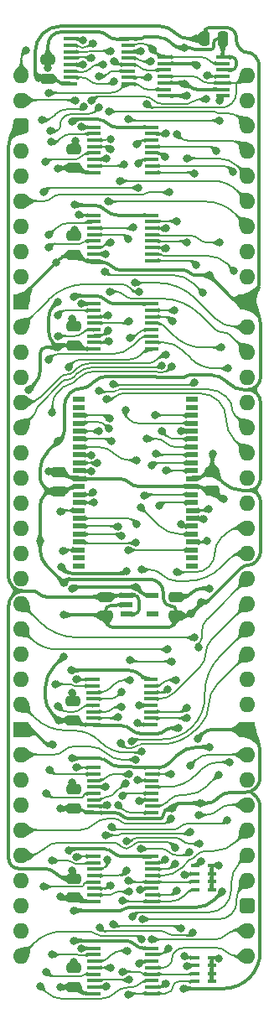
<source format=gtl>
%TF.GenerationSoftware,KiCad,Pcbnew,8.0.7*%
%TF.CreationDate,2025-01-15T14:57:52+02:00*%
%TF.ProjectId,Video Memory 2MB,56696465-6f20-44d6-956d-6f727920324d,V0*%
%TF.SameCoordinates,Original*%
%TF.FileFunction,Copper,L1,Top*%
%TF.FilePolarity,Positive*%
%FSLAX46Y46*%
G04 Gerber Fmt 4.6, Leading zero omitted, Abs format (unit mm)*
G04 Created by KiCad (PCBNEW 8.0.7) date 2025-01-15 14:57:52*
%MOMM*%
%LPD*%
G01*
G04 APERTURE LIST*
G04 Aperture macros list*
%AMRoundRect*
0 Rectangle with rounded corners*
0 $1 Rounding radius*
0 $2 $3 $4 $5 $6 $7 $8 $9 X,Y pos of 4 corners*
0 Add a 4 corners polygon primitive as box body*
4,1,4,$2,$3,$4,$5,$6,$7,$8,$9,$2,$3,0*
0 Add four circle primitives for the rounded corners*
1,1,$1+$1,$2,$3*
1,1,$1+$1,$4,$5*
1,1,$1+$1,$6,$7*
1,1,$1+$1,$8,$9*
0 Add four rect primitives between the rounded corners*
20,1,$1+$1,$2,$3,$4,$5,0*
20,1,$1+$1,$4,$5,$6,$7,0*
20,1,$1+$1,$6,$7,$8,$9,0*
20,1,$1+$1,$8,$9,$2,$3,0*%
G04 Aperture macros list end*
%TA.AperFunction,SMDPad,CuDef*%
%ADD10RoundRect,0.250000X-0.475000X0.250000X-0.475000X-0.250000X0.475000X-0.250000X0.475000X0.250000X0*%
%TD*%
%TA.AperFunction,SMDPad,CuDef*%
%ADD11RoundRect,0.250000X0.475000X-0.250000X0.475000X0.250000X-0.475000X0.250000X-0.475000X-0.250000X0*%
%TD*%
%TA.AperFunction,SMDPad,CuDef*%
%ADD12R,1.450000X0.450000*%
%TD*%
%TA.AperFunction,SMDPad,CuDef*%
%ADD13R,1.150000X0.600000*%
%TD*%
%TA.AperFunction,ComponentPad*%
%ADD14O,1.600000X1.600000*%
%TD*%
%TA.AperFunction,ComponentPad*%
%ADD15R,1.600000X1.600000*%
%TD*%
%TA.AperFunction,ComponentPad*%
%ADD16RoundRect,0.400000X-0.400000X-0.400000X0.400000X-0.400000X0.400000X0.400000X-0.400000X0.400000X0*%
%TD*%
%TA.AperFunction,SMDPad,CuDef*%
%ADD17R,0.900000X0.450000*%
%TD*%
%TA.AperFunction,SMDPad,CuDef*%
%ADD18RoundRect,0.250000X0.250000X0.475000X-0.250000X0.475000X-0.250000X-0.475000X0.250000X-0.475000X0*%
%TD*%
%TA.AperFunction,SMDPad,CuDef*%
%ADD19R,1.475000X0.450000*%
%TD*%
%TA.AperFunction,SMDPad,CuDef*%
%ADD20R,1.295000X0.600000*%
%TD*%
%TA.AperFunction,ViaPad*%
%ADD21C,0.800000*%
%TD*%
%TA.AperFunction,Conductor*%
%ADD22C,0.380000*%
%TD*%
%TA.AperFunction,Conductor*%
%ADD23C,0.200000*%
%TD*%
G04 APERTURE END LIST*
D10*
%TO.P,C42,2*%
%TO.N,/GND*%
X15621000Y-54560000D03*
%TO.P,C42,1*%
%TO.N,/3.3V*%
X15621000Y-52660000D03*
%TD*%
D11*
%TO.P,C4,2*%
%TO.N,/GND*%
X19304000Y-40055000D03*
%TO.P,C4,1*%
%TO.N,/3.3V*%
X19304000Y-41955000D03*
%TD*%
D12*
%TO.P,IC6,16,3V*%
%TO.N,/3.3V*%
X13195000Y-23077998D03*
%TO.P,IC6,15,~{E}*%
%TO.N,/D~{OE}*%
X13195000Y-23727998D03*
%TO.P,IC6,14,4I0*%
%TO.N,/MA8*%
X13195000Y-24377998D03*
%TO.P,IC6,13,4I1*%
%TO.N,/VA8*%
X13195000Y-25027998D03*
%TO.P,IC6,12,4Y*%
%TO.N,/SA8*%
X13195000Y-25677998D03*
%TO.P,IC6,11,3I0*%
%TO.N,/MA9*%
X13195000Y-26327998D03*
%TO.P,IC6,10,3I1*%
%TO.N,/VA9*%
X13195000Y-26977998D03*
%TO.P,IC6,9,3Y*%
%TO.N,/SA9*%
X13195000Y-27627998D03*
%TO.P,IC6,8,GND*%
%TO.N,/GND*%
X7345000Y-27627998D03*
%TO.P,IC6,7,2Y*%
%TO.N,/SA10*%
X7345000Y-26977998D03*
%TO.P,IC6,6,2I1*%
%TO.N,/VA10*%
X7345000Y-26327998D03*
%TO.P,IC6,5,2I0*%
%TO.N,/MA10*%
X7345000Y-25677998D03*
%TO.P,IC6,4,1Y*%
%TO.N,/SA11*%
X7345000Y-25027998D03*
%TO.P,IC6,3,1I1*%
%TO.N,/VA11*%
X7345000Y-24377998D03*
%TO.P,IC6,2,1I0*%
%TO.N,/MA11*%
X7345000Y-23727998D03*
%TO.P,IC6,1,S*%
%TO.N,/D*%
X7345000Y-23077998D03*
%TD*%
D10*
%TO.P,C10,2*%
%TO.N,/GND*%
X2691997Y-331000D03*
%TO.P,C10,1*%
%TO.N,/3.3V*%
X2691997Y1569000D03*
%TD*%
%TO.P,C1,2*%
%TO.N,/GND*%
X5334000Y-9348000D03*
%TO.P,C1,1*%
%TO.N,/3.3V*%
X5334000Y-7448000D03*
%TD*%
D13*
%TO.P,IC36,5,3.3VOut*%
%TO.N,/3.3V*%
X13238000Y-52517000D03*
%TO.P,IC36,4,ADJ*%
%TO.N,unconnected-(IC36-ADJ-Pad4)*%
X13238000Y-54417000D03*
%TO.P,IC36,3,EN*%
%TO.N,/5V*%
X10638000Y-54417000D03*
%TO.P,IC36,2,GND*%
%TO.N,/GND*%
X10638000Y-53467000D03*
%TO.P,IC36,1,6VIn*%
%TO.N,/5V*%
X10638000Y-52517000D03*
%TD*%
D10*
%TO.P,C41,2*%
%TO.N,/GND*%
X8509000Y-54560000D03*
%TO.P,C41,1*%
%TO.N,/5V*%
X8509000Y-52660000D03*
%TD*%
D12*
%TO.P,IC8,16,3V*%
%TO.N,/3.3V*%
X13195000Y-69902000D03*
%TO.P,IC8,15,~{E}*%
%TO.N,/D~{OE}*%
X13195000Y-70552000D03*
%TO.P,IC8,14,4I0*%
%TO.N,/MA0*%
X13195000Y-71202000D03*
%TO.P,IC8,13,4I1*%
%TO.N,/VA0*%
X13195000Y-71852000D03*
%TO.P,IC8,12,4Y*%
%TO.N,/SA0*%
X13195000Y-72502000D03*
%TO.P,IC8,11,3I0*%
%TO.N,/MA1*%
X13195000Y-73152000D03*
%TO.P,IC8,10,3I1*%
%TO.N,/VA1*%
X13195000Y-73802000D03*
%TO.P,IC8,9,3Y*%
%TO.N,/SA1*%
X13195000Y-74452000D03*
%TO.P,IC8,8,GND*%
%TO.N,/GND*%
X7345000Y-74452000D03*
%TO.P,IC8,7,2Y*%
%TO.N,/SA2*%
X7345000Y-73802000D03*
%TO.P,IC8,6,2I1*%
%TO.N,/VA2*%
X7345000Y-73152000D03*
%TO.P,IC8,5,2I0*%
%TO.N,/MA2*%
X7345000Y-72502000D03*
%TO.P,IC8,4,1Y*%
%TO.N,/SA3*%
X7345000Y-71852000D03*
%TO.P,IC8,3,1I1*%
%TO.N,/VA3*%
X7345000Y-71202000D03*
%TO.P,IC8,2,1I0*%
%TO.N,/MA3*%
X7345000Y-70552000D03*
%TO.P,IC8,1,S*%
%TO.N,/D*%
X7345000Y-69902000D03*
%TD*%
D10*
%TO.P,C6,2*%
%TO.N,/GND*%
X5334000Y-73991000D03*
%TO.P,C6,1*%
%TO.N,/3.3V*%
X5334000Y-72091000D03*
%TD*%
%TO.P,C7,2*%
%TO.N,/GND*%
X5207000Y-65101000D03*
%TO.P,C7,1*%
%TO.N,/3.3V*%
X5207000Y-63201000D03*
%TD*%
D14*
%TO.P,J7,72,Pin_72*%
%TO.N,/D~{OE}*%
X22860000Y0D03*
%TO.P,J7,71,Pin_71*%
%TO.N,/V~{CE}*%
X22860000Y-2540000D03*
%TO.P,J7,70,Pin_70*%
%TO.N,/V~{OE}*%
X22860000Y-5080000D03*
%TO.P,J7,69,Pin_69*%
%TO.N,/V~{WE}*%
X22860000Y-7620000D03*
%TO.P,J7,68,Pin_68*%
%TO.N,/VA20*%
X22860000Y-10160000D03*
%TO.P,J7,67,Pin_67*%
%TO.N,/VA19*%
X22860000Y-12700000D03*
%TO.P,J7,66,Pin_66*%
%TO.N,/VA18*%
X22860000Y-15240000D03*
%TO.P,J7,65,Pin_65*%
%TO.N,/VA17*%
X22860000Y-17780000D03*
%TO.P,J7,64,Pin_64*%
%TO.N,/VA16*%
X22860000Y-20320000D03*
D15*
%TO.P,J7,63,Pin_63*%
%TO.N,/GND*%
X22860000Y-22860000D03*
D14*
%TO.P,J7,62,Pin_62*%
%TO.N,/VA15*%
X22860000Y-25400000D03*
%TO.P,J7,61,Pin_61*%
%TO.N,/VA14*%
X22860000Y-27940000D03*
%TO.P,J7,60,Pin_60*%
%TO.N,/VA13*%
X22860000Y-30480000D03*
%TO.P,J7,59,Pin_59*%
%TO.N,/VA12*%
X22860000Y-33020000D03*
%TO.P,J7,58,Pin_58*%
%TO.N,/VA11*%
X22860000Y-35560000D03*
%TO.P,J7,57,Pin_57*%
%TO.N,/VA10*%
X22860000Y-38100000D03*
%TO.P,J7,56,Pin_56*%
%TO.N,/VA9*%
X22860000Y-40640000D03*
%TO.P,J7,55,Pin_55*%
%TO.N,/VA8*%
X22860000Y-43180000D03*
%TO.P,J7,54,Pin_54*%
%TO.N,/VA7*%
X22860000Y-45720000D03*
%TO.P,J7,53,Pin_53*%
%TO.N,/VA6*%
X22860000Y-48260000D03*
%TO.P,J7,52,Pin_52*%
%TO.N,/VA5*%
X22860000Y-50800000D03*
%TO.P,J7,51,Pin_51*%
%TO.N,/VA4*%
X22860000Y-53340000D03*
%TO.P,J7,50,Pin_50*%
%TO.N,/VA3*%
X22860000Y-55880000D03*
%TO.P,J7,49,Pin_49*%
%TO.N,/VA2*%
X22860000Y-58420000D03*
%TO.P,J7,48,Pin_48*%
%TO.N,/VA1*%
X22860000Y-60960000D03*
%TO.P,J7,47,Pin_47*%
%TO.N,/VA0*%
X22860000Y-63500000D03*
D15*
%TO.P,J7,46,Pin_46*%
%TO.N,/GND*%
X22860000Y-66040000D03*
D14*
%TO.P,J7,45,Pin_45*%
%TO.N,/VD7*%
X22860000Y-68580000D03*
%TO.P,J7,44,Pin_44*%
%TO.N,/VD6*%
X22860000Y-71120000D03*
%TO.P,J7,43,Pin_43*%
%TO.N,/VD5*%
X22860000Y-73660000D03*
%TO.P,J7,42,Pin_42*%
%TO.N,/VD4*%
X22860000Y-76200000D03*
%TO.P,J7,41,Pin_41*%
%TO.N,/VD3*%
X22860000Y-78740000D03*
%TO.P,J7,40,Pin_40*%
%TO.N,/VD2*%
X22860000Y-81280000D03*
D16*
%TO.P,J7,39,Pin_39*%
%TO.N,/5V*%
X22860000Y-83820000D03*
D14*
%TO.P,J7,38,Pin_38*%
%TO.N,/VD1*%
X22860000Y-86360000D03*
%TO.P,J7,37,Pin_37*%
%TO.N,/VD0*%
X22860000Y-88900000D03*
%TO.P,J7,36,Pin_36*%
%TO.N,/MD0*%
X0Y-88900000D03*
%TO.P,J7,35,Pin_35*%
%TO.N,/MD1*%
X0Y-86360000D03*
%TO.P,J7,34,Pin_34*%
%TO.N,/MD2*%
X0Y-83820000D03*
%TO.P,J7,33,Pin_33*%
%TO.N,/MD3*%
X0Y-81280000D03*
%TO.P,J7,32,Pin_32*%
%TO.N,/MD4*%
X0Y-78740000D03*
%TO.P,J7,31,Pin_31*%
%TO.N,/MD5*%
X0Y-76200000D03*
%TO.P,J7,30,Pin_30*%
%TO.N,/MD6*%
X0Y-73660000D03*
%TO.P,J7,29,Pin_29*%
%TO.N,/MD7*%
X0Y-71120000D03*
%TO.P,J7,28,Pin_28*%
%TO.N,/MA0*%
X0Y-68580000D03*
D15*
%TO.P,J7,27,Pin_27*%
%TO.N,/GND*%
X0Y-66040000D03*
D14*
%TO.P,J7,26,Pin_26*%
%TO.N,/MA1*%
X0Y-63500000D03*
%TO.P,J7,25,Pin_25*%
%TO.N,/MA2*%
X0Y-60960000D03*
%TO.P,J7,24,Pin_24*%
%TO.N,/MA3*%
X0Y-58420000D03*
%TO.P,J7,23,Pin_23*%
%TO.N,/MA4*%
X0Y-55880000D03*
%TO.P,J7,22,Pin_22*%
%TO.N,/MA5*%
X0Y-53340000D03*
%TO.P,J7,21,Pin_21*%
%TO.N,/MA6*%
X0Y-50800000D03*
%TO.P,J7,20,Pin_20*%
%TO.N,/MA7*%
X0Y-48260000D03*
%TO.P,J7,19,Pin_19*%
%TO.N,/MA8*%
X0Y-45720000D03*
%TO.P,J7,18,Pin_18*%
%TO.N,/MA9*%
X0Y-43180000D03*
%TO.P,J7,17,Pin_17*%
%TO.N,/MA10*%
X0Y-40640000D03*
%TO.P,J7,16,Pin_16*%
%TO.N,/MA11*%
X0Y-38100000D03*
%TO.P,J7,15,Pin_15*%
%TO.N,/MA12*%
X0Y-35560000D03*
%TO.P,J7,14,Pin_14*%
%TO.N,/MA13*%
X0Y-33020000D03*
%TO.P,J7,13,Pin_13*%
%TO.N,/MA14*%
X0Y-30480000D03*
%TO.P,J7,12,Pin_12*%
%TO.N,/MA15*%
X0Y-27940000D03*
%TO.P,J7,11,Pin_11*%
%TO.N,/MA16*%
X0Y-25400000D03*
D15*
%TO.P,J7,10,Pin_10*%
%TO.N,/GND*%
X0Y-22860000D03*
D14*
%TO.P,J7,9,Pin_9*%
%TO.N,/MA17*%
X0Y-20320000D03*
%TO.P,J7,8,Pin_8*%
%TO.N,/MA18*%
X0Y-17780000D03*
%TO.P,J7,7,Pin_7*%
%TO.N,/MA19*%
X0Y-15240000D03*
%TO.P,J7,6,Pin_6*%
%TO.N,/MA20*%
X0Y-12700000D03*
%TO.P,J7,5,Pin_5*%
%TO.N,/M~{WE}*%
X0Y-10160000D03*
%TO.P,J7,4,Pin_4*%
%TO.N,/M~{OE}*%
X0Y-7620000D03*
D16*
%TO.P,J7,3,Pin_3*%
%TO.N,/5V*%
X0Y-5080000D03*
D14*
%TO.P,J7,2,Pin_2*%
%TO.N,/M~{CE}*%
X0Y-2540000D03*
%TO.P,J7,1,Pin_1*%
%TO.N,/D*%
X0Y0D03*
%TD*%
D17*
%TO.P,RN7,8,R1*%
%TO.N,/3.3V*%
X19236000Y-79826000D03*
%TO.P,RN7,7,R2*%
X19236000Y-80626000D03*
%TO.P,RN7,6,R3*%
X19236000Y-81426000D03*
%TO.P,RN7,5,R4*%
X19236000Y-82226000D03*
%TO.P,RN7,4,R4*%
%TO.N,/SD5*%
X17536000Y-82226000D03*
%TO.P,RN7,3,R3*%
%TO.N,/SD4*%
X17536000Y-81426000D03*
%TO.P,RN7,2,R2*%
%TO.N,/SD6*%
X17536000Y-80626000D03*
%TO.P,RN7,1,R1*%
%TO.N,/SD7*%
X17536000Y-79826000D03*
%TD*%
D18*
%TO.P,C11,2*%
%TO.N,/GND*%
X18465000Y3683000D03*
%TO.P,C11,1*%
%TO.N,/3.3V*%
X20365000Y3683000D03*
%TD*%
D10*
%TO.P,C8,2*%
%TO.N,/GND*%
X5334000Y-27255000D03*
%TO.P,C8,1*%
%TO.N,/3.3V*%
X5334000Y-25355000D03*
%TD*%
D12*
%TO.P,IC5,16,3V*%
%TO.N,/3.3V*%
X13195000Y-14149000D03*
%TO.P,IC5,15,~{E}*%
%TO.N,/D~{OE}*%
X13195000Y-14799000D03*
%TO.P,IC5,14,4I0*%
%TO.N,/MA12*%
X13195000Y-15449000D03*
%TO.P,IC5,13,4I1*%
%TO.N,/VA12*%
X13195000Y-16099000D03*
%TO.P,IC5,12,4Y*%
%TO.N,/SA12*%
X13195000Y-16749000D03*
%TO.P,IC5,11,3I0*%
%TO.N,/MA13*%
X13195000Y-17399000D03*
%TO.P,IC5,10,3I1*%
%TO.N,/VA13*%
X13195000Y-18049000D03*
%TO.P,IC5,9,3Y*%
%TO.N,/SA13*%
X13195000Y-18699000D03*
%TO.P,IC5,8,GND*%
%TO.N,/GND*%
X7345000Y-18699000D03*
%TO.P,IC5,7,2Y*%
%TO.N,/SA14*%
X7345000Y-18049000D03*
%TO.P,IC5,6,2I1*%
%TO.N,/VA14*%
X7345000Y-17399000D03*
%TO.P,IC5,5,2I0*%
%TO.N,/MA14*%
X7345000Y-16749000D03*
%TO.P,IC5,4,1Y*%
%TO.N,/SA15*%
X7345000Y-16099000D03*
%TO.P,IC5,3,1I1*%
%TO.N,/VA15*%
X7345000Y-15449000D03*
%TO.P,IC5,2,1I0*%
%TO.N,/MA15*%
X7345000Y-14799000D03*
%TO.P,IC5,1,S*%
%TO.N,/D*%
X7345000Y-14149000D03*
%TD*%
%TO.P,IC4,16,3V*%
%TO.N,/3.3V*%
X13195000Y-5259000D03*
%TO.P,IC4,15,~{E}*%
%TO.N,/D~{OE}*%
X13195000Y-5909000D03*
%TO.P,IC4,14,4I0*%
%TO.N,/MA16*%
X13195000Y-6559000D03*
%TO.P,IC4,13,4I1*%
%TO.N,/VA16*%
X13195000Y-7209000D03*
%TO.P,IC4,12,4Y*%
%TO.N,/SA16*%
X13195000Y-7859000D03*
%TO.P,IC4,11,3I0*%
%TO.N,/MA17*%
X13195000Y-8509000D03*
%TO.P,IC4,10,3I1*%
%TO.N,/VA17*%
X13195000Y-9159000D03*
%TO.P,IC4,9,3Y*%
%TO.N,/SA17*%
X13195000Y-9809000D03*
%TO.P,IC4,8,GND*%
%TO.N,/GND*%
X7345000Y-9809000D03*
%TO.P,IC4,7,2Y*%
%TO.N,/SA18*%
X7345000Y-9159000D03*
%TO.P,IC4,6,2I1*%
%TO.N,/VA18*%
X7345000Y-8509000D03*
%TO.P,IC4,5,2I0*%
%TO.N,/MA18*%
X7345000Y-7859000D03*
%TO.P,IC4,4,1Y*%
%TO.N,/SA19*%
X7345000Y-7209000D03*
%TO.P,IC4,3,1I1*%
%TO.N,/VA19*%
X7345000Y-6559000D03*
%TO.P,IC4,2,1I0*%
%TO.N,/MA19*%
X7345000Y-5909000D03*
%TO.P,IC4,1,S*%
%TO.N,/D*%
X7345000Y-5259000D03*
%TD*%
%TO.P,IC7,16,3V*%
%TO.N,/3.3V*%
X13068000Y-61012000D03*
%TO.P,IC7,15,~{E}*%
%TO.N,/D~{OE}*%
X13068000Y-61662000D03*
%TO.P,IC7,14,4I0*%
%TO.N,/MA4*%
X13068000Y-62312000D03*
%TO.P,IC7,13,4I1*%
%TO.N,/VA4*%
X13068000Y-62962000D03*
%TO.P,IC7,12,4Y*%
%TO.N,/SA4*%
X13068000Y-63612000D03*
%TO.P,IC7,11,3I0*%
%TO.N,/MA5*%
X13068000Y-64262000D03*
%TO.P,IC7,10,3I1*%
%TO.N,/VA5*%
X13068000Y-64912000D03*
%TO.P,IC7,9,3Y*%
%TO.N,/SA5*%
X13068000Y-65562000D03*
%TO.P,IC7,8,GND*%
%TO.N,/GND*%
X7218000Y-65562000D03*
%TO.P,IC7,7,2Y*%
%TO.N,/SA6*%
X7218000Y-64912000D03*
%TO.P,IC7,6,2I1*%
%TO.N,/VA6*%
X7218000Y-64262000D03*
%TO.P,IC7,5,2I0*%
%TO.N,/MA6*%
X7218000Y-63612000D03*
%TO.P,IC7,4,1Y*%
%TO.N,/SA7*%
X7218000Y-62962000D03*
%TO.P,IC7,3,1I1*%
%TO.N,/VA7*%
X7218000Y-62312000D03*
%TO.P,IC7,2,1I0*%
%TO.N,/MA7*%
X7218000Y-61662000D03*
%TO.P,IC7,1,S*%
%TO.N,/D*%
X7218000Y-61012000D03*
%TD*%
D10*
%TO.P,C9,2*%
%TO.N,/GND*%
X5334000Y-18111000D03*
%TO.P,C9,1*%
%TO.N,/3.3V*%
X5334000Y-16211000D03*
%TD*%
%TO.P,C2,2*%
%TO.N,/GND*%
X5334000Y-92025000D03*
%TO.P,C2,1*%
%TO.N,/5V*%
X5334000Y-90125000D03*
%TD*%
D17*
%TO.P,RN8,8,R1*%
%TO.N,/3.3V*%
X19236000Y-89097000D03*
%TO.P,RN8,7,R2*%
X19236000Y-89897000D03*
%TO.P,RN8,6,R3*%
X19236000Y-90697000D03*
%TO.P,RN8,5,R4*%
X19236000Y-91497000D03*
%TO.P,RN8,4,R4*%
%TO.N,/SD1*%
X17536000Y-91497000D03*
%TO.P,RN8,3,R3*%
%TO.N,/SD0*%
X17536000Y-90697000D03*
%TO.P,RN8,2,R2*%
%TO.N,/SD2*%
X17536000Y-89897000D03*
%TO.P,RN8,1,R1*%
%TO.N,/SD3*%
X17536000Y-89097000D03*
%TD*%
D10*
%TO.P,C3,2*%
%TO.N,/GND*%
X3810000Y-41987000D03*
%TO.P,C3,1*%
%TO.N,/3.3V*%
X3810000Y-40087000D03*
%TD*%
D19*
%TO.P,IC1,14,3V*%
%TO.N,/3.3V*%
X20337000Y1823000D03*
%TO.P,IC1,13,4OE*%
%TO.N,/D~{OE}*%
X20337000Y1173000D03*
%TO.P,IC1,12,4A*%
%TO.N,/3.3V*%
X20337000Y523000D03*
%TO.P,IC1,11,4Y*%
%TO.N,/S~{CE}*%
X20337000Y-127000D03*
%TO.P,IC1,10,3OE*%
%TO.N,/D~{OE}*%
X20337000Y-777000D03*
%TO.P,IC1,9,3A*%
%TO.N,/3.3V*%
X20337000Y-1427000D03*
%TO.P,IC1,8,3Y*%
%TO.N,/S~{OE}*%
X20337000Y-2077000D03*
%TO.P,IC1,7,GND*%
%TO.N,/GND*%
X14461000Y-2077000D03*
%TO.P,IC1,6,2Y*%
%TO.N,/S~{WE}*%
X14461000Y-1427000D03*
%TO.P,IC1,5,2A*%
%TO.N,/3.3V*%
X14461000Y-777000D03*
%TO.P,IC1,4,2OE*%
%TO.N,/D~{OE}*%
X14461000Y-127000D03*
%TO.P,IC1,3,1Y*%
%TO.N,/SA20*%
X14461000Y523000D03*
%TO.P,IC1,2,1A*%
%TO.N,/GND*%
X14461000Y1173000D03*
%TO.P,IC1,1,1OE*%
%TO.N,/D~{OE}*%
X14461000Y1823000D03*
%TD*%
%TO.P,IC10,16,5V*%
%TO.N,/5V*%
X13208000Y-88149000D03*
%TO.P,IC10,15,~{OE}*%
%TO.N,/D~{OE}*%
X13208000Y-88799000D03*
%TO.P,IC10,14,4B1*%
%TO.N,/MD0*%
X13208000Y-89449000D03*
%TO.P,IC10,13,4B2*%
%TO.N,/VD0*%
X13208000Y-90099000D03*
%TO.P,IC10,12,4A*%
%TO.N,/SD0*%
X13208000Y-90749000D03*
%TO.P,IC10,11,3B1*%
%TO.N,/MD1*%
X13208000Y-91399000D03*
%TO.P,IC10,10,3B2*%
%TO.N,/VD1*%
X13208000Y-92049000D03*
%TO.P,IC10,9,3A*%
%TO.N,/SD1*%
X13208000Y-92699000D03*
%TO.P,IC10,8,GND*%
%TO.N,/GND*%
X7332000Y-92699000D03*
%TO.P,IC10,7,2A*%
%TO.N,/SD2*%
X7332000Y-92049000D03*
%TO.P,IC10,6,2B2*%
%TO.N,/VD2*%
X7332000Y-91399000D03*
%TO.P,IC10,5,2B1*%
%TO.N,/MD2*%
X7332000Y-90749000D03*
%TO.P,IC10,4,1A*%
%TO.N,/SD3*%
X7332000Y-90099000D03*
%TO.P,IC10,3,1B2*%
%TO.N,/VD3*%
X7332000Y-89449000D03*
%TO.P,IC10,2,1B1*%
%TO.N,/MD3*%
X7332000Y-88799000D03*
%TO.P,IC10,1,S*%
%TO.N,/D*%
X7332000Y-88149000D03*
%TD*%
%TO.P,IC9,16,5V*%
%TO.N,/5V*%
X13208000Y-78851328D03*
%TO.P,IC9,15,~{OE}*%
%TO.N,/D~{OE}*%
X13208000Y-79501328D03*
%TO.P,IC9,14,4B1*%
%TO.N,/MD4*%
X13208000Y-80151328D03*
%TO.P,IC9,13,4B2*%
%TO.N,/VD4*%
X13208000Y-80801328D03*
%TO.P,IC9,12,4A*%
%TO.N,/SD4*%
X13208000Y-81451328D03*
%TO.P,IC9,11,3B1*%
%TO.N,/MD5*%
X13208000Y-82101328D03*
%TO.P,IC9,10,3B2*%
%TO.N,/VD5*%
X13208000Y-82751328D03*
%TO.P,IC9,9,3A*%
%TO.N,/SD5*%
X13208000Y-83401328D03*
%TO.P,IC9,8,GND*%
%TO.N,/GND*%
X7332000Y-83401328D03*
%TO.P,IC9,7,2A*%
%TO.N,/SD6*%
X7332000Y-82751328D03*
%TO.P,IC9,6,2B2*%
%TO.N,/VD6*%
X7332000Y-82101328D03*
%TO.P,IC9,5,2B1*%
%TO.N,/MD6*%
X7332000Y-81451328D03*
%TO.P,IC9,4,1A*%
%TO.N,/SD7*%
X7332000Y-80801328D03*
%TO.P,IC9,3,1B2*%
%TO.N,/VD7*%
X7332000Y-80151328D03*
%TO.P,IC9,2,1B1*%
%TO.N,/MD7*%
X7332000Y-79501328D03*
%TO.P,IC9,1,S*%
%TO.N,/D*%
X7332000Y-78851328D03*
%TD*%
D20*
%TO.P,IC3,44,N.C.*%
%TO.N,unconnected-(IC3-N.C.-Pad44)*%
X17272000Y-32729000D03*
%TO.P,IC3,43,N.C.*%
%TO.N,unconnected-(IC3-N.C.-Pad43)*%
X17272000Y-33529000D03*
%TO.P,IC3,42,A20*%
%TO.N,/SA20*%
X17272000Y-34329000D03*
%TO.P,IC3,41,A18*%
%TO.N,/SA18*%
X17272000Y-35129000D03*
%TO.P,IC3,40,A17*%
%TO.N,/SA17*%
X17272000Y-35929000D03*
%TO.P,IC3,39,A16*%
%TO.N,/SA16*%
X17272000Y-36729000D03*
%TO.P,IC3,38,A15*%
%TO.N,/SA15*%
X17272000Y-37529000D03*
%TO.P,IC3,37,~{OE}*%
%TO.N,/S~{OE}*%
X17272000Y-38329000D03*
%TO.P,IC3,36,D7*%
%TO.N,/SD7*%
X17272000Y-39129000D03*
%TO.P,IC3,35,D6*%
%TO.N,/SD6*%
X17272000Y-39929000D03*
%TO.P,IC3,34,GND*%
%TO.N,/GND*%
X17272000Y-40729000D03*
%TO.P,IC3,33,3V*%
%TO.N,/3.3V*%
X17272000Y-41529000D03*
%TO.P,IC3,32,D5*%
%TO.N,/SD5*%
X17272000Y-42329000D03*
%TO.P,IC3,31,D4*%
%TO.N,/SD4*%
X17272000Y-43129000D03*
%TO.P,IC3,30,A14*%
%TO.N,/SA14*%
X17272000Y-43929000D03*
%TO.P,IC3,29,A13*%
%TO.N,/SA13*%
X17272000Y-44729000D03*
%TO.P,IC3,28,A12*%
%TO.N,/SA12*%
X17272000Y-45529000D03*
%TO.P,IC3,27,A11*%
%TO.N,/SA11*%
X17272000Y-46329000D03*
%TO.P,IC3,26,A10*%
%TO.N,/SA10*%
X17272000Y-47129000D03*
%TO.P,IC3,25,A19*%
%TO.N,/SA19*%
X17272000Y-47929000D03*
%TO.P,IC3,24,N.C.*%
%TO.N,unconnected-(IC3-N.C.-Pad24)*%
X17272000Y-48729000D03*
%TO.P,IC3,23,N.C.*%
%TO.N,unconnected-(IC3-N.C.-Pad23)*%
X17272000Y-49529000D03*
%TO.P,IC3,22,N.C.*%
%TO.N,unconnected-(IC3-N.C.-Pad22)*%
X5816000Y-49529000D03*
%TO.P,IC3,21,N.C.*%
%TO.N,unconnected-(IC3-N.C.-Pad21)*%
X5816000Y-48729000D03*
%TO.P,IC3,20,A9*%
%TO.N,/SA9*%
X5816000Y-47929000D03*
%TO.P,IC3,19,A8*%
%TO.N,/SA8*%
X5816000Y-47129000D03*
%TO.P,IC3,18,A7*%
%TO.N,/SA7*%
X5816000Y-46329000D03*
%TO.P,IC3,17,A6*%
%TO.N,/SA6*%
X5816000Y-45529000D03*
%TO.P,IC3,16,A5*%
%TO.N,/SA5*%
X5816000Y-44729000D03*
%TO.P,IC3,15,~{WE}*%
%TO.N,/S~{WE}*%
X5816000Y-43929000D03*
%TO.P,IC3,14,D3*%
%TO.N,/SD3*%
X5816000Y-43129000D03*
%TO.P,IC3,13,D2*%
%TO.N,/SD2*%
X5816000Y-42329000D03*
%TO.P,IC3,12,GND*%
%TO.N,/GND*%
X5816000Y-41529000D03*
%TO.P,IC3,11,3V*%
%TO.N,/3.3V*%
X5816000Y-40729000D03*
%TO.P,IC3,10,D1*%
%TO.N,/SD1*%
X5816000Y-39929000D03*
%TO.P,IC3,9,D0*%
%TO.N,/SD0*%
X5816000Y-39129000D03*
%TO.P,IC3,8,~{CE}*%
%TO.N,/S~{CE}*%
X5816000Y-38329000D03*
%TO.P,IC3,7,A4*%
%TO.N,/SA4*%
X5816000Y-37529000D03*
%TO.P,IC3,6,A3*%
%TO.N,/SA3*%
X5816000Y-36729000D03*
%TO.P,IC3,5,A2*%
%TO.N,/SA2*%
X5816000Y-35929000D03*
%TO.P,IC3,4,A1*%
%TO.N,/SA1*%
X5816000Y-35129000D03*
%TO.P,IC3,3,A0*%
%TO.N,/SA0*%
X5816000Y-34329000D03*
%TO.P,IC3,2,N.C.*%
%TO.N,unconnected-(IC3-N.C.-Pad2)*%
X5816000Y-33529000D03*
%TO.P,IC3,1,N.C.*%
%TO.N,unconnected-(IC3-N.C.-Pad1)*%
X5816000Y-32729000D03*
%TD*%
D12*
%TO.P,IC2,16,3V*%
%TO.N,/3.3V*%
X10799000Y3672000D03*
%TO.P,IC2,15,~{OE}*%
%TO.N,/D~{OE}*%
X10799000Y3022000D03*
%TO.P,IC2,14,4I0*%
%TO.N,/MA20*%
X10799000Y2372000D03*
%TO.P,IC2,13,4I1*%
%TO.N,/VA20*%
X10799000Y1722000D03*
%TO.P,IC2,12,4Y*%
%TO.N,/SA20*%
X10799000Y1072000D03*
%TO.P,IC2,11,3I0*%
%TO.N,/M~{WE}*%
X10799000Y422000D03*
%TO.P,IC2,10,3I1*%
%TO.N,/V~{WE}*%
X10799000Y-228000D03*
%TO.P,IC2,9,3Y*%
%TO.N,/S~{WE}*%
X10799000Y-878000D03*
%TO.P,IC2,8,GND*%
%TO.N,/GND*%
X4949000Y-878000D03*
%TO.P,IC2,7,2Y*%
%TO.N,/S~{OE}*%
X4949000Y-228000D03*
%TO.P,IC2,6,2I1*%
%TO.N,/V~{OE}*%
X4949000Y422000D03*
%TO.P,IC2,5,2I0*%
%TO.N,/M~{OE}*%
X4949000Y1072000D03*
%TO.P,IC2,4,1Y*%
%TO.N,/S~{CE}*%
X4949000Y1722000D03*
%TO.P,IC2,3,1I1*%
%TO.N,/V~{CE}*%
X4949000Y2372000D03*
%TO.P,IC2,2,1I0*%
%TO.N,/M~{CE}*%
X4949000Y3022000D03*
%TO.P,IC2,1,S*%
%TO.N,/D*%
X4949000Y3672000D03*
%TD*%
D10*
%TO.P,C5,2*%
%TO.N,/GND*%
X5334000Y-83008000D03*
%TO.P,C5,1*%
%TO.N,/5V*%
X5334000Y-81108000D03*
%TD*%
D21*
%TO.N,/5V*%
X5154040Y-80288073D03*
X5306000Y-87376000D03*
X5333993Y-84327993D03*
X20323683Y-82426683D03*
X4762031Y-78286633D03*
X5334000Y-89538000D03*
%TO.N,/GND*%
X3727000Y-36957000D03*
X3936999Y-92075001D03*
X17145000Y-54356000D03*
X4318000Y-54483000D03*
X762000Y-31750000D03*
X17653000Y3682996D03*
X3683000Y-9398000D03*
X18175424Y-53198576D03*
X3683000Y-27476787D03*
X3937000Y-74041000D03*
X3556000Y-18923000D03*
X16383000Y-92202000D03*
X1778000Y-254000D03*
X16687922Y-2077000D03*
X3175000Y-67564000D03*
X19315512Y-38215488D03*
X15863000Y-65916967D03*
X15222816Y-74023818D03*
X4297451Y-51280312D03*
X3810004Y-65151000D03*
X17780000Y1016000D03*
X18988000Y-20193000D03*
X17821030Y-66970030D03*
X3683000Y-22860000D03*
X3936997Y-82930994D03*
X1905000Y-46990000D03*
X4318000Y-58674000D03*
X18110101Y-73492609D03*
%TO.N,/3.3V*%
X5359000Y-15606004D03*
X11604137Y-51662401D03*
X5461000Y-6635000D03*
X16510000Y-889000D03*
X19939000Y-89219000D03*
X5116915Y-68952590D03*
X5151330Y-51820000D03*
X5151324Y-24542000D03*
X5399000Y-13081000D03*
X5269000Y-22352000D03*
X20428086Y-42785509D03*
X19046928Y-51812928D03*
X19939000Y-79756000D03*
X5151330Y-62351209D03*
X5141170Y-4699000D03*
X10668000Y-50038000D03*
X5023532Y-60088212D03*
X5154040Y-71378998D03*
X16509998Y2794002D03*
X19046928Y-67818000D03*
X4064000Y-49657000D03*
X2667000Y769006D03*
X2794004Y-40005004D03*
%TO.N,/M~{OE}*%
X6345706Y-3175000D03*
X6245596Y1070779D03*
X2093997Y-4510003D03*
%TO.N,/V~{OE}*%
X8832904Y-3646757D03*
X8282337Y1068748D03*
%TO.N,/S~{OE}*%
X20066000Y-2540000D03*
X20066000Y-4572000D03*
X9398000Y-635000D03*
X13589000Y-38227000D03*
X10795004Y-4445000D03*
%TO.N,/S~{WE}*%
X2794000Y-1778000D03*
X3960292Y-44087742D03*
%TO.N,/V~{WE}*%
X15748000Y-5969000D03*
X12839000Y-228000D03*
%TO.N,/M~{WE}*%
X7862000Y-3246944D03*
X2921000Y-5588000D03*
X7874000Y-105636D03*
%TO.N,/SA20*%
X9398516Y1393456D03*
X13474000Y-34290000D03*
%TO.N,/VA20*%
X16764000Y-8382000D03*
X13123501Y1383212D03*
%TO.N,/MA20*%
X14985998Y-11811000D03*
X12030288Y2422948D03*
%TO.N,/SA0*%
X8911908Y-34649092D03*
X10172920Y-72740853D03*
%TO.N,/SA1*%
X9779000Y-73660000D03*
X8876976Y-35700024D03*
%TO.N,/SA2*%
X7874000Y-35929000D03*
X8653223Y-73647381D03*
%TO.N,/SA3*%
X8554039Y-71852005D03*
X9144002Y-36957000D03*
%TO.N,/SA4*%
X11653000Y-38862000D03*
X11897323Y-63627000D03*
%TO.N,/SD0*%
X7700438Y-39162158D03*
X10230484Y-90507061D03*
%TO.N,/SD1*%
X7111747Y-39970519D03*
X10795000Y-92832002D03*
%TO.N,/SD2*%
X8624742Y-92013000D03*
X17338679Y-86549000D03*
X16764331Y-89932634D03*
X7889141Y-86084184D03*
X7234220Y-42136338D03*
%TO.N,/SD3*%
X7354040Y-43129136D03*
X16433475Y-88950475D03*
X9290678Y-85725000D03*
X16129000Y-86149000D03*
X9030641Y-90105169D03*
%TO.N,/SA5*%
X11684000Y-45340500D03*
X11714755Y-65415485D03*
%TO.N,/SA6*%
X9753448Y-45565738D03*
X9754040Y-64797534D03*
%TO.N,/SA7*%
X10151330Y-46484238D03*
X10160000Y-62230000D03*
%TO.N,/SA8*%
X10950000Y-26493011D03*
X11556998Y-47179000D03*
%TO.N,/SA9*%
X4191000Y-48006000D03*
X4767942Y-29451088D03*
%TO.N,/SA19*%
X10795000Y-47944000D03*
X8986000Y-7476981D03*
%TO.N,/SA10*%
X17505661Y-31029000D03*
X18796000Y-46990000D03*
X9253399Y-31182000D03*
X8847000Y-26837998D03*
%TO.N,/SA11*%
X12072000Y-43634669D03*
X10871385Y-24841385D03*
%TO.N,/SA12*%
X16109856Y-45337453D03*
X16764000Y-16891000D03*
%TO.N,/SA13*%
X17653000Y-19177000D03*
X18401247Y-44778491D03*
%TO.N,/SA14*%
X18353000Y-21971000D03*
X8460670Y-19808611D03*
X8509000Y-18049000D03*
X18905661Y-43815000D03*
%TO.N,/SD4*%
X10804208Y-81335181D03*
X13920000Y-43434000D03*
%TO.N,/SD5*%
X12446000Y-42418000D03*
X10178083Y-83314968D03*
%TO.N,/SD6*%
X12056000Y-78093497D03*
X16510000Y-80751328D03*
X17007812Y-78435159D03*
X14617000Y-39872396D03*
X10922000Y-82423000D03*
%TO.N,/SD7*%
X10606002Y-77331000D03*
X13153000Y-39370000D03*
X10606000Y-80322286D03*
X18015161Y-77578161D03*
X18157489Y-79326919D03*
%TO.N,/SA15*%
X12700000Y-36703000D03*
X10814927Y-16508522D03*
%TO.N,/SA16*%
X14519770Y-8267318D03*
X14224000Y-35941002D03*
%TO.N,/SA17*%
X17526000Y-9906000D03*
X16105661Y-35915772D03*
%TO.N,/SA18*%
X10508000Y-33782000D03*
X10386000Y-8987965D03*
%TO.N,/MA19*%
X2986318Y-6731000D03*
%TO.N,/VA19*%
X9968000Y-10668000D03*
X9017000Y-6477000D03*
%TO.N,/MA18*%
X2413000Y-8763000D03*
%TO.N,/VA18*%
X8778244Y-12757775D03*
X8585206Y-8395311D03*
%TO.N,/VA17*%
X21381195Y-9741857D03*
%TO.N,/MA17*%
X11811000Y-8890000D03*
X2286000Y-11811000D03*
X11811000Y-11368000D03*
%TO.N,/VA16*%
X19685000Y-7620000D03*
%TO.N,/MA16*%
X11684000Y-6985000D03*
X11938000Y-21844000D03*
%TO.N,/MA15*%
X2794000Y-16129000D03*
%TO.N,/VA15*%
X11469513Y-20960527D03*
X11290500Y-15367000D03*
%TO.N,/MA14*%
X2775158Y-17398990D03*
%TO.N,/VA14*%
X8964593Y-21855558D03*
X8991947Y-16891000D03*
%TO.N,/VA13*%
X21510000Y-19774672D03*
%TO.N,/MA13*%
X14578806Y-28194000D03*
X14605000Y-17509000D03*
%TO.N,/VA12*%
X20066000Y-16891000D03*
%TO.N,/MA12*%
X14191652Y-29290000D03*
X14608363Y-15463499D03*
%TO.N,/MA11*%
X3683000Y-24257000D03*
%TO.N,/VA11*%
X8763000Y-24257000D03*
X7812000Y-31877000D03*
%TO.N,/MA10*%
X3722076Y-26327923D03*
%TO.N,/VA10*%
X8636000Y-32670000D03*
X8763000Y-25781000D03*
%TO.N,/VA9*%
X20907502Y-29591000D03*
%TO.N,/MA9*%
X2732000Y-28702000D03*
%TO.N,/VA8*%
X20157502Y-27495502D03*
%TO.N,/MA8*%
X15251468Y-24856215D03*
X3132000Y-34070497D03*
X15190766Y-29369999D03*
%TO.N,/MA7*%
X3429000Y-61468000D03*
%TO.N,/VA7*%
X10984000Y-61073689D03*
X10984196Y-59038406D03*
X15697050Y-50177576D03*
X15212000Y-59171935D03*
%TO.N,/MA6*%
X3725131Y-63694901D03*
%TO.N,/VA6*%
X12192000Y-49911000D03*
X10160000Y-63754000D03*
%TO.N,/VA5*%
X16703000Y-64912000D03*
X17877000Y-57734885D03*
%TO.N,/MA5*%
X17477000Y-56769000D03*
X16703000Y-63881150D03*
%TO.N,/MA4*%
X14797010Y-61974306D03*
X14812000Y-57957475D03*
%TO.N,/MA3*%
X2857500Y-70167500D03*
%TO.N,/VA3*%
X10890138Y-70572441D03*
X11104146Y-67239000D03*
%TO.N,/MA2*%
X2540000Y-72517000D03*
%TO.N,/VA2*%
X10054039Y-67437000D03*
X10538193Y-71508465D03*
%TO.N,/VA1*%
X19939000Y-70612000D03*
%TO.N,/MA1*%
X11944044Y-73288258D03*
X12171809Y-68245113D03*
%TO.N,/VA0*%
X21082000Y-69342000D03*
%TO.N,/MA0*%
X11725221Y-71144679D03*
X11599480Y-69091000D03*
%TO.N,/MD7*%
X3097000Y-79284211D03*
%TO.N,/VD7*%
X17045302Y-76424934D03*
X8555702Y-76720000D03*
X17045302Y-69723000D03*
X8706555Y-79168710D03*
%TO.N,/MD6*%
X2285994Y-81915000D03*
%TO.N,/VD6*%
X20828000Y-75184000D03*
X9109067Y-75886692D03*
X9017000Y-81788000D03*
%TO.N,/VD5*%
X15684499Y-82359501D03*
X17907000Y-74676000D03*
%TO.N,/MD5*%
X11948383Y-82199436D03*
X15113000Y-75057000D03*
%TO.N,/MD4*%
X15535768Y-79587232D03*
X15535768Y-77980893D03*
%TO.N,/MD3*%
X3096997Y-88773000D03*
%TO.N,/VD3*%
X11187930Y-84958049D03*
X10683000Y-88391998D03*
%TO.N,/MD2*%
X2540006Y-90551000D03*
%TO.N,/VD2*%
X12276421Y-85206330D03*
X10922000Y-91313000D03*
%TO.N,/VD1*%
X14605000Y-91694000D03*
X13180000Y-87249000D03*
%TO.N,/MD1*%
X1905000Y-91948000D03*
%TO.N,/MD0*%
X12180008Y-87244333D03*
X11913052Y-89652068D03*
%TO.N,/M~{CE}*%
X5449010Y-2528000D03*
X7236950Y3215919D03*
%TO.N,/V~{CE}*%
X9012435Y2396566D03*
%TO.N,/D*%
X5554040Y-69851994D03*
X6096000Y-88166000D03*
X6102186Y-5235000D03*
X6260221Y3533000D03*
X5551330Y-60960000D03*
X5554040Y-78897147D03*
X6059000Y-23049000D03*
X5842000Y-14097000D03*
X508000Y2540000D03*
%TO.N,/D~{OE}*%
X14605000Y-5909000D03*
X15113000Y-70552000D03*
X13271501Y2603499D03*
X15748000Y-14732000D03*
X15494003Y-23749003D03*
X14859000Y-88138000D03*
X15593000Y-61072578D03*
X12700000Y-2933000D03*
X14540034Y-79168820D03*
%TO.N,/S~{CE}*%
X7073390Y1715919D03*
X7112000Y-38353994D03*
X18669000Y-2413000D03*
X7112000Y-2528000D03*
X18796000Y14D03*
%TD*%
D22*
%TO.N,/3.3V*%
X15098998Y3316000D02*
G75*
G03*
X13838781Y3837991I-1260198J-1260200D01*
G01*
X4829000Y-40516000D02*
G75*
G03*
X5343227Y-40728989I514200J514200D01*
G01*
X21573250Y666750D02*
G75*
G02*
X21226206Y522997I-347050J347050D01*
G01*
X19904000Y-79791000D02*
G75*
G02*
X19819502Y-79826001I-84500J84500D01*
G01*
X8780063Y-69359063D02*
G75*
G03*
X9761377Y-69765538I981337J981363D01*
G01*
X5420368Y-51662401D02*
G75*
G03*
X5230153Y-51741224I32J-268999D01*
G01*
X8470270Y-22668499D02*
G75*
G03*
X7481651Y-22258999I-988620J-988621D01*
G01*
X15306689Y3108310D02*
G75*
G03*
X16065498Y2793994I758811J758790D01*
G01*
X5244020Y-71468978D02*
G75*
G02*
X5333997Y-71686208I-217220J-217222D01*
G01*
X17152198Y-52316801D02*
G75*
G02*
X16215000Y-52705000I-937198J937201D01*
G01*
X12236000Y3755000D02*
G75*
G02*
X12035620Y3671992I-200400J200400D01*
G01*
X16637000Y-777000D02*
G75*
G03*
X16611396Y-787609I0J-36200D01*
G01*
X8667500Y-4852000D02*
G75*
G03*
X9650084Y-5259006I982600J982600D01*
G01*
X14939682Y-69446281D02*
G75*
G02*
X13839482Y-69901992I-1100182J1100181D01*
G01*
X18374000Y-41742000D02*
G75*
G03*
X18888227Y-41954989I514200J514200D01*
G01*
X8780063Y-69359063D02*
G75*
G03*
X7798749Y-68952588I-981313J-981307D01*
G01*
X8695000Y4005000D02*
G75*
G03*
X7806569Y4372987I-888400J-888400D01*
G01*
X21585750Y1691750D02*
G75*
G03*
X21268884Y1822994I-316850J-316850D01*
G01*
X8535990Y-13632750D02*
G75*
G03*
X9782327Y-14148977I1246310J1246350D01*
G01*
X5574775Y-4445000D02*
G75*
G03*
X5268184Y-4572013I25J-433600D01*
G01*
X12291878Y-60805878D02*
G75*
G03*
X12789500Y-61011983I497622J497678D01*
G01*
X5416750Y-13098750D02*
G75*
G03*
X5459602Y-13116499I42850J42850D01*
G01*
X18286863Y-51812928D02*
G75*
G03*
X17210052Y-52258982I37J-1522872D01*
G01*
X8470270Y-22668499D02*
G75*
G03*
X9458888Y-23078012I988630J988599D01*
G01*
X5179165Y-62379044D02*
G75*
G02*
X5206979Y-62446243I-67165J-67156D01*
G01*
X19431000Y2876986D02*
G75*
G02*
X19340496Y2658504I-309000J14D01*
G01*
X17285999Y2681001D02*
G75*
G03*
X17013190Y2793997I-272799J-272801D01*
G01*
X10541000Y-50165000D02*
G75*
G02*
X10234394Y-50291998I-306600J306600D01*
G01*
X12436379Y3838000D02*
G75*
G03*
X12236006Y3754994I21J-283400D01*
G01*
X12036106Y-60550106D02*
G75*
G03*
X10920995Y-60088210I-1115106J-1115094D01*
G01*
X4381500Y-49974500D02*
G75*
G03*
X5148012Y-50291995I766500J766500D01*
G01*
X5327949Y-24718625D02*
G75*
G02*
X5460962Y-25039838I-321249J-321175D01*
G01*
X10901870Y-41127870D02*
G75*
G03*
X10015005Y-40760505I-886870J-886830D01*
G01*
X17285999Y2681001D02*
G75*
G03*
X17558807Y2568003I272801J272799D01*
G01*
X19878000Y-89158000D02*
G75*
G03*
X19730732Y-89096986I-147300J-147300D01*
G01*
X19864605Y3683000D02*
G75*
G03*
X19557998Y3556002I-5J-433600D01*
G01*
X3087998Y3976998D02*
G75*
G03*
X2691999Y3020966I956032J-956028D01*
G01*
X16662606Y-787606D02*
G75*
G03*
X16637000Y-776996I-25606J-25594D01*
G01*
X21585750Y1691750D02*
G75*
G02*
X21716994Y1374884I-316850J-316850D01*
G01*
X17807446Y-67818000D02*
G75*
G03*
X15691519Y-68694445I-6J-2992360D01*
G01*
X8535990Y-13632750D02*
G75*
G03*
X7289652Y-13116499I-1246340J-1246340D01*
G01*
X12183224Y-52241488D02*
G75*
G03*
X12848368Y-52517009I665176J665188D01*
G01*
X5346500Y-15618504D02*
G75*
G03*
X5333994Y-15648681I30200J-30196D01*
G01*
X18374000Y-41742000D02*
G75*
G03*
X17859772Y-41529011I-514200J-514200D01*
G01*
X8667500Y-4852000D02*
G75*
G03*
X7684915Y-4444994I-982600J-982600D01*
G01*
X10901870Y-41127870D02*
G75*
G03*
X11788735Y-41495195I886830J886870D01*
G01*
X20030713Y-42681713D02*
G75*
G03*
X20281297Y-42785502I250587J250613D01*
G01*
X19340500Y2658500D02*
G75*
G02*
X19122013Y2567994I-218500J218500D01*
G01*
X2691997Y811678D02*
G75*
G02*
X2679492Y781510I-42697J22D01*
G01*
X4044030Y4373000D02*
G75*
G03*
X3087996Y3977000I0J-1352040D01*
G01*
X21717000Y1013793D02*
G75*
G02*
X21573248Y666752I-490800J7D01*
G01*
X4829000Y-40516000D02*
G75*
G03*
X4314772Y-40303011I-514200J-514200D01*
G01*
X19558000Y3556000D02*
G75*
G03*
X19431002Y3249394I306600J-306600D01*
G01*
X16454000Y-833000D02*
G75*
G03*
X16318804Y-776998I-135200J-135200D01*
G01*
X8695000Y4005000D02*
G75*
G03*
X9583430Y3637013I888400J888400D01*
G01*
X5427760Y-22259000D02*
G75*
G03*
X5315532Y-22305532I40J-158700D01*
G01*
X11214519Y-69823268D02*
G75*
G03*
X11075143Y-69765493I-139419J-139332D01*
G01*
X16977000Y-1102000D02*
G75*
G03*
X17761619Y-1426992I784600J784600D01*
G01*
X11214519Y-69823268D02*
G75*
G03*
X11353895Y-69881005I139381J139368D01*
G01*
%TO.N,/GND*%
X18465000Y4088998D02*
G75*
G02*
X18059002Y3683000I-406000J2D01*
G01*
X23662601Y-49153398D02*
G75*
G02*
X22946542Y-49450018I-716101J716098D01*
G01*
X5671000Y-92362000D02*
G75*
G03*
X6484589Y-92699004I813600J813600D01*
G01*
X17018000Y-19939000D02*
G75*
G03*
X17631210Y-20192996I613200J613200D01*
G01*
X13545000Y-30436000D02*
G75*
G03*
X13651225Y-30479989I106200J106200D01*
G01*
X23517500Y-23517500D02*
G75*
G02*
X24174981Y-25104845I-1587300J-1587300D01*
G01*
X23510407Y2016592D02*
G75*
G03*
X22860000Y2286004I-650407J-650392D01*
G01*
X6026658Y-31623000D02*
G75*
G03*
X4974493Y-32058816I-8J-1487980D01*
G01*
X3673323Y-587326D02*
G75*
G03*
X3054497Y-330998I-618823J-618814D01*
G01*
X4022355Y-73991000D02*
G75*
G03*
X3962013Y-74016013I45J-85400D01*
G01*
X23495000Y-66675000D02*
G75*
G03*
X21961974Y-66040011I-1533000J-1533000D01*
G01*
X18175424Y-53262076D02*
G75*
G02*
X18130539Y-53370494I-153324J-24D01*
G01*
X9127000Y-19287000D02*
G75*
G03*
X10087856Y-19685018I960900J960900D01*
G01*
X9793689Y-53467000D02*
G75*
G03*
X9693503Y-53508503I11J-141700D01*
G01*
X21433705Y4514705D02*
G75*
G02*
X21716988Y3830772I-683905J-683905D01*
G01*
X6181000Y-18500000D02*
G75*
G03*
X7120129Y-18888988I939100J939100D01*
G01*
X19309756Y-38221244D02*
G75*
G03*
X19304013Y-38235140I13844J-13856D01*
G01*
X13942703Y-51280703D02*
G75*
G02*
X14350990Y-52266419I-985703J-985697D01*
G01*
X7078819Y-31187180D02*
G75*
G02*
X6026658Y-31622998I-1052159J1052160D01*
G01*
X3768355Y-9348000D02*
G75*
G03*
X3708013Y-9373013I45J-85400D01*
G01*
X8658000Y-53699000D02*
G75*
G03*
X8509007Y-54058717I359700J-359700D01*
G01*
X5530664Y-83204664D02*
G75*
G03*
X6005452Y-83401369I474836J474764D01*
G01*
X2073106Y-27644893D02*
G75*
G03*
X1905011Y-28050738I405794J-405807D01*
G01*
X24175000Y-30452598D02*
G75*
G02*
X23795000Y-31370000I-1297400J-2D01*
G01*
X13942703Y-51280703D02*
G75*
G03*
X12956986Y-50872410I-985703J-985697D01*
G01*
X6125828Y-74197828D02*
G75*
G03*
X5626500Y-73990983I-499328J-499272D01*
G01*
X1375210Y-66399210D02*
G75*
G03*
X508000Y-66040000I-867210J-867210D01*
G01*
X14491065Y-66184032D02*
G75*
G02*
X13846313Y-66451112I-644765J644732D01*
G01*
X24130000Y-88516356D02*
G75*
G02*
X23050503Y-91122503I-3685650J-4D01*
G01*
X22209592Y2555407D02*
G75*
G03*
X22860000Y2285995I650408J650393D01*
G01*
X3238500Y-23304500D02*
G75*
G03*
X2794007Y-24377617I1073100J-1073100D01*
G01*
X17701500Y1094500D02*
G75*
G03*
X17511984Y1172993I-189500J-189500D01*
G01*
X23835000Y-42250000D02*
G75*
G02*
X24174986Y-43070832I-820800J-820800D01*
G01*
X18354842Y-40446156D02*
G75*
G02*
X17672000Y-40728994I-682842J682856D01*
G01*
X11064048Y-66055048D02*
G75*
G03*
X12020194Y-66451100I956152J956148D01*
G01*
X3365500Y-59626500D02*
G75*
G03*
X2413003Y-61926038I2299530J-2299530D01*
G01*
X2324499Y-42406499D02*
G75*
G03*
X1905000Y-43419262I1012761J-1012761D01*
G01*
X21228968Y-22433968D02*
G75*
G03*
X22257500Y-22859989I1028532J1028568D01*
G01*
X3998626Y4953000D02*
G75*
G03*
X2159005Y4191001I4J-2601620D01*
G01*
X4340000Y-35910543D02*
G75*
G02*
X4033499Y-36650499I-1046460J3D01*
G01*
X15494000Y-53721000D02*
G75*
G03*
X15187394Y-53594002I-306600J-306600D01*
G01*
X24175000Y-48068950D02*
G75*
G02*
X23770502Y-49045502I-1381060J0D01*
G01*
X23645500Y1881500D02*
G75*
G02*
X24050021Y904950I-976600J-976600D01*
G01*
X21433705Y4514705D02*
G75*
G03*
X20749772Y4797988I-683905J-683905D01*
G01*
X8763000Y-55499000D02*
G75*
G03*
X9376210Y-55752996I613200J613200D01*
G01*
X10185536Y-74759500D02*
G75*
G03*
X10927906Y-75066987I742364J742400D01*
G01*
X19025000Y-40055000D02*
G75*
G03*
X18548710Y-40252275I0J-673600D01*
G01*
X19780778Y-73056221D02*
G75*
G02*
X18727246Y-73492644I-1053578J1053521D01*
G01*
X4000500Y-82994497D02*
G75*
G03*
X4153809Y-83057997I153300J153297D01*
G01*
X15963500Y-54560000D02*
G75*
G03*
X15621000Y-54902500I0J-342500D01*
G01*
X15621000Y-54217500D02*
G75*
G03*
X15963500Y-54560000I342500J0D01*
G01*
X20944765Y-31104765D02*
G75*
G03*
X22502500Y-31749991I1557735J1557765D01*
G01*
X2478951Y-27476787D02*
G75*
G03*
X2073108Y-27644895I-1J-573943D01*
G01*
X20828000Y-30988000D02*
G75*
G03*
X18988369Y-30226013I-1839600J-1839600D01*
G01*
X5337854Y-41529000D02*
G75*
G03*
X4784999Y-41757999I-4J-781850D01*
G01*
X2315493Y-67339493D02*
G75*
G03*
X2857500Y-67564004I542007J541993D01*
G01*
X9017717Y-53550000D02*
G75*
G03*
X8657995Y-53698995I-17J-508700D01*
G01*
X19408690Y-66040000D02*
G75*
G03*
X18286042Y-66505012I10J-1587700D01*
G01*
X1816500Y-292500D02*
G75*
G03*
X1909447Y-330980I92900J92900D01*
G01*
X20333099Y-41084099D02*
G75*
G03*
X22327000Y-41910000I1993901J1993899D01*
G01*
X15590186Y4221813D02*
G75*
G03*
X16890998Y3682990I1300814J1300787D01*
G01*
X1905000Y-29798776D02*
G75*
G02*
X1333500Y-31178500I-1951237J5D01*
G01*
X5520499Y-27441499D02*
G75*
G03*
X5970747Y-27627950I450201J450299D01*
G01*
X23014167Y-41910000D02*
G75*
G03*
X23835010Y-41570010I33J1160800D01*
G01*
X23835000Y-42250000D02*
G75*
G03*
X23014167Y-41910014I-820800J-820800D01*
G01*
X23835000Y-41570000D02*
G75*
G03*
X23835000Y-42250000I340000J-340000D01*
G01*
X2413000Y-62766164D02*
G75*
G03*
X3111501Y-64452499I2384830J-6D01*
G01*
X24050000Y-20828542D02*
G75*
G02*
X23455001Y-22265001I-2031470J2D01*
G01*
X4785000Y-41758000D02*
G75*
G02*
X4232145Y-41986999I-552860J552870D01*
G01*
X24130000Y-70926864D02*
G75*
G02*
X23701468Y-71961468I-1463100J-36D01*
G01*
X7253500Y-65610500D02*
G75*
G03*
X7370589Y-65659004I117100J117100D01*
G01*
X15494000Y4318000D02*
G75*
G03*
X13960974Y4952989I-1533000J-1533000D01*
G01*
X23741457Y-72858542D02*
G75*
G02*
X24130014Y-73796567I-938057J-938058D01*
G01*
X17070605Y-30226000D02*
G75*
G03*
X16763998Y-30352998I-5J-433600D01*
G01*
X11064048Y-66055048D02*
G75*
G03*
X10107902Y-65659000I-956148J-956152D01*
G01*
X23795000Y-32130000D02*
G75*
G02*
X24175000Y-33047401I-917400J-917400D01*
G01*
X17018000Y-19939000D02*
G75*
G03*
X16404789Y-19685004I-613200J-613200D01*
G01*
X6036750Y-9622750D02*
G75*
G03*
X6486397Y-9809001I449650J449650D01*
G01*
X4851000Y-18111000D02*
G75*
G03*
X4026460Y-18452525I0J-1166100D01*
G01*
X15366999Y-55498999D02*
G75*
G02*
X14753789Y-55752994I-613199J613199D01*
G01*
X13545000Y-30436000D02*
G75*
G03*
X13438774Y-30392011I-106200J-106200D01*
G01*
X16764000Y-30353000D02*
G75*
G02*
X16457394Y-30479998I-306600J306600D01*
G01*
X2694768Y-37989231D02*
G75*
G03*
X1877004Y-39963500I1974262J-1974259D01*
G01*
X6149500Y-74221500D02*
G75*
G03*
X6705976Y-74452010I556500J556500D01*
G01*
X17043000Y-54458000D02*
G75*
G02*
X16796750Y-54560021I-246300J246300D01*
G01*
X2159003Y4191003D02*
G75*
G03*
X1397004Y2351379I1839617J-1839623D01*
G01*
X14351000Y-52726789D02*
G75*
G03*
X14604997Y-53340003I867200J-11D01*
G01*
X5437500Y-65331500D02*
G75*
G03*
X5993976Y-65562010I556500J556500D01*
G01*
X2367112Y-42363887D02*
G75*
G03*
X2367112Y-41610112I-376892J376887D01*
G01*
X3277000Y-41987000D02*
G75*
G03*
X2367107Y-42363882I0J-1286800D01*
G01*
X2367112Y-41610112D02*
G75*
G03*
X3277000Y-41986999I909888J909892D01*
G01*
X9127000Y-19287000D02*
G75*
G03*
X8166143Y-18889003I-960850J-960850D01*
G01*
X15621000Y-54902500D02*
G75*
G02*
X15378822Y-55487191I-826900J0D01*
G01*
X4993790Y-50872406D02*
G75*
G03*
X4501418Y-51076373I10J-696294D01*
G01*
X8744448Y-30392000D02*
G75*
G03*
X7258503Y-31007503I2J-2101440D01*
G01*
X15135816Y-65916967D02*
G75*
G03*
X14491053Y-66184020I-16J-911833D01*
G01*
X3690497Y-604500D02*
G75*
G03*
X4350784Y-878007I660303J660300D01*
G01*
X18991731Y-52985353D02*
G75*
G02*
X18476966Y-53198555I-514731J514753D01*
G01*
X14523545Y-74249453D02*
G75*
G03*
X14310001Y-74765000I515555J-515547D01*
G01*
X21717000Y3586815D02*
G75*
G03*
X22097995Y2666995I1300800J-15D01*
G01*
X21226662Y-72390000D02*
G75*
G03*
X19895708Y-72941317I38J-1882300D01*
G01*
X14310000Y-74765000D02*
G75*
G02*
X14008000Y-75067000I-302000J0D01*
G01*
X18982253Y4798000D02*
G75*
G03*
X18616514Y4646486I47J-517300D01*
G01*
X1877000Y-40506938D02*
G75*
G03*
X2310502Y-41553498I1480050J-2D01*
G01*
X18616500Y4646500D02*
G75*
G03*
X18464981Y4280746I365800J-365800D01*
G01*
X4207106Y-27365893D02*
G75*
G02*
X3939385Y-27476784I-267706J267693D01*
G01*
X22946542Y-49450000D02*
G75*
G03*
X22230454Y-49746572I-42J-1012700D01*
G01*
X4022356Y-92025000D02*
G75*
G03*
X3962013Y-92050014I44J-85400D01*
G01*
X9693500Y-53508500D02*
G75*
G02*
X9593310Y-53550004I-100200J100200D01*
G01*
X1905000Y-47938930D02*
G75*
G03*
X2575998Y-49558853I2290910J0D01*
G01*
X14679394Y-53414394D02*
G75*
G03*
X15113000Y-53594003I433606J433594D01*
G01*
X23701457Y-71961457D02*
G75*
G02*
X22666864Y-72389985I-1034557J1034557D01*
G01*
X7253500Y-65610500D02*
G75*
G03*
X7136410Y-65561996I-117100J-117100D01*
G01*
X1397006Y396397D02*
G75*
G03*
X1587505Y-63501I650394J3D01*
G01*
X2794000Y-25959169D02*
G75*
G03*
X3238501Y-27032286I1517610J-1D01*
G01*
X4474827Y-27255000D02*
G75*
G03*
X4207096Y-27365883I-27J-378600D01*
G01*
X15494000Y-53721000D02*
G75*
G02*
X15620998Y-54027605I-306600J-306600D01*
G01*
X14985999Y-74023818D02*
G75*
G03*
X14581737Y-74191282I1J-571682D01*
G01*
X16129646Y-73492609D02*
G75*
G03*
X15488405Y-73758198I-46J-906791D01*
G01*
X24175000Y-40749167D02*
G75*
G02*
X23835010Y-41570010I-1160800J-33D01*
G01*
X10185536Y-74759500D02*
G75*
G03*
X9443165Y-74452033I-742336J-742400D01*
G01*
X23050500Y-91122500D02*
G75*
G02*
X20444356Y-92201996I-2606140J2606150D01*
G01*
X22877598Y-31750000D02*
G75*
G03*
X23795000Y-31370000I2J1297400D01*
G01*
X23795000Y-32130000D02*
G75*
G03*
X22877598Y-31750000I-917400J-917400D01*
G01*
X23795000Y-31370000D02*
G75*
G03*
X23795000Y-32130000I380000J-380000D01*
G01*
X8509000Y-54902500D02*
G75*
G03*
X8751177Y-55487191I826900J0D01*
G01*
X23495000Y-66675000D02*
G75*
G02*
X24129989Y-68208025I-1533000J-1533000D01*
G01*
X4875158Y-32158158D02*
G75*
G03*
X4340002Y-33450143I1291982J-1291982D01*
G01*
X3898499Y-18580499D02*
X2959500Y-19519500D01*
X15621000Y-54902500D02*
X15621000Y-54217500D01*
X8509000Y-54217500D02*
X8509000Y-54902500D01*
%TO.N,/5V*%
X3510000Y-80599000D02*
G75*
G03*
X2281165Y-80090002I-1228830J-1228830D01*
G01*
X11747500Y-52641500D02*
G75*
G02*
X11937997Y-53101407I-459900J-459900D01*
G01*
X11747500Y-52641500D02*
G75*
G03*
X11287592Y-52451003I-459900J-459900D01*
G01*
X11480440Y-87762500D02*
G75*
G03*
X10547346Y-87375969I-933140J-933100D01*
G01*
X11938000Y-53828048D02*
G75*
G02*
X11765486Y-54244486I-589000J48D01*
G01*
X-1270000Y-79086221D02*
G75*
G03*
X-976000Y-79796000I1003792J5D01*
G01*
X-841457Y-52498542D02*
G75*
G03*
X-841457Y-51641457I-428543J428542D01*
G01*
X193135Y-52070000D02*
G75*
G03*
X-841457Y-52498542I-2J-1463130D01*
G01*
X-841457Y-51641457D02*
G75*
G03*
X193135Y-52070000I1034594J1034593D01*
G01*
X5070320Y-78106041D02*
G75*
G03*
X4852323Y-78196333I-20J-308259D01*
G01*
X-976000Y-79796000D02*
G75*
G03*
X-266221Y-80090000I709784J709792D01*
G01*
X11480440Y-87762500D02*
G75*
G03*
X12413533Y-88148974I933060J933100D01*
G01*
X-657499Y-5737500D02*
G75*
G03*
X-1315004Y-7324845I1587339J-1587350D01*
G01*
X19528860Y-83221505D02*
G75*
G02*
X17609989Y-84016310I-1918860J1918905D01*
G01*
X3554077Y-80643077D02*
G75*
G03*
X4676500Y-81107999I1122423J1122427D01*
G01*
X10784368Y-84016328D02*
G75*
G03*
X10408166Y-84172171I32J-532072D01*
G01*
X1819000Y-52365000D02*
G75*
G03*
X1106806Y-52069997I-712200J-712200D01*
G01*
X5244020Y-80378053D02*
G75*
G02*
X5334015Y-80595283I-217220J-217247D01*
G01*
X-1315000Y-50530044D02*
G75*
G03*
X-863958Y-51618958I1539970J4D01*
G01*
X-841457Y-52498542D02*
G75*
G03*
X-1270002Y-53533135I1034597J-1034598D01*
G01*
X10408155Y-84172160D02*
G75*
G02*
X10031942Y-84328008I-376255J376260D01*
G01*
X9281184Y-78496184D02*
G75*
G03*
X10223074Y-78886348I941916J941884D01*
G01*
X9281184Y-78496184D02*
G75*
G03*
X8339294Y-78106052I-941884J-941916D01*
G01*
X1819000Y-52365000D02*
G75*
G03*
X2531193Y-52660003I712200J712200D01*
G01*
X11765500Y-54244500D02*
G75*
G02*
X11349048Y-54417020I-416500J416500D01*
G01*
D23*
%TO.N,/S~{CE}*%
X17380000Y-2648000D02*
G75*
G02*
X16812659Y-2882954I-567300J567400D01*
G01*
X7025142Y1764166D02*
G75*
G03*
X6908662Y1812391I-116442J-116466D01*
G01*
X13352000Y-2530500D02*
G75*
G03*
X12500989Y-2178004I-851000J-851000D01*
G01*
X17947340Y-2413000D02*
G75*
G03*
X17379988Y-2647988I-40J-802300D01*
G01*
X18859507Y-63492D02*
G75*
G03*
X19012826Y-126988I153293J153292D01*
G01*
X13352000Y-2530500D02*
G75*
G03*
X14203010Y-2882996I851000J851000D01*
G01*
X7099503Y-38341497D02*
G75*
G03*
X7069332Y-38328987I-30203J-30203D01*
G01*
X7709487Y-2178000D02*
G75*
G03*
X7287004Y-2353004I13J-597500D01*
G01*
%TO.N,/D~{OE}*%
X18971331Y1498000D02*
G75*
G03*
X18186711Y1823014I-784631J-784600D01*
G01*
X21717000Y-1770814D02*
G75*
G02*
X21274087Y-2840087I-1512200J14D01*
G01*
X14974206Y-61072578D02*
G75*
G03*
X14262705Y-61367283I-6J-1006222D01*
G01*
X21274091Y-2840091D02*
G75*
G02*
X20204814Y-3283006I-1069291J1069291D01*
G01*
X14373780Y-79335074D02*
G75*
G02*
X13972407Y-79501333I-401380J401374D01*
G01*
X12875000Y-3108000D02*
G75*
G03*
X13297487Y-3283005I422500J422500D01*
G01*
X11681653Y3134974D02*
G75*
G02*
X11589975Y3097031I-91653J91726D01*
G01*
X14108360Y-61521639D02*
G75*
G02*
X13769500Y-61662006I-338860J338839D01*
G01*
X18971331Y1498000D02*
G75*
G03*
X19755950Y1173030I784569J784600D01*
G01*
X15483500Y-23738500D02*
G75*
G03*
X15458145Y-23727979I-25400J-25400D01*
G01*
X11773330Y3172948D02*
G75*
G03*
X11681639Y3134988I-30J-129648D01*
G01*
X18105000Y-452000D02*
G75*
G03*
X17320380Y-127008I-784600J-784600D01*
G01*
X18105000Y-452000D02*
G75*
G03*
X18889619Y-776992I784600J784600D01*
G01*
X12986776Y2888223D02*
G75*
G03*
X12299390Y3172930I-687376J-687423D01*
G01*
X22471500Y-388500D02*
G75*
G02*
X21533578Y-776991I-937900J937900D01*
G01*
X14528500Y-88468500D02*
G75*
G02*
X13730602Y-88799001I-797900J797900D01*
G01*
%TO.N,/D*%
X5577330Y-60986000D02*
G75*
G03*
X5640099Y-61011991I62770J62800D01*
G01*
X254000Y2286000D02*
G75*
G03*
X0Y1672789I613210J-613210D01*
G01*
X5632257Y-78851328D02*
G75*
G03*
X5576980Y-78874268I43J-78172D01*
G01*
X6114186Y-5247000D02*
G75*
G03*
X6143156Y-5259022I29014J29000D01*
G01*
X6190721Y3602500D02*
G75*
G03*
X6022933Y3672020I-167821J-167800D01*
G01*
X5868000Y-14123000D02*
G75*
G03*
X5930769Y-14149013I62800J62800D01*
G01*
X6073499Y-23063499D02*
G75*
G03*
X6108502Y-23077997I35001J34999D01*
G01*
X6125020Y-88149000D02*
G75*
G03*
X6104494Y-88157494I-20J-29000D01*
G01*
X5579043Y-69876997D02*
G75*
G03*
X5639405Y-69901986I60357J60397D01*
G01*
%TO.N,/V~{CE}*%
X8977758Y2431242D02*
G75*
G03*
X8894042Y2465940I-83758J-83742D01*
G01*
X6907461Y2465919D02*
G75*
G03*
X6757292Y2403697I39J-212419D01*
G01*
X6757278Y2403711D02*
G75*
G02*
X6607094Y2341508I-150178J150189D01*
G01*
%TO.N,/M~{CE}*%
X5830060Y2902500D02*
G75*
G03*
X6118558Y2782971I288540J288500D01*
G01*
X7120375Y3215919D02*
G75*
G03*
X6921386Y3133472I25J-281419D01*
G01*
X5445510Y-2524500D02*
G75*
G03*
X5437060Y-2521014I-8410J-8400D01*
G01*
X5830060Y2902500D02*
G75*
G03*
X5541561Y3021972I-288460J-288500D01*
G01*
X6787341Y2999459D02*
G75*
G02*
X6264762Y2783015I-522541J522541D01*
G01*
%TO.N,/MD0*%
X7478060Y-86663053D02*
G75*
G03*
X8016300Y-86885996I538240J538253D01*
G01*
X12000841Y-87065166D02*
G75*
G03*
X11568295Y-86886000I-432541J-432534D01*
G01*
X7478060Y-86663053D02*
G75*
G03*
X6939820Y-86440095I-538260J-538247D01*
G01*
X4199300Y-86440107D02*
G75*
G03*
X1229948Y-87670055I0J-4199293D01*
G01*
X12259710Y-89449000D02*
G75*
G03*
X12014593Y-89550541I-10J-346600D01*
G01*
%TO.N,/VD0*%
X15509407Y-88503591D02*
G75*
G03*
X15239994Y-89154000I650393J-650409D01*
G01*
X20719999Y-88500000D02*
G75*
G03*
X21685683Y-88900007I965701J965700D01*
G01*
X20719999Y-88500000D02*
G75*
G03*
X19754315Y-88099995I-965699J-965700D01*
G01*
X14957999Y-89816999D02*
G75*
G02*
X14277191Y-90098995I-680799J680799D01*
G01*
X16388881Y-88100001D02*
G75*
G03*
X15576505Y-88436506I19J-1148899D01*
G01*
X15240000Y-89154000D02*
G75*
G02*
X14970589Y-89804404I-919800J0D01*
G01*
%TO.N,/MD1*%
X9454998Y-92653000D02*
G75*
G02*
X8076485Y-93223992I-1378498J1378500D01*
G01*
X2543000Y-92586000D02*
G75*
G03*
X4083268Y-93224001I1540270J1540270D01*
G01*
X11928998Y-91740500D02*
G75*
G02*
X11104542Y-92082018I-824498J824500D01*
G01*
X12739250Y-91399000D02*
G75*
G03*
X11939011Y-91730424I-50J-1131700D01*
G01*
X10806748Y-92082002D02*
G75*
G03*
X9473925Y-92634076I2J-1884898D01*
G01*
%TO.N,/VD1*%
X21710617Y-86360000D02*
G75*
G03*
X20637495Y-86804495I-17J-1517600D01*
G01*
X20637500Y-86804500D02*
G75*
G02*
X19564382Y-87248993I-1073100J1073100D01*
G01*
X14427500Y-91871500D02*
G75*
G02*
X13998977Y-92048991I-428500J428500D01*
G01*
%TO.N,/VD2*%
X21760000Y-83416718D02*
G75*
G02*
X21235823Y-84682153I-1789600J18D01*
G01*
X21235835Y-84682165D02*
G75*
G02*
X19970388Y-85206317I-1265435J1265465D01*
G01*
X22310000Y-81830000D02*
G75*
G03*
X21760007Y-83157817I1327800J-1327800D01*
G01*
%TO.N,/MD2*%
X6523899Y-90749000D02*
G75*
G03*
X6303001Y-90840499I1J-312400D01*
G01*
X2730505Y-90741499D02*
G75*
G03*
X3190410Y-90931993I459895J459899D01*
G01*
X6303001Y-90840499D02*
G75*
G02*
X6082102Y-90932000I-220901J220899D01*
G01*
%TO.N,/VD3*%
X11959065Y-84506328D02*
G75*
G03*
X11413800Y-84732198I35J-771172D01*
G01*
X22034500Y-79565500D02*
G75*
G03*
X21209014Y-81558433I1992900J-1992900D01*
G01*
X21209000Y-82250680D02*
G75*
G02*
X20548336Y-83845664I-2255600J-20D01*
G01*
X10112899Y-88391998D02*
G75*
G03*
X9139686Y-88795130I1J-1376302D01*
G01*
X20548336Y-83845664D02*
G75*
G02*
X18953352Y-84506300I-1594936J1594964D01*
G01*
X8893724Y-89041071D02*
G75*
G02*
X7908898Y-89448985I-984824J984871D01*
G01*
%TO.N,/MD3*%
X5759550Y-88819500D02*
G75*
G03*
X5647289Y-88773019I-112250J-112300D01*
G01*
X5759550Y-88819500D02*
G75*
G03*
X5871810Y-88865981I112250J112300D01*
G01*
%TO.N,/MD4*%
X15253720Y-79869280D02*
G75*
G02*
X14572795Y-80151338I-680920J680880D01*
G01*
X3819025Y-77470000D02*
G75*
G03*
X2285998Y-78104998I-5J-2168020D01*
G01*
X11136333Y-77861329D02*
G75*
G02*
X10606002Y-78081001I-530333J530329D01*
G01*
X15235821Y-77680946D02*
G75*
G03*
X14511686Y-77381015I-724121J-724154D01*
G01*
X10075670Y-77861329D02*
G75*
G03*
X10606002Y-78080999I530330J530329D01*
G01*
X9989841Y-77775500D02*
G75*
G03*
X9252298Y-77469989I-737541J-737500D01*
G01*
X12111637Y-77381000D02*
G75*
G03*
X11266639Y-77730976I-37J-1195000D01*
G01*
X2234716Y-78156283D02*
G75*
G02*
X825500Y-78740000I-1409221J1409225D01*
G01*
%TO.N,/VD4*%
X18675393Y-78328161D02*
G75*
G03*
X17701263Y-78731662I7J-1377639D01*
G01*
X21660651Y-77399348D02*
G75*
G02*
X19418299Y-78328161I-2242351J2242348D01*
G01*
X17376185Y-79056735D02*
G75*
G02*
X17186855Y-79135125I-189285J189335D01*
G01*
X17186855Y-79135159D02*
G75*
G03*
X16997550Y-79213608I45J-267741D01*
G01*
X16188225Y-80022881D02*
G75*
G02*
X14308889Y-80801307I-1879325J1879381D01*
G01*
%TO.N,/MD5*%
X7306147Y-75632147D02*
G75*
G02*
X5935228Y-76200004I-1370927J1370927D01*
G01*
X12115863Y-82101328D02*
G75*
G03*
X11997457Y-82150402I37J-167472D01*
G01*
X10043719Y-75310647D02*
G75*
G03*
X9448970Y-75064316I-594719J-594753D01*
G01*
X10043719Y-75310647D02*
G75*
G03*
X10638467Y-75557023I594781J594747D01*
G01*
X8677065Y-75064294D02*
G75*
G03*
X7306145Y-75632145I-5J-1938766D01*
G01*
X14863000Y-75307000D02*
G75*
G02*
X14259446Y-75557019I-603600J603600D01*
G01*
%TO.N,/VD5*%
X19939000Y-74168000D02*
G75*
G02*
X18712579Y-74675992I-1226400J1226400D01*
G01*
X15488585Y-82555414D02*
G75*
G02*
X15015608Y-82751322I-472985J473014D01*
G01*
X21165420Y-73660000D02*
G75*
G03*
X19938994Y-74167994I-20J-1734400D01*
G01*
%TO.N,/VD6*%
X16092015Y-75855985D02*
G75*
G02*
X15389515Y-76146985I-702515J702485D01*
G01*
X8860336Y-81944664D02*
G75*
G02*
X8482115Y-82101326I-378236J378264D01*
G01*
X9239206Y-76016831D02*
G75*
G03*
X9553389Y-76146964I314194J314231D01*
G01*
X16794514Y-75565000D02*
G75*
G03*
X16092004Y-75855974I-14J-993500D01*
G01*
X20637500Y-75374500D02*
G75*
G02*
X20177592Y-75564997I-459900J459900D01*
G01*
%TO.N,/MD6*%
X6243936Y-81864436D02*
G75*
G02*
X6121863Y-81914985I-122036J122036D01*
G01*
X6349876Y-81601867D02*
G75*
G03*
X6294479Y-81735558I133724J-133733D01*
G01*
X6646020Y-81451328D02*
G75*
G03*
X6397458Y-81554286I-20J-351472D01*
G01*
X6294500Y-81742363D02*
G75*
G02*
X6243947Y-81864447I-172600J-37D01*
G01*
%TO.N,/VD7*%
X8488027Y-79932800D02*
G75*
G02*
X7960455Y-80151287I-527527J527600D01*
G01*
X10113947Y-76581001D02*
G75*
G03*
X9946134Y-76650474I-47J-237299D01*
G01*
X16967268Y-76502967D02*
G75*
G02*
X16778878Y-76580992I-188368J188367D01*
G01*
X8706555Y-79441491D02*
G75*
G02*
X8513674Y-79907163I-658555J-9D01*
G01*
X18996525Y-68580000D02*
G75*
G03*
X17616794Y-69151492I-25J-1951200D01*
G01*
X9946160Y-76650500D02*
G75*
G02*
X9778373Y-76719977I-167760J167800D01*
G01*
%TO.N,/MD7*%
X5107622Y-79440679D02*
G75*
G03*
X4729874Y-79284221I-377722J-377721D01*
G01*
X5107622Y-79440679D02*
G75*
G03*
X5485369Y-79597159I377778J377779D01*
G01*
%TO.N,/MA0*%
X11753881Y-71173339D02*
G75*
G03*
X11823074Y-71202005I69219J69239D01*
G01*
X8560814Y-68435500D02*
G75*
G03*
X6978298Y-67779997I-1582514J-1582500D01*
G01*
X5264684Y-67780001D02*
G75*
G03*
X4299005Y-68180005I16J-1365699D01*
G01*
X4299000Y-68180000D02*
G75*
G02*
X3333316Y-68580006I-965700J965700D01*
G01*
X8560814Y-68435500D02*
G75*
G03*
X10143330Y-69090983I1582486J1582500D01*
G01*
%TO.N,/VA0*%
X17546138Y-70718861D02*
G75*
G02*
X14810500Y-71851993I-2735638J2735661D01*
G01*
X20002500Y-69342000D02*
G75*
G03*
X18159688Y-70105331I0J-2606100D01*
G01*
%TO.N,/MA1*%
X1327500Y-64827500D02*
G75*
G03*
X4532368Y-66154998I3204870J3204880D01*
G01*
X8041166Y-67350166D02*
G75*
G03*
X10553961Y-68390999I2512794J2512796D01*
G01*
X7964000Y-67273000D02*
G75*
G03*
X5264909Y-66155000I-2699090J-2699090D01*
G01*
X12176650Y-73152000D02*
G75*
G03*
X12012149Y-73220105I-50J-232600D01*
G01*
X12098865Y-68318056D02*
G75*
G02*
X11922764Y-68390987I-176065J176056D01*
G01*
%TO.N,/VA1*%
X18780618Y-71770381D02*
G75*
G02*
X16671517Y-72644017I-2109118J2109081D01*
G01*
X14656349Y-73423685D02*
G75*
G02*
X13743017Y-73801996I-913349J913385D01*
G01*
X16254864Y-72644000D02*
G75*
G03*
X14857059Y-73223024I36J-1976800D01*
G01*
%TO.N,/VA2*%
X17545390Y-66147608D02*
G75*
G02*
X14173678Y-67544221I-3371720J3371718D01*
G01*
X8571102Y-72868972D02*
G75*
G03*
X8229462Y-73010491I-2J-483128D01*
G01*
X8229457Y-73010486D02*
G75*
G02*
X7887811Y-73151996I-341657J341686D01*
G01*
X10305039Y-67688000D02*
G75*
G03*
X10911006Y-67938986I605961J606000D01*
G01*
X19795124Y-61484875D02*
G75*
G03*
X18941985Y-63544500I2059576J-2059625D01*
G01*
X12068031Y-67544218D02*
G75*
G03*
X11591482Y-67741604I-31J-673882D01*
G01*
X10476775Y-71508465D02*
G75*
G03*
X10371950Y-71551914I25J-148235D01*
G01*
X11591487Y-67741609D02*
G75*
G02*
X11114942Y-67939041I-476587J476509D01*
G01*
X9296639Y-72627183D02*
G75*
G02*
X8712911Y-72868992I-583739J583683D01*
G01*
X18942000Y-63544500D02*
G75*
G02*
X18088865Y-65604114I-2912700J0D01*
G01*
%TO.N,/MA2*%
X6533388Y-72502000D02*
G75*
G03*
X6382503Y-72564503I12J-213400D01*
G01*
X6370911Y-72576088D02*
G75*
G03*
X6319992Y-72699000I122889J-122912D01*
G01*
X2727000Y-72704000D02*
G75*
G03*
X3178457Y-72891001I451460J451460D01*
G01*
X6259999Y-72830999D02*
G75*
G02*
X6115147Y-72891018I-144899J144899D01*
G01*
X6320000Y-72699000D02*
G75*
G02*
X6269084Y-72821907I-173800J0D01*
G01*
%TO.N,/VA3*%
X8588834Y-70887220D02*
G75*
G02*
X7828889Y-71201999I-759934J759920D01*
G01*
X20068643Y-58671356D02*
G75*
G03*
X18542003Y-62357000I3685657J-3685644D01*
G01*
X18542000Y-62724548D02*
G75*
G02*
X17275251Y-65782746I-4324960J8D01*
G01*
X9348779Y-70572441D02*
G75*
G03*
X8588838Y-70887224I21J-1074759D01*
G01*
X11427651Y-67049495D02*
G75*
G03*
X11198873Y-67144222I-51J-323505D01*
G01*
X17275252Y-65782747D02*
G75*
G02*
X14217053Y-67049494I-3058202J3058207D01*
G01*
%TO.N,/MA3*%
X3049750Y-70359750D02*
G75*
G03*
X3513882Y-70552007I464150J464150D01*
G01*
%TO.N,/MA4*%
X14628163Y-62143153D02*
G75*
G02*
X14220530Y-62312015I-407663J407653D01*
G01*
X1038737Y-56918737D02*
G75*
G03*
X3546471Y-57957473I2507733J2507737D01*
G01*
%TO.N,/VA4*%
X18627000Y-58371053D02*
G75*
G02*
X18062691Y-59733416I-1926680J3D01*
G01*
X19191309Y-57008690D02*
G75*
G03*
X18626975Y-58371053I1362391J-1362410D01*
G01*
X15453923Y-62342183D02*
G75*
G02*
X13957553Y-62961998I-1496373J1496383D01*
G01*
%TO.N,/MA5*%
X16512575Y-64071575D02*
G75*
G02*
X16052848Y-64262020I-459775J459775D01*
G01*
X1835207Y-55175207D02*
G75*
G03*
X5682963Y-56769004I3847763J3847757D01*
G01*
%TO.N,/VA5*%
X18809182Y-54850817D02*
G75*
G03*
X18227022Y-56256330I1405518J-1405483D01*
G01*
X18227000Y-56832173D02*
G75*
G02*
X18052016Y-57254677I-597500J-27D01*
G01*
X17984912Y-57321748D02*
G75*
G03*
X17876969Y-57582273I260488J-260552D01*
G01*
%TO.N,/VA6*%
X20187939Y-49662060D02*
G75*
G02*
X16827500Y-51053993I-3360439J3360460D01*
G01*
X14254815Y-50449815D02*
G75*
G03*
X12954000Y-49910991I-1300815J-1300785D01*
G01*
X22225000Y-48260000D02*
G75*
G03*
X21140993Y-48709018I0J-1533000D01*
G01*
X9757210Y-63754000D02*
G75*
G03*
X9143997Y-64007997I-10J-867200D01*
G01*
X9144000Y-64008000D02*
G75*
G02*
X8530789Y-64261996I-613200J613200D01*
G01*
X14287500Y-50482500D02*
G75*
G03*
X15667223Y-51053990I1379700J1379700D01*
G01*
%TO.N,/MA6*%
X6800204Y-63612000D02*
G75*
G03*
X6109166Y-63898224I-4J-977300D01*
G01*
X6070409Y-63937000D02*
G75*
G02*
X5285789Y-64261998I-784609J784600D01*
G01*
X4008680Y-63978450D02*
G75*
G03*
X4693229Y-64261997I684550J684560D01*
G01*
%TO.N,/VA7*%
X19558000Y-48204884D02*
G75*
G02*
X18980222Y-49599798I-1972700J-16D01*
G01*
X20141716Y-46787283D02*
G75*
G03*
X19557990Y-48196500I1409184J-1409217D01*
G01*
X18980212Y-49599788D02*
G75*
G02*
X17585308Y-50177586I-1394912J1394888D01*
G01*
X15211865Y-59172069D02*
G75*
G02*
X15211541Y-59172217I-365J369D01*
G01*
X22034500Y-45720000D02*
G75*
G03*
X20625290Y-46303723I0J-1992900D01*
G01*
X10388155Y-61073689D02*
G75*
G03*
X9370986Y-61495015I-5J-1438481D01*
G01*
X11051095Y-59105305D02*
G75*
G03*
X11212603Y-59172203I161505J161505D01*
G01*
X9030943Y-61835056D02*
G75*
G02*
X7879500Y-62311995I-1151443J1151456D01*
G01*
%TO.N,/MA7*%
X5577050Y-61661000D02*
G75*
G03*
X5574635Y-61659971I-2450J-2400D01*
G01*
X5165380Y-61564000D02*
G75*
G03*
X4933615Y-61467999I-231780J-231800D01*
G01*
X5165380Y-61564000D02*
G75*
G03*
X5397144Y-61659958I231720J231800D01*
G01*
X5577050Y-61661000D02*
G75*
G03*
X5579464Y-61662029I2450J2400D01*
G01*
%TO.N,/MA8*%
X13747964Y-29946000D02*
G75*
G03*
X13641738Y-29901965I-106264J-106200D01*
G01*
X5320168Y-31020180D02*
G75*
G02*
X4762500Y-31251170I-557668J557680D01*
G01*
X13747964Y-29946000D02*
G75*
G03*
X13854190Y-29990015I106236J106200D01*
G01*
X15012359Y-24617106D02*
G75*
G03*
X14435100Y-24378008I-577259J-577294D01*
G01*
X7392360Y-29902000D02*
G75*
G03*
X5763763Y-30576588I0J-2303180D01*
G01*
X3667808Y-32019190D02*
G75*
G03*
X3132003Y-33312748I1293552J-1293550D01*
G01*
X4762500Y-31251175D02*
G75*
G03*
X4204838Y-31482177I0J-788625D01*
G01*
X14846112Y-29714652D02*
G75*
G02*
X14181365Y-29989973I-664712J664752D01*
G01*
%TO.N,/VA8*%
X14476956Y-25359454D02*
G75*
G03*
X13676750Y-25028045I-800156J-800246D01*
G01*
X15379252Y-26261750D02*
G75*
G03*
X18357792Y-27495504I2978548J2978550D01*
G01*
%TO.N,/MA9*%
X12739250Y-26327998D02*
G75*
G03*
X11939010Y-26659421I-50J-1131702D01*
G01*
X11346105Y-27252392D02*
G75*
G02*
X9114419Y-28176798I-2231705J2231692D01*
G01*
X3628594Y-28176787D02*
G75*
G03*
X2994605Y-28439392I6J-896613D01*
G01*
%TO.N,/VA9*%
X17111883Y-28599569D02*
G75*
G03*
X19505408Y-29590981I2393517J2393569D01*
G01*
X16297231Y-27784917D02*
G75*
G03*
X14349156Y-26978000I-1948071J-1948073D01*
G01*
%TO.N,/VA10*%
X19938000Y-32892000D02*
G75*
G02*
X20700952Y-34734044I-1842100J-1842000D01*
G01*
X8437570Y-26054498D02*
G75*
G02*
X7777286Y-26327983I-660270J660298D01*
G01*
X10244579Y-32129000D02*
G75*
G03*
X9591554Y-32399519I21J-923500D01*
G01*
X19938000Y-32892000D02*
G75*
G03*
X18095955Y-32129019I-1842000J-1842000D01*
G01*
X8737035Y-25781000D02*
G75*
G03*
X8692689Y-25799340I-35J-62700D01*
G01*
X9563231Y-32427803D02*
G75*
G02*
X8978517Y-32670015I-584731J584703D01*
G01*
X20701000Y-34798000D02*
G75*
G03*
X21509233Y-36749213I2759400J0D01*
G01*
%TO.N,/MA10*%
X6926373Y-25677998D02*
G75*
G03*
X6233931Y-25964827I27J-979302D01*
G01*
X6195783Y-26002960D02*
G75*
G02*
X5411254Y-26327922I-784533J784540D01*
G01*
%TO.N,/VA11*%
X9866761Y-31729000D02*
G75*
G03*
X9575871Y-31849522I39J-411400D01*
G01*
X9575849Y-31849500D02*
G75*
G02*
X9284936Y-31970029I-290949J290900D01*
G01*
X7858500Y-31923500D02*
G75*
G03*
X7970760Y-31970016I112300J112300D01*
G01*
X20595250Y-32406250D02*
G75*
G03*
X18960223Y-31728990I-1635050J-1635050D01*
G01*
X8702501Y-24317499D02*
G75*
G02*
X8556443Y-24378017I-146101J146099D01*
G01*
X20958191Y-32769191D02*
G75*
G02*
X21272505Y-33528000I-758791J-758809D01*
G01*
X21272500Y-33528000D02*
G75*
G03*
X21586812Y-34286804I1073100J0D01*
G01*
%TO.N,/MA11*%
X4550210Y-23749000D02*
G75*
G03*
X3936997Y-24002997I-10J-867200D01*
G01*
%TO.N,/MA12*%
X5296167Y-30478498D02*
G75*
G02*
X4679333Y-30734033I-616867J616798D01*
G01*
X7143821Y-29502000D02*
G75*
G03*
X5656667Y-30118001I-21J-2103100D01*
G01*
X1703605Y-33348394D02*
G75*
G03*
X1523996Y-33782000I433595J-433606D01*
G01*
X14085652Y-29396000D02*
G75*
G02*
X13829745Y-29502034I-255952J255900D01*
G01*
X1524000Y-33782000D02*
G75*
G02*
X1344392Y-34215603I-613200J0D01*
G01*
X14601113Y-15456249D02*
G75*
G03*
X14583611Y-15448977I-17513J-17451D01*
G01*
X4679333Y-30734000D02*
G75*
G03*
X4062489Y-30989492I-33J-872300D01*
G01*
%TO.N,/VA12*%
X17936380Y-16539380D02*
G75*
G03*
X17087495Y-16187774I-848880J-848920D01*
G01*
X17936380Y-16539380D02*
G75*
G03*
X18785265Y-16891026I848920J848880D01*
G01*
%TO.N,/MA13*%
X14414428Y-28194000D02*
G75*
G03*
X14133813Y-28310228I-28J-396800D01*
G01*
X4586990Y-30226000D02*
G75*
G03*
X3910998Y-30506013I10J-956000D01*
G01*
X13796050Y-28648000D02*
G75*
G02*
X12699997Y-29101984I-1096050J1096100D01*
G01*
X5262987Y-29945992D02*
G75*
G02*
X4586990Y-30225994I-675987J675992D01*
G01*
X14550000Y-17454000D02*
G75*
G03*
X14417218Y-17398992I-132800J-132800D01*
G01*
X6901768Y-29102000D02*
G75*
G03*
X5544983Y-29664003I2J-1918780D01*
G01*
X1890914Y-32526085D02*
G75*
G02*
X698500Y-33020000I-1192419J1192423D01*
G01*
%TO.N,/VA13*%
X14189339Y-18154000D02*
G75*
G03*
X13935846Y-18048969I-253539J-253500D01*
G01*
X14189339Y-18154000D02*
G75*
G03*
X14442831Y-18258976I253461J253500D01*
G01*
X20752164Y-19016836D02*
G75*
G03*
X18922586Y-18259006I-1829564J-1829564D01*
G01*
%TO.N,/VA14*%
X18050790Y-24146790D02*
G75*
G03*
X14203034Y-22552996I-3847760J-3847760D01*
G01*
X8833626Y-16891000D02*
G75*
G03*
X8563347Y-17002941I-26J-382200D01*
G01*
X10393278Y-22204278D02*
G75*
G03*
X11235162Y-22553026I841922J841878D01*
G01*
X8421305Y-17145000D02*
G75*
G02*
X7808094Y-17398999I-613205J613200D01*
G01*
X10393278Y-22204278D02*
G75*
G03*
X9551393Y-21855574I-841878J-841922D01*
G01*
X19516289Y-25612289D02*
G75*
G03*
X20383500Y-25971506I867211J867189D01*
G01*
X21250710Y-26330710D02*
G75*
G03*
X20383500Y-25971494I-867210J-867190D01*
G01*
%TO.N,/MA14*%
X3425548Y-17018000D02*
G75*
G03*
X2965654Y-17208496I2J-650390D01*
G01*
X6230500Y-16883500D02*
G75*
G02*
X5905788Y-17017995I-324700J324700D01*
G01*
X6555211Y-16749000D02*
G75*
G03*
X6230497Y-16883497I-11J-459200D01*
G01*
%TO.N,/VA15*%
X11249500Y-15408000D02*
G75*
G02*
X11150517Y-15449007I-99000J99000D01*
G01*
X19593875Y-24546875D02*
G75*
G03*
X21653500Y-25400014I2059625J2059575D01*
G01*
X17601319Y-22554319D02*
G75*
G03*
X13753563Y-20960526I-3847759J-3847761D01*
G01*
%TO.N,/MA15*%
X4893999Y-14898849D02*
G75*
G03*
X3409086Y-15513935I1J-2099951D01*
G01*
%TO.N,/MA16*%
X11122220Y-21630915D02*
G75*
G03*
X11636652Y-21844039I514480J514415D01*
G01*
X12411227Y-6559000D02*
G75*
G03*
X11896992Y-6771992I-27J-727200D01*
G01*
X10955805Y-21464500D02*
G75*
G03*
X10039610Y-21084994I-916205J-916200D01*
G01*
X6568963Y-21085000D02*
G75*
G03*
X2721206Y-22678791I-3J-5441550D01*
G01*
%TO.N,/VA16*%
X19479500Y-7414500D02*
G75*
G03*
X18983379Y-7209009I-496100J-496100D01*
G01*
%TO.N,/MA17*%
X12461407Y-8509000D02*
G75*
G03*
X12001498Y-8699498I-7J-650400D01*
G01*
X3042248Y-11368000D02*
G75*
G03*
X2507500Y-11589500I-8J-756230D01*
G01*
%TO.N,/VA17*%
X21089766Y-9450428D02*
G75*
G03*
X20386195Y-9159003I-703566J-703572D01*
G01*
%TO.N,/VA18*%
X8528361Y-8452155D02*
G75*
G02*
X8391126Y-8509012I-137261J137255D01*
G01*
X21618887Y-13998887D02*
G75*
G03*
X18622576Y-12757792I-2996287J-2996313D01*
G01*
%TO.N,/MA18*%
X6100816Y-8183999D02*
G75*
G02*
X5316197Y-8509003I-784616J784599D01*
G01*
X6878908Y-7859000D02*
G75*
G03*
X6105420Y-8179372I-8J-1093900D01*
G01*
X2846605Y-8509000D02*
G75*
G03*
X2539998Y-8635998I-5J-433600D01*
G01*
%TO.N,/VA19*%
X8550000Y-6518000D02*
G75*
G02*
X8451017Y-6559007I-99000J99000D01*
G01*
X8648982Y-6477000D02*
G75*
G03*
X8550005Y-6518005I18J-140000D01*
G01*
X21844000Y-11684000D02*
G75*
G03*
X19391159Y-10668017I-2452800J-2452800D01*
G01*
%TO.N,/MA19*%
X5007856Y-5935000D02*
G75*
G03*
X4046998Y-6332998I-6J-1358850D01*
G01*
X3883293Y-6496706D02*
G75*
G02*
X3317659Y-6731002I-565643J565646D01*
G01*
%TO.N,/SA18*%
X10300482Y-9073482D02*
G75*
G02*
X10094024Y-9159010I-206482J206482D01*
G01*
X10508000Y-34083000D02*
G75*
G03*
X10720835Y-34596843I726700J0D01*
G01*
X10880500Y-34756500D02*
G75*
G03*
X11779794Y-35129002I899300J899300D01*
G01*
%TO.N,/SA17*%
X16112275Y-35922386D02*
G75*
G03*
X16128242Y-35928964I15925J15986D01*
G01*
X17477500Y-9857500D02*
G75*
G03*
X17360410Y-9808996I-117100J-117100D01*
G01*
%TO.N,/SA16*%
X14617999Y-36335001D02*
G75*
G03*
X15569196Y-36729001I951201J951201D01*
G01*
X14315611Y-8063159D02*
G75*
G03*
X13822727Y-7858968I-492911J-492841D01*
G01*
%TO.N,/SA15*%
X14592339Y-37116000D02*
G75*
G03*
X15589409Y-37528985I997061J997100D01*
G01*
X14592339Y-37116000D02*
G75*
G03*
X13595268Y-36703031I-997039J-997100D01*
G01*
X10610166Y-16303761D02*
G75*
G03*
X10115829Y-16098980I-494366J-494339D01*
G01*
%TO.N,/SD7*%
X11658487Y-76981000D02*
G75*
G03*
X11236004Y-77156004I13J-597500D01*
G01*
X16274915Y-77279580D02*
G75*
G03*
X15554078Y-76981010I-720815J-720820D01*
G01*
X16274915Y-77279580D02*
G75*
G03*
X16995752Y-77578182I720885J720880D01*
G01*
X11221866Y-77170133D02*
G75*
G02*
X10833501Y-77331009I-388366J388333D01*
G01*
X18096285Y-79326919D02*
G75*
G03*
X17991807Y-79370200I15J-147781D01*
G01*
X10366479Y-80561807D02*
G75*
G02*
X9788224Y-80801330I-578279J578307D01*
G01*
X13564412Y-39129000D02*
G75*
G03*
X13273496Y-39249496I-12J-411400D01*
G01*
%TO.N,/SD6*%
X16859945Y-78583026D02*
G75*
G02*
X16502962Y-78730854I-356945J357026D01*
G01*
X9360836Y-82587164D02*
G75*
G02*
X8964509Y-82751324I-396336J396364D01*
G01*
X14645302Y-39900698D02*
G75*
G03*
X14713629Y-39928988I68298J68298D01*
G01*
X16723948Y-80626000D02*
G75*
G03*
X16572650Y-80688650I-48J-213900D01*
G01*
X14906409Y-78412195D02*
G75*
G03*
X14137003Y-78093494I-769409J-769405D01*
G01*
X14906409Y-78412195D02*
G75*
G03*
X15675814Y-78730886I769391J769395D01*
G01*
X9757162Y-82423000D02*
G75*
G03*
X9360853Y-82587181I38J-560500D01*
G01*
%TO.N,/SD5*%
X10221263Y-83358148D02*
G75*
G03*
X10325508Y-83401321I104237J104248D01*
G01*
X16500335Y-82813663D02*
G75*
G02*
X15081589Y-83401314I-1418735J1418763D01*
G01*
X12597932Y-42329000D02*
G75*
G03*
X12490490Y-42373490I-32J-151900D01*
G01*
X17312000Y-82226000D02*
G75*
G03*
X16929605Y-82384388I0J-540800D01*
G01*
%TO.N,/SD4*%
X14440667Y-43129000D02*
G75*
G03*
X14072509Y-43281509I33J-520700D01*
G01*
X10862281Y-81393254D02*
G75*
G03*
X11002483Y-81451354I140219J140154D01*
G01*
%TO.N,/SA14*%
X18848661Y-43872000D02*
G75*
G02*
X18711050Y-43929039I-137661J137600D01*
G01*
X17455000Y-21073000D02*
G75*
G03*
X15287036Y-20175002I-2167960J-2167960D01*
G01*
X8643864Y-19991805D02*
G75*
G03*
X9086135Y-20174965I442236J442305D01*
G01*
%TO.N,/SA13*%
X18376501Y-44753745D02*
G75*
G03*
X18316760Y-44729032I-59701J-59755D01*
G01*
X17414000Y-18938000D02*
G75*
G03*
X16837002Y-18698999I-577000J-577000D01*
G01*
%TO.N,/SA12*%
X16698000Y-16825000D02*
G75*
G03*
X16538661Y-16759016I-159300J-159300D01*
G01*
X16205629Y-45433226D02*
G75*
G03*
X16436847Y-45528964I231171J231226D01*
G01*
%TO.N,/SA11*%
X13880443Y-45443112D02*
G75*
G03*
X16019165Y-46329027I2138757J2138712D01*
G01*
X10778078Y-24934691D02*
G75*
G02*
X10552816Y-25028000I-225278J225291D01*
G01*
%TO.N,/SA10*%
X17385161Y-31149500D02*
G75*
G02*
X17094248Y-31270038I-290961J290900D01*
G01*
X18726500Y-47059500D02*
G75*
G02*
X18558712Y-47129005I-167800J167800D01*
G01*
X9297399Y-31226000D02*
G75*
G03*
X9403624Y-31269990I106201J106200D01*
G01*
X8777000Y-26907998D02*
G75*
G02*
X8608005Y-26978001I-169000J168998D01*
G01*
%TO.N,/SA19*%
X10820606Y-47929000D02*
G75*
G03*
X10802498Y-47936498I-6J-25600D01*
G01*
X8852009Y-7342990D02*
G75*
G03*
X8528527Y-7208988I-323509J-323510D01*
G01*
%TO.N,/SA9*%
X12158499Y-28164999D02*
G75*
G02*
X10862063Y-28701985I-1296399J1296399D01*
G01*
X4322447Y-47929000D02*
G75*
G03*
X4229486Y-47967486I-47J-131400D01*
G01*
X6046715Y-28702000D02*
G75*
G03*
X5142473Y-29076531I-15J-1278800D01*
G01*
%TO.N,/SA8*%
X11479748Y-26354638D02*
G75*
G02*
X11145688Y-26493008I-334048J334038D01*
G01*
X11524498Y-47211500D02*
G75*
G02*
X11446036Y-47244014I-78498J78500D01*
G01*
X12682194Y-25677998D02*
G75*
G03*
X11784592Y-26049802I6J-1269402D01*
G01*
%TO.N,/SA7*%
X9794000Y-62596000D02*
G75*
G02*
X8910397Y-62961999I-883600J883600D01*
G01*
X10073711Y-46406619D02*
G75*
G03*
X9886322Y-46328982I-187411J-187381D01*
G01*
%TO.N,/SA6*%
X9696807Y-64854767D02*
G75*
G02*
X9558634Y-64912026I-138207J138167D01*
G01*
X9735079Y-45547369D02*
G75*
G03*
X9690732Y-45528973I-44379J-44331D01*
G01*
%TO.N,/SA5*%
X11788012Y-65488742D02*
G75*
G03*
X11964871Y-65562025I176888J176842D01*
G01*
X11378250Y-45034750D02*
G75*
G03*
X10640104Y-44728998I-738150J-738150D01*
G01*
%TO.N,/SD3*%
X16506737Y-89023737D02*
G75*
G03*
X16683608Y-89097004I176863J176837D01*
G01*
X9381343Y-85815665D02*
G75*
G03*
X9600227Y-85906316I218857J218865D01*
G01*
X9027556Y-90102084D02*
G75*
G03*
X9020109Y-90098984I-7456J-7416D01*
G01*
X7353972Y-43129068D02*
G75*
G03*
X7353808Y-43128983I-172J-132D01*
G01*
X16007665Y-86027665D02*
G75*
G03*
X15714736Y-85906306I-292965J-292935D01*
G01*
%TO.N,/SD2*%
X7137889Y-42232669D02*
G75*
G02*
X6905325Y-42329016I-232589J232569D01*
G01*
X17188679Y-86699000D02*
G75*
G02*
X16826546Y-86849043I-362179J362100D01*
G01*
X8059549Y-86254592D02*
G75*
G03*
X8470950Y-86425038I411451J411392D01*
G01*
X14781050Y-86637000D02*
G75*
G03*
X14269236Y-86424970I-511850J-511800D01*
G01*
X14781050Y-86637000D02*
G75*
G03*
X15292863Y-86849030I511850J511800D01*
G01*
X8606742Y-92031000D02*
G75*
G02*
X8563286Y-92048977I-43442J43500D01*
G01*
X16825162Y-89897000D02*
G75*
G03*
X16782173Y-89914842I38J-60800D01*
G01*
%TO.N,/SD1*%
X7090987Y-39949759D02*
G75*
G03*
X7040869Y-39929028I-50087J-50141D01*
G01*
X15097042Y-92471957D02*
G75*
G02*
X14548913Y-92699000I-548142J548157D01*
G01*
X11022048Y-92699000D02*
G75*
G03*
X10861487Y-92765487I-48J-227000D01*
G01*
X15877187Y-91497000D02*
G75*
G03*
X15486092Y-91659007I13J-553100D01*
G01*
X15324085Y-92032957D02*
G75*
G02*
X15174224Y-92394807I-511685J-43D01*
G01*
X15473961Y-91671123D02*
G75*
G03*
X15324056Y-92032957I361839J-361877D01*
G01*
%TO.N,/SD0*%
X12149530Y-90628030D02*
G75*
G03*
X12441576Y-90749021I292070J292030D01*
G01*
X12149530Y-90628030D02*
G75*
G03*
X11857484Y-90507079I-292030J-292070D01*
G01*
X7683859Y-39145579D02*
G75*
G03*
X7643833Y-39128975I-40059J-40021D01*
G01*
%TO.N,/SA4*%
X9495503Y-38298453D02*
G75*
G03*
X10856025Y-38861973I1360497J1360553D01*
G01*
X9392550Y-38195500D02*
G75*
G03*
X7783476Y-37529024I-1609050J-1609100D01*
G01*
X11922929Y-63612000D02*
G75*
G03*
X11904810Y-63619487I-29J-25600D01*
G01*
%TO.N,/SA3*%
X9030002Y-36843000D02*
G75*
G03*
X8754781Y-36729007I-275202J-275200D01*
G01*
%TO.N,/SA2*%
X8575913Y-73724690D02*
G75*
G02*
X8389271Y-73801965I-186613J186690D01*
G01*
%TO.N,/SA1*%
X8533257Y-35356305D02*
G75*
G03*
X7703445Y-35012587I-829807J-829805D01*
G01*
X10175000Y-74056000D02*
G75*
G03*
X11131028Y-74451988I956000J956000D01*
G01*
%TO.N,/SA0*%
X10580667Y-72502000D02*
G75*
G03*
X10292373Y-72621453I33J-407700D01*
G01*
X8751862Y-34489046D02*
G75*
G03*
X8365476Y-34329007I-386362J-386354D01*
G01*
%TO.N,/MA20*%
X3864296Y-12057775D02*
G75*
G03*
X3089069Y-12378894I4J-1096325D01*
G01*
X11105702Y-12062887D02*
G75*
G03*
X11093359Y-12057795I-12302J-12313D01*
G01*
X3089062Y-12378887D02*
G75*
G02*
X2313828Y-12700004I-775242J775237D01*
G01*
X11105702Y-12062887D02*
G75*
G03*
X11118045Y-12067955I12298J12387D01*
G01*
X12884726Y-11811000D02*
G75*
G03*
X12574492Y-11939492I-26J-438700D01*
G01*
X12574500Y-11939500D02*
G75*
G02*
X12264273Y-12067989I-310200J310200D01*
G01*
X12004814Y2397474D02*
G75*
G02*
X11943314Y2371998I-61514J61526D01*
G01*
%TO.N,/VA20*%
X21971000Y-9271000D02*
G75*
G03*
X19824764Y-8382015I-2146200J-2146200D01*
G01*
X11901391Y1552606D02*
G75*
G03*
X12310344Y1383255I408909J408994D01*
G01*
X11901391Y1552606D02*
G75*
G03*
X11492437Y1722011I-408991J-409006D01*
G01*
%TO.N,/SA20*%
X13493500Y-34309500D02*
G75*
G03*
X13540577Y-34329009I47100J47100D01*
G01*
X12013997Y790000D02*
G75*
G03*
X11333188Y1071994I-680797J-680800D01*
G01*
X12013997Y790000D02*
G75*
G03*
X12694805Y508001I680803J680800D01*
G01*
X9559244Y1232728D02*
G75*
G03*
X9947275Y1071965I388056J387972D01*
G01*
%TO.N,/M~{WE}*%
X3937000Y-5154394D02*
G75*
G02*
X3810002Y-5461002I-433600J-6D01*
G01*
X3810000Y-5461000D02*
G75*
G02*
X3503394Y-5587998I-306600J306600D01*
G01*
X4206407Y-4302592D02*
G75*
G03*
X3936995Y-4953000I650393J-650408D01*
G01*
X7522972Y-3585972D02*
G75*
G02*
X6704486Y-3924994I-818472J818472D01*
G01*
X9386433Y422000D02*
G75*
G03*
X8749510Y158193I-33J-900700D01*
G01*
X8701972Y110633D02*
G75*
G02*
X8179851Y-105659I-522172J522167D01*
G01*
X5041498Y-3925000D02*
G75*
G03*
X4260501Y-4248501I2J-1104500D01*
G01*
%TO.N,/V~{WE}*%
X22347251Y-7107251D02*
G75*
G03*
X21109365Y-6594516I-1237851J-1237849D01*
G01*
X16060751Y-6281751D02*
G75*
G03*
X16815798Y-6594502I755049J755051D01*
G01*
%TO.N,/S~{WE}*%
X10126997Y-1328000D02*
G75*
G02*
X9040600Y-1777999I-1086397J1086400D01*
G01*
X12074500Y-1152500D02*
G75*
G03*
X12737201Y-1426999I662700J662700D01*
G01*
X4231281Y-43929000D02*
G75*
G03*
X4039670Y-44008378I19J-271000D01*
G01*
X12074500Y-1152500D02*
G75*
G03*
X11411798Y-878001I-662700J-662700D01*
G01*
%TO.N,/S~{OE}*%
X6879389Y-540686D02*
G75*
G03*
X6124497Y-228008I-754889J-754914D01*
G01*
X13640000Y-38278000D02*
G75*
G03*
X13763124Y-38328990I123100J123100D01*
G01*
X10858504Y-4508500D02*
G75*
G03*
X11011806Y-4571996I153296J153300D01*
G01*
X20337000Y-2173000D02*
G75*
G02*
X20269125Y-2336890I-231800J0D01*
G01*
X9288813Y-744186D02*
G75*
G02*
X9025213Y-853386I-263613J263586D01*
G01*
X6879389Y-540686D02*
G75*
G03*
X7634281Y-853388I754911J754886D01*
G01*
%TO.N,/V~{OE}*%
X22231000Y-4451000D02*
G75*
G03*
X20712459Y-3822017I-1518500J-1518500D01*
G01*
X7828210Y1068748D02*
G75*
G03*
X7052965Y747635I-10J-1096348D01*
G01*
X8851025Y-3664878D02*
G75*
G03*
X8894774Y-3683009I43775J43778D01*
G01*
X19685839Y-3752500D02*
G75*
G03*
X19518051Y-3683038I-167739J-167800D01*
G01*
X6993210Y687874D02*
G75*
G02*
X6073698Y307005I-919510J919526D01*
G01*
X19685839Y-3752500D02*
G75*
G03*
X19853626Y-3821977I167761J167800D01*
G01*
%TO.N,/M~{OE}*%
X4701384Y-3429000D02*
G75*
G03*
X3396498Y-3969501I-4J-1845380D01*
G01*
X6244985Y1071389D02*
G75*
G03*
X6243511Y1072003I-1485J-1489D01*
G01*
X6218706Y-3302000D02*
G75*
G02*
X5912100Y-3429002I-306606J306600D01*
G01*
X3125404Y-4240595D02*
G75*
G02*
X2474997Y-4510004I-650404J650395D01*
G01*
D22*
%TO.N,/GND*%
X1905000Y-43419262D02*
X1905000Y-46990000D01*
X2324499Y-42406499D02*
X2367112Y-42363887D01*
X2367112Y-41610112D02*
X2310500Y-41553500D01*
D23*
%TO.N,/SA5*%
X10640104Y-44729000D02*
X5816000Y-44729000D01*
X11378250Y-45034750D02*
X11684000Y-45340500D01*
D22*
%TO.N,/5V*%
X11349048Y-54417000D02*
X10638000Y-54417000D01*
X11287592Y-52451000D02*
X10704000Y-52451000D01*
X11938000Y-53101407D02*
X11938000Y-53828048D01*
%TO.N,/GND*%
X4501404Y-51076359D02*
X4297451Y-51280312D01*
X14351000Y-52266419D02*
X14351000Y-52726789D01*
X15187394Y-53594000D02*
X15113000Y-53594000D01*
X14605000Y-53340000D02*
X14679394Y-53414394D01*
X15621000Y-54217500D02*
X15621000Y-54027605D01*
X12956986Y-50872406D02*
X4993790Y-50872406D01*
X9793689Y-53467000D02*
X10638000Y-53467000D01*
X9017717Y-53550000D02*
X9593310Y-53550000D01*
X8509000Y-54058717D02*
X8509000Y-54217500D01*
X9376210Y-55753000D02*
X14753789Y-55753000D01*
X8763000Y-55499000D02*
X8751184Y-55487184D01*
X15366999Y-55498999D02*
X15378815Y-55487184D01*
D23*
%TO.N,/MA2*%
X6533388Y-72502000D02*
X7332000Y-72502000D01*
X3178457Y-72891000D02*
X6115147Y-72891000D01*
X6259999Y-72830999D02*
X6269088Y-72821911D01*
X2727000Y-72704000D02*
X2540000Y-72517000D01*
X6382499Y-72564499D02*
X6370911Y-72576088D01*
%TO.N,/VA7*%
X17585308Y-50177576D02*
X15697050Y-50177576D01*
X19558000Y-48204884D02*
X19558000Y-48196500D01*
X22034500Y-45720000D02*
X22860000Y-45720000D01*
X20141716Y-46787283D02*
X20625283Y-46303716D01*
%TO.N,/VA6*%
X12192000Y-49911000D02*
X12954000Y-49911000D01*
X14254815Y-50449815D02*
X14287500Y-50482500D01*
X16827500Y-51054000D02*
X15667223Y-51054000D01*
X20187939Y-49662060D02*
X21140987Y-48709012D01*
%TO.N,/MD4*%
X2285999Y-78104999D02*
X2234716Y-78156283D01*
X825500Y-78740000D02*
X0Y-78740000D01*
X3819025Y-77470000D02*
X9252298Y-77470000D01*
%TO.N,/MD5*%
X5935228Y-76200000D02*
X0Y-76200000D01*
X9448970Y-75064294D02*
X8677065Y-75064294D01*
%TO.N,/MD6*%
X2285994Y-81915000D02*
X6121863Y-81915000D01*
X6294500Y-81735558D02*
X6294500Y-81742363D01*
X6349876Y-81601867D02*
X6397458Y-81554286D01*
X6646020Y-81451328D02*
X7332000Y-81451328D01*
%TO.N,/VA9*%
X19505408Y-29591000D02*
X20907502Y-29591000D01*
X14349156Y-26977998D02*
X13208000Y-26977998D01*
X17111883Y-28599569D02*
X16297231Y-27784917D01*
D22*
%TO.N,/GND*%
X4033500Y-36650500D02*
X3727000Y-36957000D01*
X4340000Y-35910543D02*
X4340000Y-33450143D01*
X4974496Y-32058819D02*
X4875158Y-32158158D01*
X13438774Y-30392000D02*
X8744448Y-30392000D01*
X7078819Y-31187180D02*
X7258500Y-31007500D01*
X20944765Y-31104765D02*
X20828000Y-30988000D01*
X22502500Y-31750000D02*
X22877598Y-31750000D01*
X18988369Y-30226000D02*
X17070605Y-30226000D01*
X13651225Y-30480000D02*
X16457394Y-30480000D01*
D23*
%TO.N,/VA14*%
X8964593Y-21855558D02*
X9551393Y-21855558D01*
X14203034Y-22552998D02*
X11235162Y-22552998D01*
X18050790Y-24146790D02*
X19516289Y-25612289D01*
X21250710Y-26330710D02*
X22860000Y-27940000D01*
D22*
%TO.N,/GND*%
X18465000Y4088998D02*
X18465000Y4280746D01*
X22209592Y2555407D02*
X22098000Y2667000D01*
X20749772Y4798000D02*
X18982253Y4798000D01*
X23510407Y2016592D02*
X23645500Y1881500D01*
X24050000Y904950D02*
X24050000Y-20828542D01*
X21717000Y3830772D02*
X21717000Y3586815D01*
%TO.N,/3.3V*%
X21226206Y523000D02*
X20337000Y523000D01*
X21717000Y1374884D02*
X21717000Y1013793D01*
X21268884Y1823000D02*
X20337000Y1823000D01*
%TO.N,/GND*%
X1375210Y-66399210D02*
X2315493Y-67339493D01*
X3175000Y-67564000D02*
X2857500Y-67564000D01*
D23*
%TO.N,/MA1*%
X12171809Y-68245113D02*
X12098865Y-68318056D01*
X8041166Y-67350166D02*
X7964000Y-67273000D01*
X4532368Y-66155000D02*
X5264909Y-66155000D01*
X10553961Y-68391000D02*
X11922764Y-68391000D01*
X1327500Y-64827500D02*
X0Y-63500000D01*
D22*
%TO.N,/GND*%
X2413000Y-61926038D02*
X2413000Y-62766164D01*
X3810004Y-65151000D02*
X3111502Y-64452498D01*
X3365500Y-59626500D02*
X4318000Y-58674000D01*
X3810004Y-65151000D02*
X5157000Y-65151000D01*
D23*
%TO.N,/MA6*%
X4008680Y-63978450D02*
X3725131Y-63694901D01*
X5285789Y-64262000D02*
X4693229Y-64262000D01*
X6109175Y-63898233D02*
X6070409Y-63937000D01*
D22*
%TO.N,/GND*%
X3936999Y-92075001D02*
X3961999Y-92050000D01*
X5334000Y-92025000D02*
X4022356Y-92025000D01*
D23*
%TO.N,/MD3*%
X3096997Y-88773000D02*
X5647289Y-88773000D01*
X5871810Y-88866000D02*
X7265000Y-88866000D01*
D22*
%TO.N,/GND*%
X4153809Y-83058000D02*
X5284000Y-83058000D01*
X4000500Y-82994497D02*
X3936997Y-82930994D01*
D23*
%TO.N,/MD7*%
X5485369Y-79597147D02*
X7236181Y-79597147D01*
X3097000Y-79284211D02*
X4729874Y-79284211D01*
%TO.N,/MD0*%
X12259710Y-89449000D02*
X13208000Y-89449000D01*
X11913052Y-89652068D02*
X12014586Y-89550534D01*
%TO.N,/SD3*%
X9027556Y-90102084D02*
X9030641Y-90105169D01*
X9020109Y-90099000D02*
X7332000Y-90099000D01*
%TO.N,/VD3*%
X10683000Y-88391998D02*
X10112899Y-88391998D01*
X9139675Y-88795119D02*
X8893724Y-89041071D01*
D22*
%TO.N,/5V*%
X10547346Y-87376000D02*
X5306000Y-87376000D01*
X12413533Y-88149000D02*
X13208000Y-88149000D01*
D23*
%TO.N,/MD1*%
X8076485Y-93224000D02*
X4083268Y-93224000D01*
X2543000Y-92586000D02*
X1905000Y-91948000D01*
X9454998Y-92653000D02*
X9473924Y-92634075D01*
X11104542Y-92082002D02*
X10806748Y-92082002D01*
X11928998Y-91740500D02*
X11939043Y-91730456D01*
%TO.N,/SD1*%
X10861501Y-92765501D02*
X10795000Y-92832002D01*
X13208000Y-92699000D02*
X11022048Y-92699000D01*
D22*
%TO.N,/GND*%
X5671000Y-92362000D02*
X5334000Y-92025000D01*
X6484589Y-92699000D02*
X7332000Y-92699000D01*
D23*
%TO.N,/SD1*%
X13208000Y-92699000D02*
X14548913Y-92699000D01*
X15097042Y-92471957D02*
X15174208Y-92394791D01*
X15486084Y-91658999D02*
X15473961Y-91671123D01*
X15877187Y-91497000D02*
X17536000Y-91497000D01*
D22*
%TO.N,/GND*%
X20444356Y-92202000D02*
X16383000Y-92202000D01*
X24130000Y-88516356D02*
X24130000Y-73796567D01*
X23741457Y-72858542D02*
X23352915Y-72470000D01*
D23*
%TO.N,/VD1*%
X21710617Y-86360000D02*
X22860000Y-86360000D01*
X13180000Y-87249000D02*
X19564382Y-87249000D01*
%TO.N,/VD0*%
X19754315Y-88100001D02*
X16388881Y-88100001D01*
X21685683Y-88900000D02*
X22860000Y-88900000D01*
X14277191Y-90099000D02*
X13208000Y-90099000D01*
X14957999Y-89816999D02*
X14970592Y-89804407D01*
X15509407Y-88503591D02*
X15576499Y-88436500D01*
%TO.N,/VD3*%
X21209000Y-81558433D02*
X21209000Y-82250680D01*
X11959065Y-84506328D02*
X18953352Y-84506328D01*
X11187930Y-84958049D02*
X11413790Y-84732188D01*
X22034500Y-79565500D02*
X22860000Y-78740000D01*
D22*
%TO.N,/5V*%
X20323683Y-82426683D02*
X19528860Y-83221505D01*
X17609989Y-84016328D02*
X10784368Y-84016328D01*
X5333993Y-84327993D02*
X10031942Y-84327993D01*
D23*
%TO.N,/VD2*%
X21760000Y-83416718D02*
X21760000Y-83157817D01*
X22310000Y-81830000D02*
X22860000Y-81280000D01*
X12276421Y-85206330D02*
X19970388Y-85206330D01*
%TO.N,/VA12*%
X20066000Y-16891000D02*
X18785265Y-16891000D01*
X17087495Y-16187761D02*
X13296761Y-16187761D01*
D22*
%TO.N,/3.3V*%
X7806569Y4373000D02*
X4044030Y4373000D01*
X9583430Y3637000D02*
X10784997Y3637000D01*
X2691997Y1569000D02*
X2691997Y3020966D01*
D23*
%TO.N,/D~{OE}*%
X13271501Y2603499D02*
X12986776Y2888223D01*
X11773330Y3172948D02*
X12299390Y3172948D01*
X11589975Y3097000D02*
X10894997Y3097000D01*
%TO.N,/MA20*%
X12004814Y2397474D02*
X12030288Y2422948D01*
X11943314Y2372000D02*
X10799000Y2372000D01*
%TO.N,/D~{OE}*%
X13271501Y2603499D02*
X14052000Y1823000D01*
D22*
%TO.N,/3.3V*%
X2667000Y769006D02*
X2679498Y781504D01*
X2691997Y1569000D02*
X2691997Y811678D01*
%TO.N,/GND*%
X1778000Y-254000D02*
X1587503Y-63503D01*
X3998626Y4953000D02*
X13960974Y4953000D01*
X17652996Y3683000D02*
X16890998Y3683000D01*
X1397006Y2351379D02*
X1397006Y396397D01*
X17653000Y3682996D02*
X17652996Y3683000D01*
X15590186Y4221813D02*
X15494000Y4318000D01*
%TO.N,/3.3V*%
X17013190Y2794002D02*
X16509998Y2794002D01*
X17558807Y2568000D02*
X19122013Y2568000D01*
X16065498Y2794002D02*
X16509998Y2794002D01*
X15098998Y3316000D02*
X15306689Y3108310D01*
X13838781Y3838000D02*
X12436379Y3838000D01*
X12035620Y3672000D02*
X10799000Y3672000D01*
X19864605Y3683000D02*
X20365000Y3683000D01*
X19431000Y2876986D02*
X19431000Y3249394D01*
D23*
%TO.N,/S~{CE}*%
X18669000Y-2413000D02*
X17947340Y-2413000D01*
X16812659Y-2883000D02*
X14203010Y-2883000D01*
%TO.N,/D~{OE}*%
X20204814Y-3283000D02*
X13297487Y-3283000D01*
X12875000Y-3108000D02*
X12700000Y-2933000D01*
X21717000Y-1770814D02*
X21717000Y-777000D01*
%TO.N,/SA16*%
X13822727Y-7859000D02*
X13208000Y-7859000D01*
X14519770Y-8267318D02*
X14315611Y-8063159D01*
%TO.N,/MA20*%
X14985998Y-11811000D02*
X12884726Y-11811000D01*
X11118045Y-12068000D02*
X12264273Y-12068000D01*
%TO.N,/M~{OE}*%
X3396498Y-3969501D02*
X3125404Y-4240595D01*
X2093997Y-4510003D02*
X2474997Y-4510003D01*
X4701384Y-3429000D02*
X5912100Y-3429000D01*
%TO.N,/M~{WE}*%
X7862000Y-3246944D02*
X7522972Y-3585972D01*
X4206407Y-4302592D02*
X4260500Y-4248500D01*
X6704486Y-3925000D02*
X5041498Y-3925000D01*
X3937000Y-5154394D02*
X3937000Y-4953000D01*
X3503394Y-5588000D02*
X2921000Y-5588000D01*
%TO.N,/MA19*%
X4046999Y-6332999D02*
X3883293Y-6496706D01*
X2986318Y-6731000D02*
X3317659Y-6731000D01*
X5007856Y-5935000D02*
X7306000Y-5935000D01*
%TO.N,/SA19*%
X10820606Y-47929000D02*
X17272000Y-47929000D01*
%TO.N,/SA8*%
X11556998Y-47179000D02*
X11524498Y-47211500D01*
X11446036Y-47244000D02*
X5931000Y-47244000D01*
%TO.N,/SA19*%
X10802500Y-47936500D02*
X10795000Y-47944000D01*
%TO.N,/VD7*%
X17045302Y-69723000D02*
X17616802Y-69151500D01*
X18996525Y-68580000D02*
X22860000Y-68580000D01*
%TO.N,/SD7*%
X11235999Y-77155999D02*
X11221866Y-77170133D01*
X11658487Y-76981000D02*
X15554078Y-76981000D01*
X10833501Y-77331000D02*
X10606002Y-77331000D01*
X16995752Y-77578161D02*
X18015161Y-77578161D01*
%TO.N,/MD5*%
X15113000Y-75057000D02*
X14863000Y-75307000D01*
X10638467Y-75557000D02*
X14259446Y-75557000D01*
D22*
%TO.N,/GND*%
X14523545Y-74249453D02*
X14581727Y-74191272D01*
X15222816Y-74023818D02*
X14985999Y-74023818D01*
X10927906Y-75067000D02*
X14008000Y-75067000D01*
X9443165Y-74452000D02*
X7345000Y-74452000D01*
D23*
%TO.N,/VA1*%
X19939000Y-70612000D02*
X18780618Y-71770381D01*
X16671517Y-72644000D02*
X16254864Y-72644000D01*
X14656349Y-73423685D02*
X14857035Y-73223000D01*
%TO.N,/MD4*%
X15253720Y-79869280D02*
X15535768Y-79587232D01*
X14572795Y-80151328D02*
X13208000Y-80151328D01*
%TO.N,/VD6*%
X15389515Y-76146970D02*
X9553389Y-76146970D01*
X16794514Y-75565000D02*
X20177592Y-75565000D01*
X9239206Y-76016831D02*
X9109067Y-75886692D01*
X20828000Y-75184000D02*
X20637500Y-75374500D01*
%TO.N,/VD7*%
X16967268Y-76502967D02*
X17045302Y-76424934D01*
X8555702Y-76720000D02*
X9778373Y-76720000D01*
X10113947Y-76581001D02*
X16778878Y-76581001D01*
%TO.N,/VA2*%
X10538193Y-71508465D02*
X10476775Y-71508465D01*
X10371929Y-71551893D02*
X9296639Y-72627183D01*
X8571102Y-72868972D02*
X8712911Y-72868972D01*
X10054039Y-67437000D02*
X10305039Y-67688000D01*
X10911006Y-67939000D02*
X11114942Y-67939000D01*
X14173678Y-67544218D02*
X12068031Y-67544218D01*
X19795124Y-61484875D02*
X22860000Y-58420000D01*
X17545390Y-66147608D02*
X18088875Y-65604124D01*
%TO.N,/MA0*%
X3333316Y-68580000D02*
X0Y-68580000D01*
X6978298Y-67780001D02*
X5264684Y-67780001D01*
X11599480Y-69091000D02*
X10143330Y-69091000D01*
D22*
%TO.N,/3.3V*%
X7798749Y-68952590D02*
X5116915Y-68952590D01*
X9761377Y-69765537D02*
X11075143Y-69765537D01*
X11353895Y-69881000D02*
X13187000Y-69881000D01*
%TO.N,/GND*%
X15863000Y-65916967D02*
X15135816Y-65916967D01*
X13846313Y-66451097D02*
X12020194Y-66451097D01*
D23*
%TO.N,/VA3*%
X18542000Y-62357000D02*
X18542000Y-62724548D01*
X11427651Y-67049495D02*
X14217053Y-67049495D01*
X20068643Y-58671356D02*
X22860000Y-55880000D01*
X11104146Y-67239000D02*
X11198898Y-67144247D01*
D22*
%TO.N,/3.3V*%
X19046928Y-67818000D02*
X17807446Y-67818000D01*
X14939682Y-69446281D02*
X15691519Y-68694445D01*
X13839482Y-69902000D02*
X13195000Y-69902000D01*
D23*
%TO.N,/VA10*%
X8978517Y-32670000D02*
X8636000Y-32670000D01*
X9591534Y-32399499D02*
X9563231Y-32427803D01*
X20701000Y-34734044D02*
X20701000Y-34798000D01*
X10244579Y-32129000D02*
X18095955Y-32129000D01*
X21509223Y-36749223D02*
X22860000Y-38100000D01*
%TO.N,/VA11*%
X20595250Y-32406250D02*
X20958191Y-32769191D01*
X21586808Y-34286808D02*
X22860000Y-35560000D01*
X9284936Y-31970000D02*
X7970760Y-31970000D01*
X9866761Y-31729000D02*
X18960223Y-31729000D01*
X7858500Y-31923500D02*
X7812000Y-31877000D01*
%TO.N,/SA18*%
X10508000Y-33782000D02*
X10508000Y-34083000D01*
X10720839Y-34596839D02*
X10880500Y-34756500D01*
X11779794Y-35129000D02*
X17272000Y-35129000D01*
%TO.N,/MA12*%
X1344394Y-34215605D02*
X0Y-35560000D01*
X1703605Y-33348394D02*
X4062498Y-30989501D01*
X7143821Y-29502000D02*
X13829745Y-29502000D01*
X5296167Y-30478498D02*
X5656666Y-30118000D01*
X14191652Y-29290000D02*
X14085652Y-29396000D01*
%TO.N,/MA8*%
X15190766Y-29369999D02*
X14846112Y-29714652D01*
X13854190Y-29990000D02*
X14181365Y-29990000D01*
X5320168Y-31020180D02*
X5763762Y-30576587D01*
X13641738Y-29902000D02*
X7392360Y-29902000D01*
X3132000Y-34070497D02*
X3132000Y-33312748D01*
X3667808Y-32019190D02*
X4204830Y-31482169D01*
%TO.N,/MA13*%
X3910992Y-30506007D02*
X1890914Y-32526085D01*
X5262987Y-29945992D02*
X5544980Y-29664000D01*
X12699997Y-29102000D02*
X6901768Y-29102000D01*
X14133817Y-28310232D02*
X13796050Y-28648000D01*
X14414428Y-28194000D02*
X14578806Y-28194000D01*
D22*
%TO.N,/GND*%
X762000Y-31750000D02*
X1333500Y-31178500D01*
X1905000Y-28050738D02*
X1905000Y-29798776D01*
X3683000Y-27476787D02*
X2478951Y-27476787D01*
D23*
%TO.N,/MA17*%
X12461407Y-8509000D02*
X13208000Y-8509000D01*
X12001500Y-8699500D02*
X11811000Y-8890000D01*
%TO.N,/MA16*%
X12411227Y-6559000D02*
X13208000Y-6559000D01*
X11897000Y-6772000D02*
X11684000Y-6985000D01*
%TO.N,/VA19*%
X8451017Y-6559000D02*
X7332000Y-6559000D01*
X8648982Y-6477000D02*
X9017000Y-6477000D01*
%TO.N,/S~{WE}*%
X9040600Y-1778000D02*
X2794000Y-1778000D01*
X10126997Y-1328000D02*
X10576997Y-878000D01*
D22*
%TO.N,/5V*%
X-657499Y-5737500D02*
X0Y-5080000D01*
X-1315000Y-7324845D02*
X-1315000Y-50530044D01*
X3510000Y-80599000D02*
X3554077Y-80643077D01*
X4676500Y-81108000D02*
X5334000Y-81108000D01*
X-841457Y-51641457D02*
X-863957Y-51618957D01*
X5334000Y-80595283D02*
X5334000Y-81108000D01*
X2281165Y-80090000D02*
X-266221Y-80090000D01*
X193135Y-52070000D02*
X1106806Y-52070000D01*
X10223074Y-78886328D02*
X13173000Y-78886328D01*
X2531193Y-52660000D02*
X8509000Y-52660000D01*
X5334000Y-89538000D02*
X5334000Y-90125000D01*
X-1270000Y-79086221D02*
X-1270000Y-53533135D01*
X5154040Y-80288073D02*
X5244020Y-80378053D01*
X5070320Y-78106041D02*
X8339294Y-78106041D01*
X4852327Y-78196337D02*
X4762031Y-78286633D01*
X10638000Y-52517000D02*
X8652000Y-52517000D01*
%TO.N,/GND*%
X19501282Y-40252282D02*
X20333099Y-41084099D01*
X19780778Y-73056221D02*
X19895695Y-72941304D01*
X19309756Y-38221244D02*
X19315512Y-38215488D01*
X23517500Y-23517500D02*
X23286031Y-23286031D01*
X18059002Y3683000D02*
X17653004Y3683000D01*
X18110101Y-73492609D02*
X16129646Y-73492609D01*
X7120129Y-18889000D02*
X8166143Y-18889000D01*
X3708000Y-9373000D02*
X3683000Y-9398000D01*
X6486397Y-9809000D02*
X7345000Y-9809000D01*
X6705976Y-74452000D02*
X7332000Y-74452000D01*
X22327000Y-41910000D02*
X23014167Y-41910000D01*
X17631210Y-20193000D02*
X18988000Y-20193000D01*
X24130000Y-70926864D02*
X24130000Y-68208025D01*
X15963500Y-54560000D02*
X16796750Y-54560000D01*
X2694768Y-37989231D02*
X3727000Y-36957000D01*
X7370589Y-65659000D02*
X10107902Y-65659000D01*
X21226662Y-72390000D02*
X22666864Y-72390000D01*
X18175424Y-53262076D02*
X18175424Y-53198576D01*
X6005452Y-83401328D02*
X7332000Y-83401328D01*
X3683000Y-22860000D02*
X3238500Y-23304500D01*
X6036750Y-9622750D02*
X5850500Y-9436500D01*
X2329497Y-331000D02*
X1909447Y-331000D01*
X17511984Y1173000D02*
X14461000Y1173000D01*
X24175000Y-43070832D02*
X24175000Y-48068950D01*
X17701500Y1094500D02*
X17780000Y1016000D01*
X6125828Y-74197828D02*
X6149500Y-74221500D01*
X4022355Y-73991000D02*
X5041500Y-73991000D01*
X3962000Y-74016000D02*
X3937000Y-74041000D01*
X10087856Y-19685000D02*
X16404789Y-19685000D01*
X18991731Y-52985353D02*
X22230483Y-49746601D01*
X15222816Y-74023818D02*
X15488420Y-73758213D01*
X17145000Y-54356000D02*
X17043000Y-54458000D01*
X3683000Y-27476787D02*
X3939385Y-27476787D01*
X3683000Y-27476787D02*
X3238500Y-27032287D01*
X3673323Y-587326D02*
X3690497Y-604500D01*
X24175000Y-33047401D02*
X24175000Y-40749167D01*
X19304000Y-39776000D02*
X19304000Y-38235140D01*
X2959500Y-19519500D02*
X0Y-22479000D01*
X18110101Y-73492609D02*
X18727246Y-73492609D01*
X24175000Y-25104845D02*
X24175000Y-30452598D01*
X5993976Y-65562000D02*
X7136410Y-65562000D01*
X4350784Y-878000D02*
X4943997Y-878000D01*
X16687922Y-2077000D02*
X14461000Y-2077000D01*
X21961974Y-66040000D02*
X19408690Y-66040000D01*
X4297451Y-51280312D02*
X2575995Y-49558856D01*
X18286045Y-66505015D02*
X17821030Y-66970030D01*
X6181000Y-18500000D02*
X5792000Y-18111000D01*
X21228968Y-22433968D02*
X18988000Y-20193000D01*
X3768355Y-9348000D02*
X5334000Y-9348000D01*
X1778000Y-254000D02*
X1816500Y-292500D01*
X18175424Y-53198576D02*
X18476966Y-53198576D01*
X23662601Y-49153398D02*
X23770500Y-49045500D01*
X2794000Y-24377617D02*
X2794000Y-25959169D01*
X17653004Y3683000D02*
X17653000Y3682996D01*
X4318000Y-54483000D02*
X8432000Y-54483000D01*
X18354842Y-40446156D02*
X18548717Y-40252282D01*
X1877000Y-39963500D02*
X1877000Y-40506938D01*
X5337854Y-41529000D02*
X5816000Y-41529000D01*
X18130522Y-53370477D02*
X17145000Y-54356000D01*
X3898499Y-18580499D02*
X4026467Y-18452532D01*
X1905000Y-47938930D02*
X1905000Y-46990000D01*
X5970747Y-27627998D02*
X7332000Y-27627998D01*
X5070250Y-27255000D02*
X4474827Y-27255000D01*
%TO.N,/3.3V*%
X5343227Y-40729000D02*
X5816000Y-40729000D01*
X19236000Y-89097000D02*
X19730732Y-89097000D01*
X5359000Y-15606004D02*
X5346500Y-15618504D01*
X2794008Y-40005000D02*
X3683000Y-40005000D01*
X19236000Y-89897000D02*
X19236000Y-90697000D01*
X16510000Y-889000D02*
X16454000Y-833000D01*
X10668000Y-50038000D02*
X10541000Y-50165000D01*
X5151330Y-62351209D02*
X5179165Y-62379044D01*
X5416750Y-13098750D02*
X5399000Y-13081000D01*
X9782327Y-14149000D02*
X13208000Y-14149000D01*
X17761619Y-1427000D02*
X20337000Y-1427000D01*
X19236000Y-90697000D02*
X19236000Y-91497000D01*
X5023532Y-60088212D02*
X10920995Y-60088212D01*
X19236000Y-89097000D02*
X19236000Y-89897000D01*
X5459602Y-13116500D02*
X7289652Y-13116500D01*
X19904000Y-79791000D02*
X19939000Y-79756000D01*
X16611393Y-787606D02*
X16510000Y-889000D01*
X9650084Y-5259000D02*
X13208000Y-5259000D01*
X5207000Y-62446243D02*
X5207000Y-63201000D01*
X12848368Y-52517000D02*
X13238000Y-52517000D01*
X10015005Y-40760519D02*
X5847519Y-40760519D01*
X5461000Y-6635000D02*
X5461000Y-7321000D01*
X7481651Y-22259000D02*
X5427760Y-22259000D01*
X19236000Y-80626000D02*
X19236000Y-81426000D01*
X19236000Y-81426000D02*
X19236000Y-82226000D01*
X5268170Y-4572000D02*
X5141170Y-4699000D01*
X4381500Y-49974500D02*
X4064000Y-49657000D01*
X16662606Y-787606D02*
X16977000Y-1102000D01*
X19819502Y-79826000D02*
X19236000Y-79826000D01*
X20337000Y1823000D02*
X20337000Y3655000D01*
X5151324Y-24542000D02*
X5327949Y-24718625D01*
X5334000Y-71686208D02*
X5334000Y-72091000D01*
X19939000Y-89219000D02*
X19878000Y-89158000D01*
X19236000Y-80626000D02*
X19236000Y-79826000D01*
X16215000Y-52705002D02*
X15666002Y-52705002D01*
X16318804Y-777000D02*
X14461000Y-777000D01*
X5154040Y-71378998D02*
X5244020Y-71468978D01*
X5461000Y-25039838D02*
X5461000Y-25228000D01*
X5151330Y-51820000D02*
X5230129Y-51741200D01*
X11788735Y-41495222D02*
X17238222Y-41495222D01*
X5269000Y-22352000D02*
X5315500Y-22305500D01*
X11604137Y-51662401D02*
X5420368Y-51662401D01*
X5574775Y-4445000D02*
X7684915Y-4445000D01*
X19557497Y-42208497D02*
X20030713Y-42681713D01*
X17859772Y-41529000D02*
X17272000Y-41529000D01*
X12291878Y-60805878D02*
X12036106Y-60550106D01*
X5334000Y-15648681D02*
X5334000Y-16211000D01*
X18286863Y-51812928D02*
X19046928Y-51812928D01*
X20428086Y-42785509D02*
X20281297Y-42785509D01*
X2794008Y-40005000D02*
X2794004Y-40005004D01*
X10234394Y-50292000D02*
X5148012Y-50292000D01*
X17152198Y-52316801D02*
X17210035Y-52258965D01*
X11604137Y-51662401D02*
X12183224Y-52241488D01*
X9458888Y-23077998D02*
X13208000Y-23077998D01*
D23*
%TO.N,/M~{OE}*%
X6243511Y1072000D02*
X4943997Y1072000D01*
X6345706Y-3175000D02*
X6218706Y-3302000D01*
X6244985Y1071389D02*
X6245596Y1070779D01*
%TO.N,/V~{OE}*%
X20712459Y-3822000D02*
X19853626Y-3822000D01*
X8851025Y-3664878D02*
X8832904Y-3646757D01*
X8282337Y1068748D02*
X7828210Y1068748D01*
X22231000Y-4451000D02*
X22860000Y-5080000D01*
X6073698Y306999D02*
X5058997Y307000D01*
X8894774Y-3683000D02*
X19518051Y-3683000D01*
X7052968Y747632D02*
X6993210Y687874D01*
%TO.N,/S~{OE}*%
X9398000Y-635000D02*
X9288813Y-744186D01*
X9025213Y-853373D02*
X7634281Y-853373D01*
X10858504Y-4508500D02*
X10795004Y-4445000D01*
X6124497Y-228000D02*
X4943997Y-228000D01*
X20066000Y-2540000D02*
X20269117Y-2336882D01*
X11011806Y-4572000D02*
X20066000Y-4572000D01*
X13763124Y-38329000D02*
X17272000Y-38329000D01*
X13640000Y-38278000D02*
X13589000Y-38227000D01*
%TO.N,/S~{WE}*%
X4231281Y-43929000D02*
X5816000Y-43929000D01*
X12737201Y-1427000D02*
X14461000Y-1427000D01*
X3960292Y-44087742D02*
X4039663Y-44008371D01*
%TO.N,/V~{WE}*%
X21109365Y-6594502D02*
X16815798Y-6594502D01*
X22347251Y-7107251D02*
X22860000Y-7620000D01*
X12839000Y-228000D02*
X10799000Y-228000D01*
X16060751Y-6281751D02*
X15748000Y-5969000D01*
%TO.N,/M~{WE}*%
X8749521Y158182D02*
X8701972Y110633D01*
X9386433Y422000D02*
X10819997Y422000D01*
X8179851Y-105636D02*
X7874000Y-105636D01*
%TO.N,/SA20*%
X9947275Y1072000D02*
X10819997Y1072000D01*
X12694805Y508000D02*
X14446000Y508000D01*
X9398516Y1393456D02*
X9559244Y1232728D01*
X13540577Y-34329000D02*
X17272000Y-34329000D01*
X13493500Y-34309500D02*
X13474000Y-34290000D01*
%TO.N,/VA20*%
X13123501Y1383212D02*
X12310344Y1383212D01*
X19824764Y-8382000D02*
X16764000Y-8382000D01*
X21971000Y-9271000D02*
X22860000Y-10160000D01*
X11492437Y1722000D02*
X10799000Y1722000D01*
%TO.N,/MA20*%
X2313828Y-12700000D02*
X0Y-12700000D01*
X3864296Y-12057775D02*
X11093359Y-12057775D01*
%TO.N,/SA0*%
X10292346Y-72621426D02*
X10172920Y-72740853D01*
X10580667Y-72502000D02*
X13208000Y-72502000D01*
X8911908Y-34649092D02*
X8751862Y-34489046D01*
X8365476Y-34329000D02*
X5816000Y-34329000D01*
%TO.N,/SA1*%
X7703445Y-35012586D02*
X5932414Y-35012586D01*
X8876976Y-35700024D02*
X8533257Y-35356305D01*
X9779000Y-73660000D02*
X10175000Y-74056000D01*
X11131028Y-74452000D02*
X13208000Y-74452000D01*
%TO.N,/SA2*%
X7874000Y-35929000D02*
X5816000Y-35929000D01*
X8389271Y-73802000D02*
X7332000Y-73802000D01*
X8575913Y-73724690D02*
X8653223Y-73647381D01*
%TO.N,/SA3*%
X8554034Y-71852000D02*
X7332000Y-71852000D01*
X9144002Y-36957000D02*
X9030002Y-36843000D01*
X8554034Y-71852000D02*
X8554039Y-71852005D01*
X8754781Y-36729000D02*
X5816000Y-36729000D01*
%TO.N,/SA4*%
X9495503Y-38298453D02*
X9392550Y-38195500D01*
X11922929Y-63612000D02*
X13081000Y-63612000D01*
X10856025Y-38862000D02*
X11653000Y-38862000D01*
X7783476Y-37529000D02*
X5816000Y-37529000D01*
X11904823Y-63619500D02*
X11897323Y-63627000D01*
%TO.N,/SD0*%
X10230484Y-90507061D02*
X11857484Y-90507061D01*
X7643833Y-39129000D02*
X5816000Y-39129000D01*
X13208000Y-90749000D02*
X17484000Y-90749000D01*
X12441576Y-90749000D02*
X13208000Y-90749000D01*
X7700438Y-39162158D02*
X7683859Y-39145579D01*
%TO.N,/SD1*%
X7040869Y-39929000D02*
X5816000Y-39929000D01*
X7111747Y-39970519D02*
X7090987Y-39949759D01*
%TO.N,/SD2*%
X8470950Y-86425000D02*
X14269236Y-86425000D01*
X16825162Y-89897000D02*
X17536000Y-89897000D01*
X6905325Y-42329000D02*
X5816000Y-42329000D01*
X16764331Y-89932634D02*
X16782148Y-89914817D01*
X8563286Y-92049000D02*
X7332000Y-92049000D01*
X7889141Y-86084184D02*
X8059549Y-86254592D01*
X17188679Y-86699000D02*
X17338679Y-86549000D01*
X16826546Y-86849000D02*
X15292863Y-86849000D01*
X8624742Y-92013000D02*
X8606742Y-92031000D01*
X7137889Y-42232669D02*
X7234220Y-42136338D01*
%TO.N,/SD3*%
X7354040Y-43129136D02*
X7353972Y-43129068D01*
X16506737Y-89023737D02*
X16433475Y-88950475D01*
X9381343Y-85815665D02*
X9290678Y-85725000D01*
X7353807Y-43129000D02*
X5816000Y-43129000D01*
X16683608Y-89097000D02*
X17536000Y-89097000D01*
X16007665Y-86027665D02*
X16129000Y-86149000D01*
X9600227Y-85906330D02*
X15714736Y-85906330D01*
%TO.N,/SA5*%
X11788012Y-65488742D02*
X11714755Y-65415485D01*
X11964871Y-65562000D02*
X13081000Y-65562000D01*
%TO.N,/SA6*%
X9753448Y-45565738D02*
X9735079Y-45547369D01*
X9696807Y-64854767D02*
X9754040Y-64797534D01*
X9558634Y-64912000D02*
X7205000Y-64912000D01*
X9690732Y-45529000D02*
X5816000Y-45529000D01*
%TO.N,/SA7*%
X9794000Y-62596000D02*
X10160000Y-62230000D01*
X9886322Y-46329000D02*
X5816000Y-46329000D01*
X10151330Y-46484238D02*
X10073711Y-46406619D01*
X8910397Y-62962000D02*
X7205000Y-62962000D01*
%TO.N,/SA8*%
X11479748Y-26354638D02*
X11784588Y-26049798D01*
X10950000Y-26493011D02*
X11145688Y-26493011D01*
%TO.N,/SA9*%
X4322447Y-47929000D02*
X5816000Y-47929000D01*
X4767942Y-29451088D02*
X5142486Y-29076544D01*
X4229500Y-47967500D02*
X4191000Y-48006000D01*
X12158499Y-28164999D02*
X12695500Y-27627998D01*
X10862063Y-28702000D02*
X6046715Y-28702000D01*
%TO.N,/SA19*%
X8528527Y-7209000D02*
X7332000Y-7209000D01*
X8852009Y-7342990D02*
X8986000Y-7476981D01*
%TO.N,/SA10*%
X17505661Y-31029000D02*
X17385161Y-31149500D01*
X8847000Y-26837998D02*
X8777000Y-26907998D01*
X18796000Y-46990000D02*
X18726500Y-47059500D01*
X9253399Y-31182000D02*
X9297399Y-31226000D01*
X18558712Y-47129000D02*
X17272000Y-47129000D01*
X8608005Y-26977998D02*
X7332000Y-26977998D01*
X17094248Y-31270000D02*
X9403624Y-31270000D01*
%TO.N,/SA11*%
X10871385Y-24841385D02*
X10778078Y-24934691D01*
X10552816Y-25027998D02*
X7332000Y-25027998D01*
X12072000Y-43634669D02*
X13880443Y-45443112D01*
X16019165Y-46329000D02*
X17272000Y-46329000D01*
%TO.N,/SA12*%
X16538661Y-16759000D02*
X13418000Y-16759000D01*
X16436847Y-45529000D02*
X17272000Y-45529000D01*
X16109856Y-45337453D02*
X16205629Y-45433226D01*
X16698000Y-16825000D02*
X16764000Y-16891000D01*
%TO.N,/SA13*%
X18376501Y-44753745D02*
X18401247Y-44778491D01*
X18316760Y-44729000D02*
X17272000Y-44729000D01*
X16837002Y-18699000D02*
X13208000Y-18699000D01*
X17653000Y-19177000D02*
X17414000Y-18938000D01*
%TO.N,/SA14*%
X18353000Y-21971000D02*
X17455000Y-21073000D01*
X8509000Y-18049000D02*
X7332000Y-18049000D01*
X8460670Y-19808611D02*
X8643864Y-19991805D01*
X18711050Y-43929000D02*
X17272000Y-43929000D01*
X15287036Y-20175000D02*
X9086135Y-20175000D01*
X18848661Y-43872000D02*
X18905661Y-43815000D01*
%TO.N,/SD4*%
X13208000Y-81451328D02*
X11002483Y-81451328D01*
X13208000Y-81451328D02*
X17510672Y-81451328D01*
X10804208Y-81335181D02*
X10862281Y-81393254D01*
X14440667Y-43129000D02*
X17272000Y-43129000D01*
X13920000Y-43434000D02*
X14072500Y-43281500D01*
%TO.N,/SD5*%
X16500335Y-82813663D02*
X16929608Y-82384391D01*
X10325508Y-83401328D02*
X13208000Y-83401328D01*
X15081589Y-83401328D02*
X13208000Y-83401328D01*
X12597932Y-42329000D02*
X17272000Y-42329000D01*
X12490500Y-42373500D02*
X12446000Y-42418000D01*
X10178083Y-83314968D02*
X10221263Y-83358148D01*
%TO.N,/SD6*%
X8964509Y-82751328D02*
X7332000Y-82751328D01*
X12056000Y-78093497D02*
X14137003Y-78093497D01*
X16723948Y-80626000D02*
X17536000Y-80626000D01*
X14713629Y-39929000D02*
X17272000Y-39929000D01*
X14617000Y-39872396D02*
X14645302Y-39900698D01*
X16859945Y-78583026D02*
X17007812Y-78435159D01*
X10922000Y-82423000D02*
X9757162Y-82423000D01*
X16502962Y-78730893D02*
X15675814Y-78730893D01*
X16572664Y-80688664D02*
X16510000Y-80751328D01*
%TO.N,/SD7*%
X13564412Y-39129000D02*
X17272000Y-39129000D01*
X17991803Y-79370196D02*
X17536000Y-79826000D01*
X18157489Y-79326919D02*
X18096285Y-79326919D01*
X13153000Y-39370000D02*
X13273500Y-39249500D01*
X9788224Y-80801328D02*
X7332000Y-80801328D01*
X10606000Y-80322286D02*
X10366479Y-80561807D01*
%TO.N,/SA15*%
X15589409Y-37529000D02*
X17272000Y-37529000D01*
X10115829Y-16099000D02*
X7332000Y-16099000D01*
X12700000Y-36703000D02*
X13595268Y-36703000D01*
X10610166Y-16303761D02*
X10814927Y-16508522D01*
%TO.N,/SA16*%
X14617999Y-36335001D02*
X14224000Y-35941002D01*
X15569196Y-36729000D02*
X17272000Y-36729000D01*
%TO.N,/SA17*%
X16112275Y-35922386D02*
X16105661Y-35915772D01*
X17360410Y-9809000D02*
X13208000Y-9809000D01*
X16128242Y-35929000D02*
X17272000Y-35929000D01*
X17526000Y-9906000D02*
X17477500Y-9857500D01*
%TO.N,/SA18*%
X10300482Y-9073482D02*
X10386000Y-8987965D01*
X10094024Y-9159000D02*
X7332000Y-9159000D01*
%TO.N,/VA19*%
X21844000Y-11684000D02*
X22860000Y-12700000D01*
X9968000Y-10668000D02*
X19391159Y-10668000D01*
%TO.N,/MA18*%
X2413000Y-8763000D02*
X2540000Y-8636000D01*
X5316197Y-8509000D02*
X2846605Y-8509000D01*
X6100816Y-8183999D02*
X6105432Y-8179384D01*
%TO.N,/VA18*%
X18622576Y-12757775D02*
X8778244Y-12757775D01*
X21618887Y-13998887D02*
X22860000Y-15240000D01*
X8391126Y-8509000D02*
X7332000Y-8509000D01*
X8585206Y-8395311D02*
X8528361Y-8452155D01*
%TO.N,/VA17*%
X20386195Y-9159000D02*
X13208000Y-9159000D01*
X21089766Y-9450428D02*
X21381195Y-9741857D01*
%TO.N,/MA17*%
X11811000Y-11368000D02*
X3042248Y-11368000D01*
X2286000Y-11811000D02*
X2507500Y-11589500D01*
%TO.N,/VA16*%
X18983379Y-7209000D02*
X13208000Y-7209000D01*
X19479500Y-7414500D02*
X19685000Y-7620000D01*
%TO.N,/MA16*%
X2721207Y-22678792D02*
X0Y-25400000D01*
X11122220Y-21630915D02*
X10955805Y-21464500D01*
X11636652Y-21844000D02*
X11938000Y-21844000D01*
X10039610Y-21085000D02*
X6568963Y-21085000D01*
%TO.N,/MA15*%
X4893999Y-14898849D02*
X7047849Y-14898849D01*
X3409075Y-15513924D02*
X2794000Y-16129000D01*
%TO.N,/VA15*%
X11469513Y-20960527D02*
X13753563Y-20960527D01*
X11150517Y-15449000D02*
X7332000Y-15449000D01*
X19593875Y-24546875D02*
X17601319Y-22554319D01*
X21653500Y-25400000D02*
X22860000Y-25400000D01*
X11249500Y-15408000D02*
X11290500Y-15367000D01*
%TO.N,/MA14*%
X3425548Y-17018000D02*
X5905788Y-17018000D01*
X6555211Y-16749000D02*
X7332000Y-16749000D01*
X2775158Y-17398990D02*
X2965653Y-17208495D01*
%TO.N,/VA14*%
X8563355Y-17002949D02*
X8421305Y-17145000D01*
X8833626Y-16891000D02*
X8991947Y-16891000D01*
%TO.N,/VA13*%
X14442831Y-18259000D02*
X18922586Y-18259000D01*
X13935846Y-18049000D02*
X13208000Y-18049000D01*
X21510000Y-19774672D02*
X20752164Y-19016836D01*
%TO.N,/MA13*%
X14605000Y-17509000D02*
X14550000Y-17454000D01*
X14417218Y-17399000D02*
X13208000Y-17399000D01*
%TO.N,/MA12*%
X14608363Y-15463499D02*
X14601113Y-15456249D01*
X14583611Y-15449000D02*
X13208000Y-15449000D01*
%TO.N,/MA11*%
X3683000Y-24257000D02*
X3937000Y-24003000D01*
X4550210Y-23749000D02*
X7310998Y-23749000D01*
%TO.N,/VA11*%
X8763000Y-24257000D02*
X8702501Y-24317499D01*
X8556443Y-24377998D02*
X7332000Y-24377998D01*
%TO.N,/MA10*%
X5411254Y-26327923D02*
X3722076Y-26327923D01*
X6233923Y-25964819D02*
X6195783Y-26002960D01*
%TO.N,/VA10*%
X8763000Y-25781000D02*
X8737035Y-25781000D01*
X8437570Y-26054498D02*
X8692709Y-25799360D01*
%TO.N,/MA9*%
X11939043Y-26659454D02*
X11346105Y-27252392D01*
X2732000Y-28702000D02*
X2994606Y-28439393D01*
X9114419Y-28176787D02*
X3628594Y-28176787D01*
%TO.N,/MA8*%
X14435100Y-24377998D02*
X13208000Y-24377998D01*
X15251468Y-24856215D02*
X15012359Y-24617106D01*
%TO.N,/MA7*%
X4933615Y-61468000D02*
X3429000Y-61468000D01*
X5574635Y-61660000D02*
X5397144Y-61660000D01*
X5579464Y-61662000D02*
X7205000Y-61662000D01*
%TO.N,/VA7*%
X15211540Y-59172204D02*
X11212603Y-59172204D01*
X10984196Y-59038406D02*
X11051095Y-59105305D01*
X10984000Y-61073689D02*
X10388155Y-61073689D01*
X7879500Y-62312000D02*
X7205000Y-62312000D01*
X9370985Y-61495014D02*
X9030943Y-61835056D01*
X15212000Y-59171935D02*
X15211865Y-59172069D01*
%TO.N,/VA6*%
X8530789Y-64262000D02*
X7205000Y-64262000D01*
X10160000Y-63754000D02*
X9757210Y-63754000D01*
%TO.N,/VA5*%
X18809182Y-54850817D02*
X22860000Y-50800000D01*
X16703000Y-64912000D02*
X13081000Y-64912000D01*
X18051999Y-57254660D02*
X17984912Y-57321748D01*
X18227000Y-56256330D02*
X18227000Y-56832173D01*
X17877000Y-57582273D02*
X17877000Y-57734885D01*
%TO.N,/MA5*%
X5682963Y-56769000D02*
X17477000Y-56769000D01*
X16703000Y-63881150D02*
X16512575Y-64071575D01*
X16052848Y-64262000D02*
X13081000Y-64262000D01*
X1835207Y-55175207D02*
X0Y-53340000D01*
%TO.N,/VA4*%
X19191309Y-57008690D02*
X22860000Y-53340000D01*
X18062690Y-59733415D02*
X15453923Y-62342183D01*
X13957553Y-62962000D02*
X13081000Y-62962000D01*
%TO.N,/MA4*%
X1038737Y-56918737D02*
X0Y-55880000D01*
X14220530Y-62312000D02*
X13081000Y-62312000D01*
X14812000Y-57957475D02*
X3546471Y-57957475D01*
X14628163Y-62143153D02*
X14797010Y-61974306D01*
%TO.N,/MA3*%
X2857500Y-70167500D02*
X3049750Y-70359750D01*
X3513882Y-70552000D02*
X7332000Y-70552000D01*
%TO.N,/VA3*%
X10890138Y-70572441D02*
X9348779Y-70572441D01*
%TO.N,/MA1*%
X11944044Y-73288258D02*
X12012173Y-73220129D01*
X12176650Y-73152000D02*
X13208000Y-73152000D01*
%TO.N,/VA0*%
X14810500Y-71852000D02*
X13208000Y-71852000D01*
X17546138Y-70718861D02*
X18159678Y-70105321D01*
X20002500Y-69342000D02*
X21082000Y-69342000D01*
%TO.N,/MA0*%
X11753881Y-71173339D02*
X11725221Y-71144679D01*
X11823074Y-71202000D02*
X13208000Y-71202000D01*
%TO.N,/VD7*%
X8488027Y-79932800D02*
X8513669Y-79907158D01*
X8706555Y-79441491D02*
X8706555Y-79168710D01*
%TO.N,/VD6*%
X8860336Y-81944664D02*
X9017000Y-81788000D01*
X8482115Y-82101328D02*
X7332000Y-82101328D01*
%TO.N,/VD5*%
X21165420Y-73660000D02*
X22860000Y-73660000D01*
X15488585Y-82555414D02*
X15684499Y-82359501D01*
X18712579Y-74676000D02*
X17907000Y-74676000D01*
X15015608Y-82751328D02*
X13208000Y-82751328D01*
%TO.N,/MD5*%
X11997437Y-82150382D02*
X11948383Y-82199436D01*
X12115863Y-82101328D02*
X13208000Y-82101328D01*
%TO.N,/VD4*%
X14308889Y-80801328D02*
X13208000Y-80801328D01*
X21660651Y-77399348D02*
X22860000Y-76200000D01*
X18675393Y-78328161D02*
X19418299Y-78328161D01*
X16997524Y-79213582D02*
X16188225Y-80022881D01*
X17701260Y-78731659D02*
X17376185Y-79056735D01*
%TO.N,/MD4*%
X11136333Y-77861329D02*
X11266663Y-77731000D01*
X10075670Y-77861329D02*
X9989841Y-77775500D01*
X15235821Y-77680946D02*
X15535768Y-77980893D01*
X14511686Y-77381000D02*
X12111637Y-77381000D01*
%TO.N,/MD2*%
X3190410Y-90931998D02*
X6082102Y-90931998D01*
X6523899Y-90749000D02*
X7332000Y-90749000D01*
X2730505Y-90741499D02*
X2540006Y-90551000D01*
%TO.N,/VD2*%
X10922000Y-91313000D02*
X7418000Y-91313000D01*
%TO.N,/VD1*%
X13998977Y-92049000D02*
X13208000Y-92049000D01*
X14605000Y-91694000D02*
X14427500Y-91871500D01*
%TO.N,/MD0*%
X1229946Y-87670053D02*
X0Y-88900000D01*
X12000841Y-87065166D02*
X12180008Y-87244333D01*
X8016300Y-86886000D02*
X11568295Y-86886000D01*
X6939820Y-86440107D02*
X4199300Y-86440107D01*
%TO.N,/M~{CE}*%
X6921370Y3133488D02*
X6787341Y2999459D01*
X6118558Y2783000D02*
X6264762Y2783000D01*
X5449010Y-2528000D02*
X5445510Y-2524500D01*
X5437060Y-2521000D02*
X19000Y-2521000D01*
X7120375Y3215919D02*
X7236950Y3215919D01*
%TO.N,/V~{CE}*%
X8894042Y2465919D02*
X6907461Y2465919D01*
X6607094Y2341503D02*
X4974494Y2341503D01*
X8977758Y2431242D02*
X9012435Y2396566D01*
%TO.N,/D*%
X5639405Y-69902000D02*
X7332000Y-69902000D01*
X5640099Y-61012000D02*
X7205000Y-61012000D01*
X254000Y2286000D02*
X508000Y2540000D01*
X6073499Y-23063499D02*
X6059000Y-23049000D01*
X0Y1672789D02*
X0Y0D01*
X6022933Y3672000D02*
X4943997Y3672000D01*
X6125020Y-88149000D02*
X7332000Y-88149000D01*
X5868000Y-14123000D02*
X5842000Y-14097000D01*
X5577330Y-60986000D02*
X5551330Y-60960000D01*
X5576949Y-78874237D02*
X5554040Y-78897147D01*
X5554040Y-69851994D02*
X5579043Y-69876997D01*
X6143156Y-5259000D02*
X7332000Y-5259000D01*
X6114186Y-5247000D02*
X6102186Y-5235000D01*
X6108502Y-23077998D02*
X7332000Y-23077998D01*
X5632257Y-78851328D02*
X7332000Y-78851328D01*
X5930769Y-14149000D02*
X7332000Y-14149000D01*
X6190721Y3602500D02*
X6260221Y3533000D01*
X6096000Y-88166000D02*
X6104500Y-88157500D01*
%TO.N,/D~{OE}*%
X18889619Y-777000D02*
X20337000Y-777000D01*
X14974206Y-61072578D02*
X15593000Y-61072578D01*
X17320380Y-127000D02*
X14461000Y-127000D01*
X15748000Y-14732000D02*
X13262000Y-14732000D01*
X15458145Y-23727998D02*
X13195000Y-23727998D01*
X14859000Y-88138000D02*
X14528500Y-88468500D01*
X14262710Y-61367288D02*
X14108360Y-61521639D01*
X13769500Y-61662000D02*
X13571000Y-61662000D01*
X15113000Y-70552000D02*
X13195000Y-70552000D01*
X18186711Y1823000D02*
X14461000Y1823000D01*
X13972407Y-79501328D02*
X13208000Y-79501328D01*
X14605000Y-5909000D02*
X13195000Y-5909000D01*
X21533578Y-777000D02*
X20337000Y-777000D01*
X14373780Y-79335074D02*
X14540034Y-79168820D01*
X15494003Y-23749003D02*
X15483500Y-23738500D01*
%TO.N,/S~{CE}*%
X6908662Y1812414D02*
X5034411Y1812414D01*
X7112000Y-2528000D02*
X7287000Y-2353000D01*
X12500989Y-2178000D02*
X7709487Y-2178000D01*
X7099503Y-38341497D02*
X7112000Y-38353994D01*
X18859507Y-63492D02*
X18796000Y14D01*
X19012826Y-127000D02*
X20337000Y-127000D01*
X7069332Y-38329000D02*
X5816000Y-38329000D01*
X7025142Y1764166D02*
X7073390Y1715919D01*
%TO.N,/VA8*%
X20157502Y-27495502D02*
X18357792Y-27495502D01*
X14476956Y-25359454D02*
X15379252Y-26261750D01*
%TD*%
%TA.AperFunction,Conductor*%
%TO.N,/3.3V*%
G36*
X5171810Y-40435567D02*
G01*
X5338350Y-40443825D01*
X5431416Y-40444751D01*
X5504875Y-40445483D01*
X5504878Y-40445482D01*
X5504890Y-40445483D01*
X5671430Y-40440541D01*
X5824546Y-40429930D01*
X5833036Y-40432777D01*
X5837027Y-40440793D01*
X5837026Y-40442423D01*
X5817395Y-40721526D01*
X5813396Y-40729538D01*
X5809132Y-40731898D01*
X5173877Y-40925298D01*
X5164964Y-40924429D01*
X5163860Y-40923759D01*
X5093633Y-40875683D01*
X5093627Y-40875679D01*
X5018770Y-40831032D01*
X5018759Y-40831026D01*
X4943895Y-40792975D01*
X4869027Y-40761522D01*
X4869021Y-40761520D01*
X4869013Y-40761517D01*
X4808731Y-40741506D01*
X4801959Y-40735647D01*
X4801313Y-40726716D01*
X4802689Y-40723902D01*
X4804277Y-40721526D01*
X5001416Y-40426478D01*
X5008860Y-40421504D01*
X5012178Y-40421325D01*
X5171810Y-40435567D01*
G37*
%TD.AperFunction*%
%TD*%
%TA.AperFunction,Conductor*%
%TO.N,/3.3V*%
G36*
X5295954Y-71253630D02*
G01*
X5296604Y-71254336D01*
X5353708Y-71321675D01*
X5375431Y-71347291D01*
X5462472Y-71433247D01*
X5549513Y-71502517D01*
X5549518Y-71502520D01*
X5549525Y-71502525D01*
X5636546Y-71555097D01*
X5636552Y-71555100D01*
X5636554Y-71555101D01*
X5709393Y-71585142D01*
X5715734Y-71591463D01*
X5715747Y-71600418D01*
X5714171Y-71603134D01*
X5341563Y-72082878D01*
X5333782Y-72087310D01*
X5325574Y-72085258D01*
X5322204Y-72082878D01*
X4731898Y-71666034D01*
X4727118Y-71658464D01*
X4729091Y-71649729D01*
X4736662Y-71644948D01*
X4737424Y-71644842D01*
X4769081Y-71641568D01*
X4831733Y-71624857D01*
X4894386Y-71597917D01*
X4894392Y-71597913D01*
X4894395Y-71597912D01*
X4924237Y-71580207D01*
X4957038Y-71560747D01*
X5019691Y-71513348D01*
X5279409Y-71253629D01*
X5287681Y-71250203D01*
X5295954Y-71253630D01*
G37*
%TD.AperFunction*%
%TD*%
%TA.AperFunction,Conductor*%
%TO.N,/3.3V*%
G36*
X16199040Y-52184199D02*
G01*
X16300604Y-52255448D01*
X16326682Y-52269556D01*
X16409521Y-52314375D01*
X16409533Y-52314380D01*
X16409538Y-52314383D01*
X16518471Y-52355836D01*
X16627405Y-52379805D01*
X16729651Y-52385893D01*
X16737705Y-52389805D01*
X16739380Y-52392260D01*
X16902463Y-52712329D01*
X16903165Y-52721257D01*
X16897350Y-52728066D01*
X16895352Y-52728862D01*
X16775216Y-52764345D01*
X16641579Y-52822416D01*
X16641562Y-52822425D01*
X16507955Y-52899078D01*
X16507942Y-52899086D01*
X16374302Y-52994359D01*
X16374299Y-52994362D01*
X16247656Y-53102274D01*
X16239137Y-53105032D01*
X16233222Y-53102857D01*
X15632270Y-52669228D01*
X15627566Y-52661608D01*
X15629628Y-52652894D01*
X15631575Y-52650795D01*
X16184786Y-52184828D01*
X16193320Y-52182121D01*
X16199040Y-52184199D01*
G37*
%TD.AperFunction*%
%TD*%
%TA.AperFunction,Conductor*%
%TO.N,/3.3V*%
G36*
X13945479Y-69680658D02*
G01*
X13958586Y-69682541D01*
X13958592Y-69682542D01*
X13958602Y-69682542D01*
X13958603Y-69682543D01*
X13997207Y-69685986D01*
X14035811Y-69687329D01*
X14072738Y-69686604D01*
X14074417Y-69686572D01*
X14074417Y-69686571D01*
X14102283Y-69684510D01*
X14110786Y-69687317D01*
X14114702Y-69694348D01*
X14170509Y-70046723D01*
X14168418Y-70055430D01*
X14160783Y-70060109D01*
X14160046Y-70060202D01*
X14132705Y-70062766D01*
X14121968Y-70063774D01*
X14121964Y-70063774D01*
X14121959Y-70063775D01*
X14071481Y-70070610D01*
X14020976Y-70079548D01*
X13970495Y-70090582D01*
X13923045Y-70102928D01*
X13916969Y-70102879D01*
X13232383Y-69912809D01*
X13225328Y-69907293D01*
X13224239Y-69898405D01*
X13229755Y-69891350D01*
X13232045Y-69890360D01*
X13917486Y-69677779D01*
X13922606Y-69677374D01*
X13945479Y-69680658D01*
G37*
%TD.AperFunction*%
%TD*%
%TA.AperFunction,Conductor*%
%TO.N,/3.3V*%
G36*
X18497059Y-41477998D02*
G01*
X18717713Y-41500148D01*
X18717729Y-41500148D01*
X18717740Y-41500149D01*
X18811957Y-41501664D01*
X18938366Y-41503699D01*
X18938381Y-41503698D01*
X18938383Y-41503698D01*
X18990458Y-41500146D01*
X19159020Y-41488649D01*
X19363995Y-41457391D01*
X19372690Y-41459531D01*
X19377325Y-41467193D01*
X19377331Y-41470686D01*
X19305894Y-41948876D01*
X19301282Y-41956552D01*
X19298857Y-41957932D01*
X18597916Y-42252700D01*
X18588962Y-42252748D01*
X18583800Y-42248629D01*
X18557572Y-42211192D01*
X18497585Y-42125569D01*
X18497576Y-42125559D01*
X18497571Y-42125551D01*
X18405927Y-42013344D01*
X18314283Y-41919738D01*
X18314282Y-41919737D01*
X18314280Y-41919735D01*
X18222646Y-41844736D01*
X18222645Y-41844735D01*
X18139488Y-41793551D01*
X18134239Y-41786296D01*
X18134811Y-41779110D01*
X18272782Y-41445993D01*
X18279113Y-41439663D01*
X18285714Y-41438967D01*
X18497059Y-41477998D01*
G37*
%TD.AperFunction*%
%TD*%
%TA.AperFunction,Conductor*%
%TO.N,/3.3V*%
G36*
X5850234Y-4258522D02*
G01*
X5853873Y-4266704D01*
X5853877Y-4267006D01*
X5853877Y-4624734D01*
X5850450Y-4633007D01*
X5843699Y-4636335D01*
X5721867Y-4652324D01*
X5639498Y-4700847D01*
X5580150Y-4775389D01*
X5517562Y-4870223D01*
X5516760Y-4871298D01*
X5432206Y-4972077D01*
X5424263Y-4976212D01*
X5415723Y-4973520D01*
X5414984Y-4972845D01*
X5143623Y-4702441D01*
X5140182Y-4694174D01*
X5140182Y-4694124D01*
X5141141Y-4310370D01*
X5144589Y-4302107D01*
X5152536Y-4298706D01*
X5318116Y-4294424D01*
X5443455Y-4283512D01*
X5551438Y-4270506D01*
X5551735Y-4270475D01*
X5676600Y-4259604D01*
X5677267Y-4259567D01*
X5841875Y-4255310D01*
X5850234Y-4258522D01*
G37*
%TD.AperFunction*%
%TD*%
%TA.AperFunction,Conductor*%
%TO.N,/3.3V*%
G36*
X12323915Y-60564568D02*
G01*
X12474860Y-60611573D01*
X12474915Y-60611590D01*
X12632486Y-60658560D01*
X12632528Y-60658572D01*
X12632555Y-60658580D01*
X12790250Y-60703486D01*
X12947945Y-60746293D01*
X13095293Y-60784329D01*
X13102446Y-60789714D01*
X13103914Y-60797546D01*
X13070357Y-61002619D01*
X13065640Y-61010231D01*
X13058490Y-61012426D01*
X12346157Y-60992897D01*
X12340312Y-60991144D01*
X12284099Y-60956284D01*
X12225191Y-60921855D01*
X12166269Y-60889518D01*
X12107385Y-60859300D01*
X12063398Y-60838296D01*
X12057409Y-60831639D01*
X12057882Y-60822696D01*
X12060164Y-60819468D01*
X12312166Y-60567466D01*
X12320438Y-60564040D01*
X12323915Y-60564568D01*
G37*
%TD.AperFunction*%
%TD*%
%TA.AperFunction,Conductor*%
%TO.N,/3.3V*%
G36*
X10393447Y-49763479D02*
G01*
X10394186Y-49764154D01*
X10665546Y-50034558D01*
X10668987Y-50042825D01*
X10668987Y-50042875D01*
X10668028Y-50426627D01*
X10664580Y-50434892D01*
X10656631Y-50438294D01*
X10634156Y-50438875D01*
X10491080Y-50442576D01*
X10491069Y-50442577D01*
X10365756Y-50453488D01*
X10257837Y-50466488D01*
X10257453Y-50466528D01*
X10132674Y-50477393D01*
X10131962Y-50477433D01*
X9967406Y-50481689D01*
X9959047Y-50478477D01*
X9955407Y-50470296D01*
X9955403Y-50469993D01*
X9955403Y-50112263D01*
X9958830Y-50103990D01*
X9965577Y-50100664D01*
X10087386Y-50084672D01*
X10169730Y-50036143D01*
X10229059Y-49961594D01*
X10291629Y-49866755D01*
X10292417Y-49865698D01*
X10376965Y-49764921D01*
X10384906Y-49760787D01*
X10393447Y-49763479D01*
G37*
%TD.AperFunction*%
%TD*%
%TA.AperFunction,Conductor*%
%TO.N,/3.3V*%
G36*
X5292416Y-24417455D02*
G01*
X5293690Y-24418964D01*
X5375421Y-24534320D01*
X5465167Y-24642390D01*
X5465172Y-24642395D01*
X5465178Y-24642402D01*
X5554910Y-24731858D01*
X5554918Y-24731865D01*
X5644657Y-24802729D01*
X5644666Y-24802735D01*
X5722695Y-24848180D01*
X5728120Y-24855305D01*
X5726917Y-24864178D01*
X5725951Y-24865589D01*
X5341729Y-25346909D01*
X5333889Y-25351237D01*
X5325645Y-25349030D01*
X4737296Y-24915556D01*
X4732668Y-24907889D01*
X4734816Y-24899196D01*
X4740021Y-24895222D01*
X4779490Y-24879996D01*
X4838861Y-24845889D01*
X4898232Y-24800579D01*
X4957603Y-24744066D01*
X5016733Y-24676626D01*
X5017227Y-24676098D01*
X5275871Y-24417454D01*
X5284143Y-24414028D01*
X5292416Y-24417455D01*
G37*
%TD.AperFunction*%
%TD*%
%TA.AperFunction,Conductor*%
%TO.N,/3.3V*%
G36*
X5540339Y-24541972D02*
G01*
X5548603Y-24545420D01*
X5551988Y-24552965D01*
X5561690Y-24713164D01*
X5561690Y-24713167D01*
X5561691Y-24713171D01*
X5586405Y-24833366D01*
X5586407Y-24833374D01*
X5586409Y-24833382D01*
X5615795Y-24936200D01*
X5616004Y-24937056D01*
X5640464Y-25056012D01*
X5640683Y-25057661D01*
X5650249Y-25215593D01*
X5647328Y-25224058D01*
X5639277Y-25227979D01*
X5638570Y-25228000D01*
X5280872Y-25228000D01*
X5272599Y-25224573D01*
X5269339Y-25218269D01*
X5268882Y-25215593D01*
X5248474Y-25096025D01*
X5187321Y-25021042D01*
X5187320Y-25021041D01*
X5187319Y-25021040D01*
X5187317Y-25021039D01*
X5097204Y-24971742D01*
X4988690Y-24917273D01*
X4986794Y-24916081D01*
X4935407Y-24876454D01*
X4879000Y-24832955D01*
X4874542Y-24825190D01*
X4876881Y-24816546D01*
X4877851Y-24815439D01*
X5147883Y-24544452D01*
X5156148Y-24541012D01*
X5540339Y-24541972D01*
G37*
%TD.AperFunction*%
%TD*%
%TA.AperFunction,Conductor*%
%TO.N,/3.3V*%
G36*
X12666924Y-52219095D02*
G01*
X12667812Y-52219511D01*
X12712248Y-52242705D01*
X13215789Y-52505528D01*
X13221537Y-52512394D01*
X13220747Y-52521314D01*
X13214551Y-52526830D01*
X12668566Y-52735418D01*
X12659614Y-52735169D01*
X12658006Y-52734293D01*
X12585694Y-52687207D01*
X12508409Y-52643481D01*
X12508384Y-52643467D01*
X12431092Y-52606336D01*
X12431077Y-52606329D01*
X12353771Y-52575792D01*
X12353760Y-52575788D01*
X12291451Y-52556495D01*
X12284562Y-52550775D01*
X12283736Y-52541858D01*
X12285180Y-52538826D01*
X12483269Y-52242366D01*
X12490713Y-52237393D01*
X12495224Y-52237382D01*
X12503736Y-52239033D01*
X12522672Y-52242706D01*
X12557754Y-52244218D01*
X12592836Y-52240438D01*
X12627918Y-52231365D01*
X12657971Y-52219059D01*
X12666924Y-52219095D01*
G37*
%TD.AperFunction*%
%TD*%
%TA.AperFunction,Conductor*%
%TO.N,/3.3V*%
G36*
X17923173Y-41289408D02*
G01*
X17924316Y-41290009D01*
X17960382Y-41311653D01*
X17998110Y-41334295D01*
X18076719Y-41374869D01*
X18076727Y-41374873D01*
X18155340Y-41408851D01*
X18233954Y-41436228D01*
X18296727Y-41452819D01*
X18303849Y-41458246D01*
X18305048Y-41467120D01*
X18303464Y-41470630D01*
X18104955Y-41767727D01*
X18097510Y-41772702D01*
X18095157Y-41772927D01*
X18065066Y-41772747D01*
X18028676Y-41778243D01*
X17992275Y-41789453D01*
X17992271Y-41789455D01*
X17955897Y-41806366D01*
X17955882Y-41806374D01*
X17924865Y-41825663D01*
X17916030Y-41827121D01*
X17913766Y-41826342D01*
X17912301Y-41825663D01*
X17787327Y-41767727D01*
X17296614Y-41540240D01*
X17290550Y-41533651D01*
X17290920Y-41524704D01*
X17297452Y-41518661D01*
X17914226Y-41289082D01*
X17923173Y-41289408D01*
G37*
%TD.AperFunction*%
%TD*%
%TA.AperFunction,Conductor*%
%TO.N,/3.3V*%
G36*
X19905162Y-42285143D02*
G01*
X19906927Y-42286400D01*
X20032011Y-42375492D01*
X20151628Y-42395569D01*
X20151629Y-42395568D01*
X20151630Y-42395569D01*
X20185507Y-42391547D01*
X20271811Y-42381301D01*
X20272555Y-42381237D01*
X20408253Y-42374265D01*
X20411618Y-42374583D01*
X20497613Y-42395569D01*
X20567931Y-42412729D01*
X20575156Y-42418019D01*
X20576523Y-42426869D01*
X20575977Y-42428547D01*
X20429689Y-42784036D01*
X20427121Y-42787878D01*
X20153527Y-43060108D01*
X20145246Y-43063514D01*
X20136990Y-43060076D01*
X20016820Y-42939574D01*
X20016793Y-42939547D01*
X19925978Y-42847887D01*
X19925963Y-42847872D01*
X19847657Y-42768557D01*
X19847657Y-42768556D01*
X19756836Y-42676890D01*
X19756823Y-42676877D01*
X19688895Y-42608762D01*
X19636651Y-42556373D01*
X19633236Y-42548095D01*
X19636662Y-42539839D01*
X19890102Y-42286399D01*
X19898374Y-42282973D01*
X19905162Y-42285143D01*
G37*
%TD.AperFunction*%
%TD*%
%TA.AperFunction,Conductor*%
%TO.N,/3.3V*%
G36*
X4535273Y-39866946D02*
G01*
X4539749Y-39871137D01*
X4625182Y-40009503D01*
X4625184Y-40009506D01*
X4715375Y-40136978D01*
X4789522Y-40226483D01*
X4805560Y-40245843D01*
X4895747Y-40336109D01*
X4895751Y-40336112D01*
X4895753Y-40336114D01*
X4977500Y-40401072D01*
X4981845Y-40408902D01*
X4979949Y-40416732D01*
X4779634Y-40716533D01*
X4772189Y-40721508D01*
X4766531Y-40721236D01*
X4671059Y-40692472D01*
X4560588Y-40659188D01*
X4503282Y-40646897D01*
X4346352Y-40613240D01*
X4132113Y-40585892D01*
X3917898Y-40577145D01*
X3917896Y-40577146D01*
X3917889Y-40577146D01*
X3917882Y-40577146D01*
X3770125Y-40583942D01*
X3718753Y-40586305D01*
X3710331Y-40583262D01*
X3706527Y-40575155D01*
X3706767Y-40572204D01*
X3807747Y-40093189D01*
X3812805Y-40085802D01*
X3815754Y-40084421D01*
X4526358Y-39866100D01*
X4535273Y-39866946D01*
G37*
%TD.AperFunction*%
%TD*%
%TA.AperFunction,Conductor*%
%TO.N,/GND*%
G36*
X6058318Y-91911345D02*
G01*
X6062397Y-91916653D01*
X6118427Y-92063237D01*
X6177858Y-92200116D01*
X6177861Y-92200122D01*
X6237274Y-92318362D01*
X6237295Y-92318400D01*
X6296716Y-92418060D01*
X6296723Y-92418071D01*
X6353262Y-92495202D01*
X6355390Y-92503900D01*
X6355382Y-92503949D01*
X6299154Y-92858935D01*
X6294475Y-92866571D01*
X6285768Y-92868661D01*
X6282532Y-92867651D01*
X6073757Y-92767372D01*
X6073752Y-92767369D01*
X6073740Y-92767364D01*
X5997438Y-92737080D01*
X5850797Y-92678877D01*
X5850763Y-92678865D01*
X5627831Y-92608982D01*
X5404886Y-92557693D01*
X5404861Y-92557688D01*
X5195347Y-92526968D01*
X5187658Y-92522377D01*
X5185468Y-92513695D01*
X5185844Y-92512009D01*
X5189734Y-92499135D01*
X5330897Y-92031846D01*
X5336570Y-92024918D01*
X5340231Y-92023679D01*
X6049605Y-91909279D01*
X6058318Y-91911345D01*
G37*
%TD.AperFunction*%
%TD*%
%TA.AperFunction,Conductor*%
%TO.N,/GND*%
G36*
X23657092Y-22584984D02*
G01*
X23663049Y-22591670D01*
X23663290Y-22592449D01*
X23772180Y-22993097D01*
X23884376Y-23369294D01*
X23996551Y-23708829D01*
X24108742Y-24011810D01*
X24216360Y-24267333D01*
X24216413Y-24276287D01*
X24210118Y-24282657D01*
X24210054Y-24282683D01*
X23876283Y-24420931D01*
X23867328Y-24420931D01*
X23864445Y-24419216D01*
X23590752Y-24197681D01*
X23311627Y-24008352D01*
X23032524Y-23855639D01*
X23032501Y-23855628D01*
X22753420Y-23739521D01*
X22753410Y-23739518D01*
X22487661Y-23663806D01*
X22480644Y-23658244D01*
X22479615Y-23649348D01*
X22480324Y-23647482D01*
X22857511Y-22863455D01*
X22864184Y-22857486D01*
X23648154Y-22584469D01*
X23657092Y-22584984D01*
G37*
%TD.AperFunction*%
%TD*%
%TA.AperFunction,Conductor*%
%TO.N,/GND*%
G36*
X3407749Y-15348D02*
G01*
X3486781Y-136768D01*
X3571295Y-248010D01*
X3655814Y-340658D01*
X3719198Y-396190D01*
X3740328Y-414702D01*
X3788058Y-446015D01*
X3812822Y-462262D01*
X3817860Y-469666D01*
X3816187Y-478463D01*
X3814677Y-480318D01*
X3559868Y-735127D01*
X3551595Y-738554D01*
X3550894Y-738533D01*
X3497447Y-735325D01*
X3438757Y-740876D01*
X3380058Y-755501D01*
X3380054Y-755502D01*
X3321371Y-779193D01*
X3321366Y-779196D01*
X3269728Y-808027D01*
X3260833Y-809068D01*
X3256483Y-806756D01*
X2705442Y-342223D01*
X2701325Y-334271D01*
X2704038Y-325737D01*
X2708134Y-322631D01*
X3393100Y-11080D01*
X3402048Y-10775D01*
X3407749Y-15348D01*
G37*
%TD.AperFunction*%
%TD*%
%TA.AperFunction,Conductor*%
%TO.N,/GND*%
G36*
X22068279Y-65248303D02*
G01*
X22068831Y-65248820D01*
X22852711Y-66031722D01*
X22856143Y-66039993D01*
X22852721Y-66048268D01*
X22852711Y-66048278D01*
X22068831Y-66831179D01*
X22060556Y-66834601D01*
X22052285Y-66831169D01*
X22051768Y-66830617D01*
X21900002Y-66657639D01*
X21899999Y-66657636D01*
X21740002Y-66505456D01*
X21739998Y-66505453D01*
X21580005Y-66383457D01*
X21420007Y-66291638D01*
X21420005Y-66291637D01*
X21420003Y-66291636D01*
X21267503Y-66232886D01*
X21261015Y-66226714D01*
X21260009Y-66221968D01*
X21260009Y-65858030D01*
X21263436Y-65849757D01*
X21267499Y-65847114D01*
X21420007Y-65788361D01*
X21580005Y-65696542D01*
X21740003Y-65574542D01*
X21900001Y-65422361D01*
X22051768Y-65249381D01*
X22059800Y-65245423D01*
X22068279Y-65248303D01*
G37*
%TD.AperFunction*%
%TD*%
%TA.AperFunction,Conductor*%
%TO.N,/GND*%
G36*
X6626563Y-18476039D02*
G01*
X7309295Y-18688238D01*
X7316178Y-18693966D01*
X7316995Y-18702884D01*
X7311267Y-18709767D01*
X7309196Y-18710614D01*
X6623374Y-18917176D01*
X6616626Y-18917176D01*
X6579682Y-18906048D01*
X6557544Y-18899380D01*
X6547468Y-18896683D01*
X6495087Y-18882666D01*
X6432636Y-18868054D01*
X6370188Y-18855543D01*
X6370181Y-18855541D01*
X6370177Y-18855541D01*
X6349158Y-18852036D01*
X6326384Y-18848240D01*
X6318787Y-18843499D01*
X6316767Y-18834775D01*
X6318840Y-18829825D01*
X6529342Y-18540090D01*
X6533740Y-18536423D01*
X6548862Y-18529161D01*
X6566646Y-18518521D01*
X6584431Y-18505780D01*
X6602215Y-18490940D01*
X6615022Y-18478740D01*
X6623376Y-18475516D01*
X6626563Y-18476039D01*
G37*
%TD.AperFunction*%
%TD*%
%TA.AperFunction,Conductor*%
%TO.N,/GND*%
G36*
X806241Y-65460335D02*
G01*
X806707Y-65461017D01*
X961552Y-65706060D01*
X961558Y-65706069D01*
X1123124Y-65925183D01*
X1123129Y-65925188D01*
X1284681Y-66107720D01*
X1284687Y-66107726D01*
X1422071Y-66231855D01*
X1446248Y-66253700D01*
X1596080Y-66355167D01*
X1601008Y-66362644D01*
X1599207Y-66371416D01*
X1597792Y-66373128D01*
X1342229Y-66628691D01*
X1334710Y-66632094D01*
X1231285Y-66638773D01*
X1123465Y-66663073D01*
X1123460Y-66663074D01*
X1015649Y-66704708D01*
X1015644Y-66704711D01*
X907819Y-66763688D01*
X907818Y-66763689D01*
X808054Y-66834299D01*
X799322Y-66836281D01*
X793022Y-66833022D01*
X8922Y-66048922D01*
X5495Y-66040649D01*
X8922Y-66032376D01*
X10255Y-66031230D01*
X789885Y-65457841D01*
X798579Y-65455701D01*
X806241Y-65460335D01*
G37*
%TD.AperFunction*%
%TD*%
%TA.AperFunction,Conductor*%
%TO.N,/GND*%
G36*
X18088133Y-40420300D02*
G01*
X18090389Y-40422803D01*
X18142994Y-40501534D01*
X18289108Y-40720216D01*
X18290855Y-40728999D01*
X18285880Y-40736444D01*
X18283078Y-40737816D01*
X18222017Y-40758155D01*
X18146372Y-40789956D01*
X18070748Y-40828349D01*
X17995134Y-40873335D01*
X17995119Y-40873345D01*
X17924117Y-40921783D01*
X17915351Y-40923615D01*
X17914147Y-40923320D01*
X17278882Y-40731879D01*
X17271950Y-40726211D01*
X17270589Y-40721523D01*
X17250437Y-40442378D01*
X17253260Y-40433883D01*
X17261265Y-40429869D01*
X17262848Y-40429863D01*
X17390377Y-40438091D01*
X17416894Y-40439802D01*
X17500585Y-40441902D01*
X17584290Y-40444003D01*
X17736957Y-40441816D01*
X17751707Y-40441605D01*
X17919093Y-40432608D01*
X17919097Y-40432607D01*
X17919108Y-40432607D01*
X18079579Y-40417655D01*
X18088133Y-40420300D01*
G37*
%TD.AperFunction*%
%TD*%
%TA.AperFunction,Conductor*%
%TO.N,/GND*%
G36*
X22067620Y-22067618D02*
G01*
X22851592Y-22851373D01*
X22855020Y-22859645D01*
X22851594Y-22867919D01*
X22850657Y-22868760D01*
X22069655Y-23497575D01*
X22061062Y-23500094D01*
X22053205Y-23495799D01*
X22052796Y-23495261D01*
X21892093Y-23270218D01*
X21892086Y-23270209D01*
X21829804Y-23196075D01*
X21724189Y-23070359D01*
X21556285Y-22905766D01*
X21556283Y-22905764D01*
X21556272Y-22905755D01*
X21388385Y-22776445D01*
X21231961Y-22688820D01*
X21226418Y-22681787D01*
X21227471Y-22672894D01*
X21228213Y-22671735D01*
X21441043Y-22378792D01*
X21448499Y-22374144D01*
X21567063Y-22353486D01*
X21690297Y-22311254D01*
X21813531Y-22248263D01*
X21936765Y-22164511D01*
X22051783Y-22066967D01*
X22060307Y-22064231D01*
X22067620Y-22067618D01*
G37*
%TD.AperFunction*%
%TD*%
%TA.AperFunction,Conductor*%
%TO.N,/GND*%
G36*
X18588432Y-39815940D02*
G01*
X19298220Y-40052134D01*
X19304988Y-40057997D01*
X19306011Y-40061002D01*
X19398830Y-40538297D01*
X19397045Y-40547072D01*
X19389578Y-40552015D01*
X19385319Y-40552053D01*
X19219499Y-40522900D01*
X19219494Y-40522899D01*
X19036927Y-40509402D01*
X19036907Y-40509401D01*
X18854358Y-40514501D01*
X18854341Y-40514502D01*
X18671772Y-40538202D01*
X18495516Y-40579039D01*
X18486683Y-40577568D01*
X18484602Y-40575914D01*
X18229322Y-40320633D01*
X18225895Y-40312360D01*
X18229322Y-40304087D01*
X18229877Y-40303567D01*
X18292189Y-40248873D01*
X18292194Y-40248869D01*
X18363895Y-40167502D01*
X18435597Y-40067701D01*
X18507298Y-39949468D01*
X18574381Y-39821604D01*
X18581259Y-39815872D01*
X18588432Y-39815940D01*
G37*
%TD.AperFunction*%
%TD*%
%TA.AperFunction,Conductor*%
%TO.N,/GND*%
G36*
X5173853Y-41324750D02*
G01*
X5178342Y-41326172D01*
X5788111Y-41519346D01*
X5794963Y-41525112D01*
X5795732Y-41534033D01*
X5789966Y-41540885D01*
X5789499Y-41541115D01*
X5172637Y-41827082D01*
X5164156Y-41827612D01*
X5134967Y-41818287D01*
X5101435Y-41812607D01*
X5067904Y-41811957D01*
X5067903Y-41811957D01*
X5067897Y-41811957D01*
X5034377Y-41816336D01*
X5009012Y-41823455D01*
X5000121Y-41822391D01*
X4996123Y-41818690D01*
X4995854Y-41818288D01*
X4798359Y-41522715D01*
X4796613Y-41513933D01*
X4801588Y-41506488D01*
X4804530Y-41505071D01*
X4844605Y-41492296D01*
X4865474Y-41485645D01*
X4865474Y-41485644D01*
X4865479Y-41485643D01*
X4941234Y-41454896D01*
X5016989Y-41417548D01*
X5092744Y-41373601D01*
X5163827Y-41326171D01*
X5172610Y-41324430D01*
X5173853Y-41324750D01*
G37*
%TD.AperFunction*%
%TD*%
%TA.AperFunction,Conductor*%
%TO.N,/GND*%
G36*
X3170171Y-67168253D02*
G01*
X3174877Y-67175872D01*
X3175028Y-67177719D01*
X3175826Y-67562201D01*
X3174924Y-67566729D01*
X3026381Y-67922872D01*
X3020034Y-67929188D01*
X3011199Y-67929216D01*
X2836165Y-67858486D01*
X2704025Y-67805089D01*
X2703478Y-67804851D01*
X2592547Y-67753293D01*
X2591694Y-67752853D01*
X2468934Y-67683039D01*
X2468368Y-67682696D01*
X2310728Y-67580825D01*
X2305639Y-67573456D01*
X2307251Y-67564648D01*
X2307264Y-67564627D01*
X2506467Y-67266504D01*
X2513913Y-67261530D01*
X2520803Y-67262251D01*
X2655613Y-67320051D01*
X2769133Y-67305566D01*
X2876930Y-67250905D01*
X2877274Y-67250739D01*
X3002700Y-67192361D01*
X3005751Y-67191424D01*
X3161458Y-67166194D01*
X3170171Y-67168253D01*
G37*
%TD.AperFunction*%
%TD*%
%TA.AperFunction,Conductor*%
%TO.N,/GND*%
G36*
X23803863Y-21296493D02*
G01*
X24152617Y-21389945D01*
X24159721Y-21395396D01*
X24160889Y-21404274D01*
X24160561Y-21405306D01*
X24064012Y-21666271D01*
X23963011Y-21975868D01*
X23862004Y-22322083D01*
X23761001Y-22704886D01*
X23662972Y-23111944D01*
X23657703Y-23119185D01*
X23648858Y-23120580D01*
X23647940Y-23120319D01*
X22864355Y-22862483D01*
X22857570Y-22856644D01*
X22463351Y-22072481D01*
X22462697Y-22063552D01*
X22468550Y-22056775D01*
X22470459Y-22056016D01*
X22725254Y-21980182D01*
X22725266Y-21980176D01*
X22725271Y-21980175D01*
X22816506Y-21940568D01*
X22993432Y-21863765D01*
X23261609Y-21710747D01*
X23529787Y-21521130D01*
X23793296Y-21298851D01*
X23801827Y-21296137D01*
X23803863Y-21296493D01*
G37*
%TD.AperFunction*%
%TD*%
%TA.AperFunction,Conductor*%
%TO.N,/GND*%
G36*
X4292504Y-41490264D02*
G01*
X4374940Y-41526128D01*
X4374942Y-41526128D01*
X4374943Y-41526129D01*
X4384283Y-41528779D01*
X4464881Y-41551648D01*
X4554821Y-41563560D01*
X4644762Y-41561863D01*
X4727226Y-41547829D01*
X4735956Y-41549819D01*
X4738916Y-41552863D01*
X4939083Y-41852434D01*
X4940830Y-41861217D01*
X4935855Y-41868662D01*
X4935505Y-41868887D01*
X4860729Y-41915087D01*
X4860720Y-41915093D01*
X4860717Y-41915095D01*
X4832349Y-41938803D01*
X4775609Y-41986223D01*
X4690517Y-42075881D01*
X4690514Y-42075884D01*
X4605416Y-42184089D01*
X4525837Y-42302616D01*
X4518380Y-42307574D01*
X4511281Y-42306745D01*
X3824129Y-41994356D01*
X3818016Y-41987813D01*
X3818320Y-41978863D01*
X3820489Y-41975646D01*
X4279360Y-41492932D01*
X4287543Y-41489298D01*
X4292504Y-41490264D01*
G37*
%TD.AperFunction*%
%TD*%
%TA.AperFunction,Conductor*%
%TO.N,/GND*%
G36*
X6058352Y-9097049D02*
G01*
X6063109Y-9101239D01*
X6150167Y-9235794D01*
X6150173Y-9235803D01*
X6242241Y-9359502D01*
X6334309Y-9464601D01*
X6426377Y-9551100D01*
X6513690Y-9615492D01*
X6518315Y-9623160D01*
X6518446Y-9624908D01*
X6518446Y-9983818D01*
X6515019Y-9992091D01*
X6506746Y-9995518D01*
X6503766Y-9995132D01*
X6333258Y-9950215D01*
X6262596Y-9931600D01*
X6262591Y-9931599D01*
X6006743Y-9882799D01*
X5750909Y-9852600D01*
X5750903Y-9852599D01*
X5495065Y-9840999D01*
X5495055Y-9840999D01*
X5495049Y-9840999D01*
X5375205Y-9844278D01*
X5253692Y-9847603D01*
X5245328Y-9844403D01*
X5241676Y-9836227D01*
X5241873Y-9833750D01*
X5282160Y-9619000D01*
X5331753Y-9354642D01*
X5336646Y-9347144D01*
X5339371Y-9345763D01*
X6049411Y-9096555D01*
X6058352Y-9097049D01*
G37*
%TD.AperFunction*%
%TD*%
%TA.AperFunction,Conductor*%
%TO.N,/GND*%
G36*
X4655511Y-17740357D02*
G01*
X5321427Y-18103123D01*
X5327053Y-18110090D01*
X5326104Y-18118994D01*
X5324310Y-18121458D01*
X4864967Y-18604722D01*
X4856784Y-18608357D01*
X4851253Y-18607125D01*
X4740806Y-18551881D01*
X4740799Y-18551878D01*
X4740797Y-18551877D01*
X4740794Y-18551876D01*
X4740787Y-18551873D01*
X4622600Y-18510819D01*
X4504396Y-18487821D01*
X4474842Y-18486587D01*
X4386191Y-18482886D01*
X4386188Y-18482886D01*
X4386182Y-18482886D01*
X4274749Y-18495264D01*
X4266148Y-18492772D01*
X4263993Y-18490516D01*
X4053152Y-18200306D01*
X4051062Y-18191598D01*
X4055741Y-18183963D01*
X4057882Y-18182730D01*
X4165228Y-18135277D01*
X4285820Y-18063369D01*
X4406412Y-17972861D01*
X4527004Y-17863753D01*
X4641408Y-17742597D01*
X4649579Y-17738936D01*
X4655511Y-17740357D01*
G37*
%TD.AperFunction*%
%TD*%
%TA.AperFunction,Conductor*%
%TO.N,/GND*%
G36*
X6548459Y-74217344D02*
G01*
X6550268Y-74217557D01*
X6600252Y-74227500D01*
X6940543Y-74227500D01*
X6940710Y-74227501D01*
X6999153Y-74228334D01*
X7173359Y-74228717D01*
X7296734Y-74227501D01*
X7296849Y-74227500D01*
X7335775Y-74227500D01*
X7344048Y-74230927D01*
X7347475Y-74239200D01*
X7347475Y-74239285D01*
X7345989Y-74443267D01*
X7342502Y-74451515D01*
X7337068Y-74454547D01*
X6623065Y-74629148D01*
X6616975Y-74629005D01*
X6562209Y-74612845D01*
X6504450Y-74597902D01*
X6469672Y-74590168D01*
X6446667Y-74585053D01*
X6388889Y-74574305D01*
X6371912Y-74571763D01*
X6345918Y-74567873D01*
X6338243Y-74563259D01*
X6336079Y-74554570D01*
X6336838Y-74551831D01*
X6473420Y-74222109D01*
X6479751Y-74215780D01*
X6484675Y-74214898D01*
X6548459Y-74217344D01*
G37*
%TD.AperFunction*%
%TD*%
%TA.AperFunction,Conductor*%
%TO.N,/GND*%
G36*
X16996368Y-53997434D02*
G01*
X16997153Y-53998983D01*
X17145093Y-54353824D01*
X17145994Y-54358355D01*
X17145029Y-54744288D01*
X17141581Y-54752553D01*
X17133300Y-54755959D01*
X17133289Y-54755959D01*
X16962565Y-54755376D01*
X16962470Y-54755375D01*
X16833134Y-54753888D01*
X16833109Y-54753877D01*
X16833084Y-54753888D01*
X16721269Y-54752112D01*
X16721243Y-54752111D01*
X16591835Y-54750623D01*
X16421015Y-54750039D01*
X16412754Y-54746584D01*
X16409355Y-54738339D01*
X16409355Y-54379922D01*
X16412782Y-54371649D01*
X16419142Y-54368379D01*
X16572930Y-54342922D01*
X16672285Y-54273425D01*
X16747892Y-54179381D01*
X16748355Y-54178842D01*
X16839957Y-54078825D01*
X16842529Y-54076717D01*
X16980304Y-53993470D01*
X16989156Y-53992126D01*
X16996368Y-53997434D01*
G37*
%TD.AperFunction*%
%TD*%
%TA.AperFunction,Conductor*%
%TO.N,/GND*%
G36*
X5931834Y-64861381D02*
G01*
X5936771Y-64866037D01*
X6012247Y-64997768D01*
X6092494Y-65119226D01*
X6172741Y-65222084D01*
X6252988Y-65306342D01*
X6252993Y-65306346D01*
X6328945Y-65368489D01*
X6333178Y-65376380D01*
X6333236Y-65377544D01*
X6333236Y-65736648D01*
X6329809Y-65744921D01*
X6321536Y-65748348D01*
X6318434Y-65747929D01*
X6088135Y-65684601D01*
X6088130Y-65684600D01*
X5843025Y-65635800D01*
X5843022Y-65635799D01*
X5843019Y-65635799D01*
X5843015Y-65635798D01*
X5597914Y-65605598D01*
X5352797Y-65593998D01*
X5122348Y-65600581D01*
X5113980Y-65597392D01*
X5110319Y-65589220D01*
X5110533Y-65586638D01*
X5204688Y-65107673D01*
X5209645Y-65100218D01*
X5212443Y-65098840D01*
X5922901Y-64860760D01*
X5931834Y-64861381D01*
G37*
%TD.AperFunction*%
%TD*%
%TA.AperFunction,Conductor*%
%TO.N,/GND*%
G36*
X3151224Y-41587033D02*
G01*
X3648429Y-41888155D01*
X3796939Y-41978097D01*
X3802240Y-41985314D01*
X3800886Y-41994166D01*
X3798415Y-41997054D01*
X3245476Y-42462792D01*
X3236941Y-42465500D01*
X3232290Y-42464089D01*
X3131894Y-42408735D01*
X3131890Y-42408733D01*
X3024461Y-42366083D01*
X3024452Y-42366080D01*
X2917032Y-42340014D01*
X2809593Y-42330528D01*
X2709854Y-42337115D01*
X2701373Y-42334240D01*
X2698658Y-42330752D01*
X2535586Y-42010700D01*
X2534884Y-42001772D01*
X2540699Y-41994963D01*
X2541874Y-41994444D01*
X2652407Y-41952898D01*
X2775168Y-41888155D01*
X2897930Y-41804812D01*
X3020691Y-41702869D01*
X3020703Y-41702856D01*
X3020708Y-41702853D01*
X3077438Y-41647147D01*
X3136969Y-41588693D01*
X3145272Y-41585342D01*
X3151224Y-41587033D01*
G37*
%TD.AperFunction*%
%TD*%
%TA.AperFunction,Conductor*%
%TO.N,/GND*%
G36*
X3245474Y-41511205D02*
G01*
X3395334Y-41637432D01*
X3798415Y-41976945D01*
X3802535Y-41984896D01*
X3799827Y-41993431D01*
X3796939Y-41995902D01*
X3151226Y-42386964D01*
X3142374Y-42388318D01*
X3136968Y-42385304D01*
X3020708Y-42271144D01*
X3020696Y-42271134D01*
X3020691Y-42271129D01*
X2897930Y-42169186D01*
X2775168Y-42085844D01*
X2705510Y-42049107D01*
X2652412Y-42021103D01*
X2652407Y-42021101D01*
X2541893Y-41979562D01*
X2535356Y-41973444D01*
X2535059Y-41964494D01*
X2535579Y-41963312D01*
X2698658Y-41643246D01*
X2705467Y-41637432D01*
X2709853Y-41636884D01*
X2809593Y-41643471D01*
X2917027Y-41633985D01*
X2917030Y-41633984D01*
X2917032Y-41633984D01*
X3024452Y-41607918D01*
X3024452Y-41607917D01*
X3024460Y-41607916D01*
X3131894Y-41565264D01*
X3232292Y-41509909D01*
X3241189Y-41508917D01*
X3245474Y-41511205D01*
G37*
%TD.AperFunction*%
%TD*%
%TA.AperFunction,Conductor*%
%TO.N,/GND*%
G36*
X15628463Y-54568141D02*
G01*
X15996962Y-55050741D01*
X15999259Y-55059397D01*
X15994804Y-55067110D01*
X15903490Y-55137472D01*
X15903482Y-55137479D01*
X15802959Y-55233537D01*
X15702407Y-55348226D01*
X15601881Y-55481482D01*
X15509248Y-55621413D01*
X15501824Y-55626420D01*
X15493034Y-55624711D01*
X15491219Y-55623228D01*
X15234014Y-55366002D01*
X15231802Y-55362921D01*
X15224519Y-55348212D01*
X15183113Y-55264587D01*
X15133572Y-55177823D01*
X15106362Y-55137470D01*
X15084042Y-55104368D01*
X15084037Y-55104362D01*
X15084030Y-55104351D01*
X15039898Y-55050741D01*
X15034493Y-55044175D01*
X15034488Y-55044170D01*
X14995452Y-55007225D01*
X14991798Y-54999049D01*
X14994996Y-54990685D01*
X14996855Y-54989093D01*
X15612535Y-54565601D01*
X15621292Y-54563737D01*
X15628463Y-54568141D01*
G37*
%TD.AperFunction*%
%TD*%
%TA.AperFunction,Conductor*%
%TO.N,/GND*%
G36*
X4954245Y-50686558D02*
G01*
X4958089Y-50694646D01*
X4958103Y-50695061D01*
X4963650Y-51053458D01*
X4960351Y-51061783D01*
X4954606Y-51065034D01*
X4824294Y-51095398D01*
X4756848Y-51176908D01*
X4720835Y-51292087D01*
X4720750Y-51292346D01*
X4676032Y-51424451D01*
X4674561Y-51427372D01*
X4588263Y-51551675D01*
X4580730Y-51556517D01*
X4571980Y-51554614D01*
X4570397Y-51553294D01*
X4298119Y-51281988D01*
X4295557Y-51278152D01*
X4220355Y-51095398D01*
X4148727Y-50921328D01*
X4148748Y-50912375D01*
X4154844Y-50906165D01*
X4203176Y-50884944D01*
X4338299Y-50825619D01*
X4477233Y-50762823D01*
X4478193Y-50762441D01*
X4600590Y-50719711D01*
X4602416Y-50719236D01*
X4747884Y-50693746D01*
X4749283Y-50693588D01*
X4945808Y-50683557D01*
X4954245Y-50686558D01*
G37*
%TD.AperFunction*%
%TD*%
%TA.AperFunction,Conductor*%
%TO.N,/GND*%
G36*
X4136705Y-637845D02*
G01*
X4142683Y-639805D01*
X4145769Y-641867D01*
X4204252Y-653500D01*
X4757457Y-653500D01*
X4778195Y-653670D01*
X4822457Y-653500D01*
X4940791Y-653500D01*
X4949064Y-656927D01*
X4952491Y-665200D01*
X4952490Y-665341D01*
X4950032Y-869264D01*
X4946506Y-877495D01*
X4941054Y-880502D01*
X4227061Y-1051226D01*
X4220984Y-1051055D01*
X4166211Y-1034654D01*
X4108386Y-1019440D01*
X4050599Y-1006336D01*
X3992823Y-995334D01*
X3992807Y-995331D01*
X3992799Y-995330D01*
X3949730Y-988693D01*
X3942076Y-984047D01*
X3939949Y-975348D01*
X3940704Y-972653D01*
X3979753Y-878382D01*
X4077285Y-642924D01*
X4083616Y-636594D01*
X4088607Y-635714D01*
X4136705Y-637845D01*
G37*
%TD.AperFunction*%
%TD*%
%TA.AperFunction,Conductor*%
%TO.N,/GND*%
G36*
X18189279Y-52801208D02*
G01*
X18340677Y-52829977D01*
X18343934Y-52831113D01*
X18470583Y-52897637D01*
X18470919Y-52897821D01*
X18578990Y-52959179D01*
X18685647Y-52973030D01*
X18801243Y-52902497D01*
X18810088Y-52901115D01*
X18815738Y-52904345D01*
X19065139Y-53161751D01*
X19068435Y-53170076D01*
X19064877Y-53178294D01*
X19064495Y-53178648D01*
X18917778Y-53308651D01*
X18916439Y-53309675D01*
X18793548Y-53390333D01*
X18791764Y-53391294D01*
X18672405Y-53442811D01*
X18671572Y-53443134D01*
X18526677Y-53492937D01*
X18339087Y-53564109D01*
X18330137Y-53563840D01*
X18324138Y-53557673D01*
X18175611Y-53201442D01*
X18174710Y-53196918D01*
X18174743Y-53178648D01*
X18175398Y-52812680D01*
X18178840Y-52804415D01*
X18187119Y-52801003D01*
X18189279Y-52801208D01*
G37*
%TD.AperFunction*%
%TD*%
%TA.AperFunction,Conductor*%
%TO.N,/GND*%
G36*
X18735940Y4928605D02*
G01*
X18739991Y4922451D01*
X18832321Y4577951D01*
X18832327Y4577929D01*
X18855055Y4492459D01*
X18877779Y4417314D01*
X18900513Y4352445D01*
X18923239Y4297911D01*
X18942406Y4260606D01*
X18943138Y4251681D01*
X18940940Y4247712D01*
X18476183Y3697134D01*
X18468227Y3693023D01*
X18459695Y3695740D01*
X18456516Y3700007D01*
X18157570Y4386534D01*
X18157410Y4395487D01*
X18162092Y4401123D01*
X18269616Y4468407D01*
X18269628Y4468415D01*
X18300221Y4492461D01*
X18385710Y4559654D01*
X18501791Y4669494D01*
X18617873Y4797933D01*
X18719507Y4926672D01*
X18727323Y4931042D01*
X18735940Y4928605D01*
G37*
%TD.AperFunction*%
%TD*%
%TA.AperFunction,Conductor*%
%TO.N,/GND*%
G36*
X4419355Y-27069094D02*
G01*
X4422911Y-27077313D01*
X4422911Y-27077355D01*
X4427222Y-27434976D01*
X4423895Y-27443290D01*
X4416804Y-27446747D01*
X4291127Y-27460591D01*
X4201173Y-27500741D01*
X4133174Y-27564794D01*
X4133166Y-27564803D01*
X4063017Y-27651277D01*
X4062640Y-27651719D01*
X3974075Y-27750451D01*
X3966000Y-27754321D01*
X3957553Y-27751347D01*
X3957108Y-27750926D01*
X3685455Y-27480240D01*
X3682013Y-27471973D01*
X3682013Y-27471923D01*
X3682079Y-27445586D01*
X3682970Y-27088408D01*
X3686418Y-27080146D01*
X3694621Y-27076740D01*
X3866477Y-27076053D01*
X3996676Y-27074138D01*
X4109112Y-27071473D01*
X4109112Y-27071475D01*
X4109117Y-27071472D01*
X4239220Y-27068489D01*
X4239304Y-27068522D01*
X4239304Y-27068488D01*
X4411031Y-27065797D01*
X4419355Y-27069094D01*
G37*
%TD.AperFunction*%
%TD*%
%TA.AperFunction,Conductor*%
%TO.N,/GND*%
G36*
X1585745Y416803D02*
G01*
X1588931Y410893D01*
X1615425Y282386D01*
X1615425Y282385D01*
X1691217Y212290D01*
X1800145Y171993D01*
X1800232Y171960D01*
X1926709Y124021D01*
X1929355Y122607D01*
X2049608Y36854D01*
X2054354Y29260D01*
X2052341Y20535D01*
X2051103Y19069D01*
X1779659Y-253334D01*
X1775823Y-255895D01*
X1419137Y-402674D01*
X1410183Y-402653D01*
X1403920Y-396436D01*
X1324935Y-210865D01*
X1267391Y-69133D01*
X1266982Y-67943D01*
X1231235Y57522D01*
X1230880Y59265D01*
X1212385Y207903D01*
X1212300Y209033D01*
X1207307Y408237D01*
X1210525Y416593D01*
X1218710Y420226D01*
X1219003Y420230D01*
X1577472Y420230D01*
X1585745Y416803D01*
G37*
%TD.AperFunction*%
%TD*%
%TA.AperFunction,Conductor*%
%TO.N,/GND*%
G36*
X14947614Y-73748578D02*
G01*
X15209444Y-74009102D01*
X15220066Y-74019671D01*
X15223514Y-74027936D01*
X15223514Y-74027986D01*
X15222840Y-74410153D01*
X15219399Y-74418420D01*
X15211119Y-74421832D01*
X15209317Y-74421689D01*
X15075947Y-74400654D01*
X15073242Y-74399885D01*
X14959314Y-74352072D01*
X14959301Y-74352067D01*
X14861694Y-74311390D01*
X14766352Y-74311076D01*
X14766346Y-74311078D01*
X14665882Y-74378447D01*
X14657102Y-74380209D01*
X14651093Y-74377003D01*
X14585167Y-74311076D01*
X14398149Y-74124055D01*
X14394723Y-74115784D01*
X14398150Y-74107511D01*
X14398815Y-74106895D01*
X14513453Y-74009096D01*
X14515210Y-74007859D01*
X14616486Y-73949787D01*
X14617470Y-73949284D01*
X14712201Y-73906566D01*
X14814895Y-73847680D01*
X14931771Y-73747971D01*
X14940288Y-73745210D01*
X14947614Y-73748578D01*
G37*
%TD.AperFunction*%
%TD*%
%TA.AperFunction,Conductor*%
%TO.N,/GND*%
G36*
X15778178Y-73372175D02*
G01*
X15778181Y-73372182D01*
X15915294Y-73703231D01*
X15915293Y-73712186D01*
X15910618Y-73717671D01*
X15772271Y-73802854D01*
X15702821Y-73907731D01*
X15665558Y-74026474D01*
X15665331Y-74027131D01*
X15615412Y-74158358D01*
X15613864Y-74161181D01*
X15513723Y-74295818D01*
X15506036Y-74300411D01*
X15497352Y-74298223D01*
X15496081Y-74297127D01*
X15358197Y-74159877D01*
X15223561Y-74025860D01*
X15220998Y-74022024D01*
X15074178Y-73665049D01*
X15074201Y-73656097D01*
X15080512Y-73649796D01*
X15202862Y-73599020D01*
X15244398Y-73581783D01*
X15306538Y-73555879D01*
X15368253Y-73530153D01*
X15475180Y-73485471D01*
X15475188Y-73485471D01*
X15475187Y-73485469D01*
X15599033Y-73433844D01*
X15599052Y-73433844D01*
X15599050Y-73433838D01*
X15747633Y-73372182D01*
X15762887Y-73365851D01*
X15771841Y-73365847D01*
X15778178Y-73372175D01*
G37*
%TD.AperFunction*%
%TD*%
%TA.AperFunction,Conductor*%
%TO.N,/GND*%
G36*
X8517464Y-54565601D02*
G01*
X9133135Y-54989088D01*
X9138009Y-54996599D01*
X9136144Y-55005358D01*
X9134547Y-55007224D01*
X9095519Y-55044162D01*
X9095505Y-55044178D01*
X9045972Y-55104350D01*
X8996433Y-55177821D01*
X8996426Y-55177832D01*
X8946900Y-55264573D01*
X8946875Y-55264618D01*
X8898203Y-55362926D01*
X8895991Y-55366008D01*
X8638774Y-55623225D01*
X8630501Y-55626652D01*
X8622228Y-55623225D01*
X8620749Y-55621415D01*
X8528113Y-55481479D01*
X8502979Y-55448161D01*
X8427580Y-55348212D01*
X8427573Y-55348204D01*
X8354248Y-55264573D01*
X8327040Y-55233540D01*
X8226504Y-55137470D01*
X8135195Y-55067110D01*
X8130733Y-55059345D01*
X8133036Y-55050742D01*
X8501537Y-54568140D01*
X8509280Y-54563646D01*
X8517464Y-54565601D01*
G37*
%TD.AperFunction*%
%TD*%
%TA.AperFunction,Conductor*%
%TO.N,/GND*%
G36*
X23657027Y-65769954D02*
G01*
X23662947Y-65776673D01*
X23663194Y-65777489D01*
X23769850Y-66183863D01*
X23879685Y-66565755D01*
X23879690Y-66565772D01*
X23879693Y-66565781D01*
X23989540Y-66911113D01*
X23989545Y-66911128D01*
X23989546Y-66911130D01*
X24099391Y-67219858D01*
X24204285Y-67479720D01*
X24204204Y-67488674D01*
X24197815Y-67494948D01*
X24196464Y-67495400D01*
X23847953Y-67588779D01*
X23839075Y-67587610D01*
X23837545Y-67586557D01*
X23724836Y-67494948D01*
X23567493Y-67367060D01*
X23350877Y-67219858D01*
X23292804Y-67180394D01*
X23018121Y-67030332D01*
X23018112Y-67030328D01*
X22743433Y-66916867D01*
X22743425Y-66916864D01*
X22482260Y-66843783D01*
X22475216Y-66838254D01*
X22474146Y-66829363D01*
X22474899Y-66827383D01*
X22857612Y-66043397D01*
X22864317Y-66037469D01*
X23648091Y-65769389D01*
X23657027Y-65769954D01*
G37*
%TD.AperFunction*%
%TD*%
%TA.AperFunction,Conductor*%
%TO.N,/GND*%
G36*
X3428967Y-18795969D02*
G01*
X3681277Y-19048279D01*
X3684704Y-19056552D01*
X3681277Y-19064825D01*
X3680483Y-19065550D01*
X3579768Y-19149267D01*
X3577552Y-19150718D01*
X3465565Y-19207124D01*
X3461723Y-19208288D01*
X3357282Y-19221070D01*
X3351262Y-19220215D01*
X3261892Y-19182013D01*
X3256868Y-19177910D01*
X3238065Y-19150718D01*
X3187871Y-19078131D01*
X3185991Y-19073615D01*
X3171774Y-18996998D01*
X3173013Y-18989253D01*
X3199371Y-18941071D01*
X3203048Y-18937019D01*
X3261314Y-18897377D01*
X3262045Y-18896920D01*
X3339943Y-18852493D01*
X3413493Y-18795022D01*
X3422119Y-18792629D01*
X3428967Y-18795969D01*
G37*
%TD.AperFunction*%
%TD*%
%TA.AperFunction,Conductor*%
%TO.N,/5V*%
G36*
X-787926Y-4793640D02*
G01*
X-4185Y-5077423D01*
X2424Y-5083459D01*
X45253Y-5175359D01*
X367293Y-5866387D01*
X367681Y-5875333D01*
X361630Y-5881934D01*
X358886Y-5882821D01*
X108905Y-5930627D01*
X108896Y-5930630D01*
X-155828Y-6017857D01*
X-155829Y-6017857D01*
X-420559Y-6141684D01*
X-685295Y-6302115D01*
X-685299Y-6302118D01*
X-944702Y-6495179D01*
X-953384Y-6497369D01*
X-956164Y-6496602D01*
X-1290256Y-6358215D01*
X-1296588Y-6351883D01*
X-1296588Y-6342929D01*
X-1296573Y-6342893D01*
X-1200893Y-6114064D01*
X-1200884Y-6114040D01*
X-1100654Y-5837724D01*
X-1000445Y-5524868D01*
X-900221Y-5175364D01*
X-803227Y-4801704D01*
X-797831Y-4794558D01*
X-788962Y-4793319D01*
X-787926Y-4793640D01*
G37*
%TD.AperFunction*%
%TD*%
%TA.AperFunction,Conductor*%
%TO.N,/5V*%
G36*
X4770007Y-80632653D02*
G01*
X4967308Y-80798771D01*
X5323538Y-81098700D01*
X5327659Y-81106649D01*
X5324952Y-81115185D01*
X5322897Y-81117101D01*
X4725204Y-81553088D01*
X4716501Y-81555195D01*
X4710733Y-81552552D01*
X4586691Y-81447155D01*
X4586668Y-81447137D01*
X4455626Y-81354389D01*
X4455617Y-81354383D01*
X4455612Y-81354380D01*
X4324539Y-81280210D01*
X4193466Y-81224640D01*
X4193467Y-81224640D01*
X4193464Y-81224639D01*
X4074104Y-81190973D01*
X4067072Y-81185429D01*
X4066019Y-81176536D01*
X4066153Y-81176097D01*
X4091300Y-81098699D01*
X4177255Y-80834144D01*
X4183069Y-80827337D01*
X4188092Y-80826065D01*
X4296517Y-80823415D01*
X4413220Y-80802065D01*
X4529923Y-80762217D01*
X4646626Y-80703872D01*
X4756037Y-80631830D01*
X4764831Y-80630144D01*
X4770007Y-80632653D01*
G37*
%TD.AperFunction*%
%TD*%
%TA.AperFunction,Conductor*%
%TO.N,/S~{CE}*%
G36*
X7791579Y-2081927D02*
G01*
X7795006Y-2090200D01*
X7795006Y-2268623D01*
X7791579Y-2276896D01*
X7785855Y-2280042D01*
X7648063Y-2310797D01*
X7578063Y-2397708D01*
X7541568Y-2521342D01*
X7541475Y-2521643D01*
X7495466Y-2663346D01*
X7493985Y-2666353D01*
X7402794Y-2799255D01*
X7395288Y-2804137D01*
X7386527Y-2802282D01*
X7384888Y-2800923D01*
X7248441Y-2664957D01*
X7114452Y-2531440D01*
X7111012Y-2523174D01*
X7111012Y-2523124D01*
X7111016Y-2521503D01*
X7111971Y-2139317D01*
X7115419Y-2131054D01*
X7123312Y-2127653D01*
X7281648Y-2122800D01*
X7281657Y-2122799D01*
X7281659Y-2122799D01*
X7313270Y-2119534D01*
X7401725Y-2110400D01*
X7505061Y-2095631D01*
X7505485Y-2095578D01*
X7624936Y-2083243D01*
X7625764Y-2083187D01*
X7770174Y-2078761D01*
X7778531Y-2078505D01*
X7778889Y-2078500D01*
X7783306Y-2078500D01*
X7791579Y-2081927D01*
G37*
%TD.AperFunction*%
%TD*%
%TA.AperFunction,Conductor*%
%TO.N,/D~{OE}*%
G36*
X14265502Y-78894508D02*
G01*
X14267057Y-78895808D01*
X14431485Y-79059657D01*
X14537580Y-79165378D01*
X14541021Y-79173645D01*
X14541021Y-79173695D01*
X14540062Y-79557377D01*
X14536614Y-79565642D01*
X14528594Y-79569046D01*
X14390204Y-79571786D01*
X14369337Y-79572200D01*
X14369324Y-79572200D01*
X14248345Y-79580261D01*
X14248330Y-79580262D01*
X14217966Y-79583059D01*
X14144019Y-79589872D01*
X14143724Y-79589895D01*
X14023163Y-79597928D01*
X14022617Y-79597952D01*
X13864118Y-79601091D01*
X13855778Y-79597828D01*
X13852188Y-79589625D01*
X13852186Y-79589393D01*
X13852186Y-79410778D01*
X13855613Y-79402505D01*
X13861423Y-79399340D01*
X13997906Y-79369978D01*
X14069584Y-79286664D01*
X14092000Y-79218720D01*
X14093368Y-79215917D01*
X14134367Y-79154559D01*
X14146000Y-79096076D01*
X14146000Y-79063523D01*
X14146657Y-79059657D01*
X14157016Y-79030068D01*
X14158461Y-79027248D01*
X14249211Y-78897395D01*
X14256758Y-78892578D01*
X14265502Y-78894508D01*
G37*
%TD.AperFunction*%
%TD*%
%TA.AperFunction,Conductor*%
%TO.N,/D~{OE}*%
G36*
X12989435Y-2660105D02*
G01*
X12990791Y-2661740D01*
X13081986Y-2794646D01*
X13083466Y-2797651D01*
X13129474Y-2939354D01*
X13129567Y-2939655D01*
X13166062Y-3063290D01*
X13166063Y-3063291D01*
X13236062Y-3150201D01*
X13373854Y-3180957D01*
X13381182Y-3186104D01*
X13383005Y-3192376D01*
X13383005Y-3370800D01*
X13379578Y-3379073D01*
X13371305Y-3382500D01*
X13366888Y-3382500D01*
X13366529Y-3382495D01*
X13213770Y-3377812D01*
X13212927Y-3377755D01*
X13093499Y-3365422D01*
X13093046Y-3365366D01*
X12989731Y-3350600D01*
X12869659Y-3338200D01*
X12711312Y-3333346D01*
X12703148Y-3329667D01*
X12699971Y-3321681D01*
X12699012Y-2937874D01*
X12702418Y-2929594D01*
X12972889Y-2660075D01*
X12981168Y-2656664D01*
X12989435Y-2660105D01*
G37*
%TD.AperFunction*%
%TD*%
%TA.AperFunction,Conductor*%
%TO.N,/D~{OE}*%
G36*
X13796061Y-61439637D02*
G01*
X13797827Y-61440779D01*
X13825687Y-61462590D01*
X13838166Y-61470304D01*
X13858373Y-61482797D01*
X13858377Y-61482799D01*
X13891055Y-61497619D01*
X13891059Y-61497620D01*
X13891061Y-61497621D01*
X13923748Y-61507060D01*
X13950658Y-61510399D01*
X13958445Y-61514819D01*
X13959348Y-61516160D01*
X14049035Y-61671495D01*
X14050204Y-61680373D01*
X14044753Y-61687477D01*
X14042250Y-61688556D01*
X14003755Y-61700049D01*
X14003752Y-61700050D01*
X13991953Y-61705252D01*
X13951066Y-61723279D01*
X13898376Y-61754010D01*
X13845688Y-61792240D01*
X13845683Y-61792244D01*
X13797554Y-61834019D01*
X13789060Y-61836854D01*
X13787136Y-61836555D01*
X13108352Y-61672464D01*
X13101116Y-61667190D01*
X13099729Y-61658343D01*
X13105003Y-61651107D01*
X13107627Y-61649920D01*
X13787144Y-61438819D01*
X13796061Y-61439637D01*
G37*
%TD.AperFunction*%
%TD*%
%TA.AperFunction,Conductor*%
%TO.N,/D~{OE}*%
G36*
X19604918Y1396346D02*
G01*
X20296533Y1185250D01*
X20303445Y1179558D01*
X20304307Y1170644D01*
X20298615Y1163732D01*
X20295810Y1162675D01*
X19605349Y999655D01*
X19596511Y1001089D01*
X19594975Y1002221D01*
X19548338Y1042920D01*
X19497176Y1080067D01*
X19446014Y1109714D01*
X19394852Y1131861D01*
X19356296Y1142899D01*
X19349287Y1148469D01*
X19348270Y1157366D01*
X19348704Y1158611D01*
X19417395Y1324462D01*
X19423726Y1330793D01*
X19427596Y1331668D01*
X19456080Y1333150D01*
X19491934Y1340755D01*
X19527781Y1354095D01*
X19527783Y1354096D01*
X19527788Y1354098D01*
X19549578Y1365694D01*
X19563643Y1373178D01*
X19594843Y1394776D01*
X19603595Y1396667D01*
X19604918Y1396346D01*
G37*
%TD.AperFunction*%
%TD*%
%TA.AperFunction,Conductor*%
%TO.N,/D~{OE}*%
G36*
X22132846Y301203D02*
G01*
X22853762Y2994D01*
X22860097Y-3335D01*
X22860990Y-7833D01*
X22860014Y-788591D01*
X22856577Y-796859D01*
X22848595Y-800273D01*
X22526317Y-808007D01*
X22526311Y-808007D01*
X22526310Y-808008D01*
X22510295Y-809301D01*
X22289892Y-827102D01*
X22086039Y-849877D01*
X22085682Y-849911D01*
X21849781Y-868964D01*
X21849120Y-868999D01*
X21527736Y-876712D01*
X21519383Y-873484D01*
X21515758Y-865296D01*
X21515755Y-865015D01*
X21515755Y-686649D01*
X21519182Y-678376D01*
X21525227Y-675164D01*
X21779139Y-625948D01*
X21914509Y-484519D01*
X21978700Y-270302D01*
X22028436Y-1497D01*
X22028732Y-275D01*
X22117171Y293762D01*
X22122834Y300696D01*
X22131744Y301595D01*
X22132846Y301203D01*
G37*
%TD.AperFunction*%
%TD*%
%TA.AperFunction,Conductor*%
%TO.N,/D~{OE}*%
G36*
X13949610Y-88576328D02*
G01*
X13949870Y-88576471D01*
X13980733Y-88593919D01*
X13980736Y-88593921D01*
X14015973Y-88608389D01*
X14015974Y-88608389D01*
X14015976Y-88608390D01*
X14051214Y-88617401D01*
X14086452Y-88620957D01*
X14113422Y-88619503D01*
X14121867Y-88622480D01*
X14124860Y-88626709D01*
X14193317Y-88791980D01*
X14193317Y-88800934D01*
X14186985Y-88807266D01*
X14185973Y-88807632D01*
X14147685Y-88819503D01*
X14097129Y-88842680D01*
X14046603Y-88873339D01*
X14046596Y-88873345D01*
X14046593Y-88873346D01*
X14046590Y-88873349D01*
X14029291Y-88886412D01*
X13996041Y-88911523D01*
X13996040Y-88911524D01*
X13949939Y-88953181D01*
X13941503Y-88956185D01*
X13939650Y-88955942D01*
X13251260Y-88808824D01*
X13243886Y-88803743D01*
X13242263Y-88794937D01*
X13247344Y-88787563D01*
X13250283Y-88786194D01*
X13940696Y-88575466D01*
X13949610Y-88576328D01*
G37*
%TD.AperFunction*%
%TD*%
%TA.AperFunction,Conductor*%
%TO.N,/D*%
G36*
X149427Y2688556D02*
G01*
X503688Y2542833D01*
X510035Y2536517D01*
X510053Y2536475D01*
X656091Y2182522D01*
X656078Y2173568D01*
X649737Y2167244D01*
X648530Y2166822D01*
X505509Y2125478D01*
X503901Y2125135D01*
X441794Y2116418D01*
X370857Y2106463D01*
X370855Y2106463D01*
X299168Y2090405D01*
X262004Y2082081D01*
X180742Y2020114D01*
X180741Y2020112D01*
X180740Y2020111D01*
X133173Y1897717D01*
X126982Y1891247D01*
X119987Y1890480D01*
X-55183Y1925323D01*
X-62628Y1930298D01*
X-64398Y1938962D01*
X-30098Y2121256D01*
X-4712Y2259207D01*
X-4595Y2259766D01*
X22943Y2376944D01*
X23199Y2377856D01*
X66214Y2509861D01*
X66452Y2510523D01*
X134092Y2682029D01*
X140315Y2688468D01*
X149269Y2688620D01*
X149427Y2688556D01*
G37*
%TD.AperFunction*%
%TD*%
%TA.AperFunction,Conductor*%
%TO.N,/M~{CE}*%
G36*
X5676338Y3147785D02*
G01*
X5678341Y3146010D01*
X5718998Y3100670D01*
X5764003Y3057981D01*
X5809008Y3022793D01*
X5854012Y2995107D01*
X5854021Y2995102D01*
X5883925Y2981690D01*
X5890071Y2975178D01*
X5889812Y2966227D01*
X5887611Y2962947D01*
X5764286Y2833417D01*
X5756500Y2829805D01*
X5743684Y2829051D01*
X5730868Y2826240D01*
X5726267Y2825232D01*
X5726266Y2825231D01*
X5726263Y2825231D01*
X5708842Y2818615D01*
X5708831Y2818609D01*
X5691422Y2809206D01*
X5691421Y2809205D01*
X5678702Y2800294D01*
X5669962Y2798354D01*
X5668522Y2798703D01*
X4994296Y3008377D01*
X4987415Y3014105D01*
X4986600Y3023022D01*
X4992329Y3029905D01*
X4995737Y3031070D01*
X5646582Y3146010D01*
X5667595Y3149720D01*
X5676338Y3147785D01*
G37*
%TD.AperFunction*%
%TD*%
%TA.AperFunction,Conductor*%
%TO.N,/MD0*%
G36*
X11511502Y-86786433D02*
G01*
X11668072Y-86792048D01*
X11669050Y-86792124D01*
X11787926Y-86806503D01*
X11788405Y-86806572D01*
X11891259Y-86823799D01*
X12010863Y-86838266D01*
X12010889Y-86838266D01*
X12010890Y-86838267D01*
X12023284Y-86838711D01*
X12168755Y-86843929D01*
X12176900Y-86847650D01*
X12180036Y-86855592D01*
X12180995Y-87239457D01*
X12177589Y-87247738D01*
X12177554Y-87247774D01*
X11907161Y-87517215D01*
X11898881Y-87520627D01*
X11890614Y-87517186D01*
X11889228Y-87515508D01*
X11797828Y-87381143D01*
X11796336Y-87378056D01*
X11755558Y-87247738D01*
X11751335Y-87234242D01*
X11751254Y-87233971D01*
X11716109Y-87108107D01*
X11646941Y-87019486D01*
X11508531Y-86988067D01*
X11501222Y-86982893D01*
X11499421Y-86976657D01*
X11499421Y-86798126D01*
X11502848Y-86789853D01*
X11511121Y-86786426D01*
X11511502Y-86786433D01*
G37*
%TD.AperFunction*%
%TD*%
%TA.AperFunction,Conductor*%
%TO.N,/MD0*%
G36*
X11925354Y-89252743D02*
G01*
X12095817Y-89262106D01*
X12097300Y-89262285D01*
X12225290Y-89286113D01*
X12226065Y-89286284D01*
X12336691Y-89314879D01*
X12416419Y-89329722D01*
X12465812Y-89338918D01*
X12465825Y-89338920D01*
X12560864Y-89344140D01*
X12638275Y-89348392D01*
X12646346Y-89352267D01*
X12649332Y-89360074D01*
X12649332Y-89538834D01*
X12645905Y-89547107D01*
X12639266Y-89550419D01*
X12508064Y-89568924D01*
X12508057Y-89568927D01*
X12421739Y-89624211D01*
X12421736Y-89624213D01*
X12364624Y-89702737D01*
X12361662Y-89705583D01*
X12325948Y-89729447D01*
X12325947Y-89729448D01*
X12281633Y-89795768D01*
X12281633Y-89795769D01*
X12273069Y-89838818D01*
X12270633Y-89843963D01*
X12204071Y-89924961D01*
X12196171Y-89929177D01*
X12187604Y-89926572D01*
X12186773Y-89925821D01*
X12056260Y-89795768D01*
X11915504Y-89655508D01*
X11912064Y-89647242D01*
X11912064Y-89647192D01*
X11912122Y-89624213D01*
X11913021Y-89264396D01*
X11916469Y-89256132D01*
X11924750Y-89252726D01*
X11925354Y-89252743D01*
G37*
%TD.AperFunction*%
%TD*%
%TA.AperFunction,Conductor*%
%TO.N,/MD1*%
G36*
X12476346Y-91257770D02*
G01*
X13162593Y-91389710D01*
X13170070Y-91394638D01*
X13171874Y-91403409D01*
X13166946Y-91410886D01*
X13163800Y-91412390D01*
X12474671Y-91622726D01*
X12466513Y-91622232D01*
X12449464Y-91614674D01*
X12435874Y-91608649D01*
X12435871Y-91608648D01*
X12435866Y-91608646D01*
X12401245Y-91598541D01*
X12401246Y-91598541D01*
X12366625Y-91593680D01*
X12331992Y-91594064D01*
X12331989Y-91594064D01*
X12306512Y-91598206D01*
X12297796Y-91596151D01*
X12293826Y-91591136D01*
X12225647Y-91426516D01*
X12225648Y-91417562D01*
X12231980Y-91411230D01*
X12232741Y-91410946D01*
X12270773Y-91398261D01*
X12320705Y-91374107D01*
X12370636Y-91342453D01*
X12420568Y-91303299D01*
X12466149Y-91260710D01*
X12474534Y-91257567D01*
X12476346Y-91257770D01*
G37*
%TD.AperFunction*%
%TD*%
%TA.AperFunction,Conductor*%
%TO.N,/VD1*%
G36*
X14330473Y-91419726D02*
G01*
X14332136Y-91421101D01*
X14602546Y-91690558D01*
X14605987Y-91698825D01*
X14605987Y-91698875D01*
X14605028Y-92082716D01*
X14601580Y-92090981D01*
X14593723Y-92094380D01*
X14435675Y-92099719D01*
X14435667Y-92099719D01*
X14435663Y-92099720D01*
X14368999Y-92107310D01*
X14315863Y-92113361D01*
X14212860Y-92129599D01*
X14212362Y-92129667D01*
X14093270Y-92143227D01*
X14092341Y-92143295D01*
X13935572Y-92148591D01*
X13927188Y-92145446D01*
X13923484Y-92137293D01*
X13923477Y-92136898D01*
X13923477Y-91958355D01*
X13926904Y-91950082D01*
X13932603Y-91946942D01*
X14070758Y-91915787D01*
X14140252Y-91827849D01*
X14175933Y-91702871D01*
X14176023Y-91702573D01*
X14221417Y-91559618D01*
X14222902Y-91556568D01*
X14314215Y-91422792D01*
X14321708Y-91417892D01*
X14330473Y-91419726D01*
G37*
%TD.AperFunction*%
%TD*%
%TA.AperFunction,Conductor*%
%TO.N,/VD2*%
G36*
X22132491Y-80978639D02*
G01*
X22855889Y-81277222D01*
X22862229Y-81283546D01*
X22862238Y-81283569D01*
X23161124Y-82006949D01*
X23161116Y-82015904D01*
X23154779Y-82022230D01*
X23153490Y-82022677D01*
X22832525Y-82113295D01*
X22830554Y-82113672D01*
X22552605Y-82142523D01*
X22552555Y-82142529D01*
X22320636Y-82178179D01*
X22320634Y-82178179D01*
X22127221Y-82292719D01*
X22127220Y-82292721D01*
X21969021Y-82549846D01*
X21961767Y-82555097D01*
X21954579Y-82554524D01*
X21789086Y-82485976D01*
X21782754Y-82479644D01*
X21782463Y-82471470D01*
X21899780Y-82119271D01*
X21941961Y-81848152D01*
X21957916Y-81608007D01*
X21958026Y-81607015D01*
X21999983Y-81337344D01*
X22000440Y-81335462D01*
X22116931Y-80985755D01*
X22122795Y-80978991D01*
X22131728Y-80978355D01*
X22132491Y-80978639D01*
G37*
%TD.AperFunction*%
%TD*%
%TA.AperFunction,Conductor*%
%TO.N,/MD2*%
G36*
X2829291Y-90278254D02*
G01*
X2830746Y-90280035D01*
X2922764Y-90418445D01*
X2924280Y-90421741D01*
X2966522Y-90571219D01*
X2966644Y-90571686D01*
X2998062Y-90703410D01*
X3064992Y-90796653D01*
X3205169Y-90829865D01*
X3212429Y-90835106D01*
X3214171Y-90841249D01*
X3214171Y-91019696D01*
X3210744Y-91027969D01*
X3202471Y-91031396D01*
X3201885Y-91031381D01*
X3046973Y-91023608D01*
X3045600Y-91023458D01*
X2928333Y-91003546D01*
X2927609Y-91003399D01*
X2826210Y-90979512D01*
X2707897Y-90959423D01*
X2707890Y-90959422D01*
X2551092Y-90951556D01*
X2543001Y-90947719D01*
X2539978Y-90939900D01*
X2539731Y-90841249D01*
X2539018Y-90555874D01*
X2542424Y-90547594D01*
X2812746Y-90278224D01*
X2821024Y-90274813D01*
X2829291Y-90278254D01*
G37*
%TD.AperFunction*%
%TD*%
%TA.AperFunction,Conductor*%
%TO.N,/VD3*%
G36*
X11813312Y-84423288D02*
G01*
X11817993Y-84430530D01*
X11852852Y-84605749D01*
X11851105Y-84614532D01*
X11845421Y-84619011D01*
X11725671Y-84663115D01*
X11725667Y-84663117D01*
X11659560Y-84737466D01*
X11628287Y-84837596D01*
X11603777Y-84961874D01*
X11603471Y-84963081D01*
X11561280Y-85098893D01*
X11555553Y-85105777D01*
X11546636Y-85106595D01*
X11545645Y-85106238D01*
X11191454Y-84960102D01*
X11185113Y-84953778D01*
X11185096Y-84953737D01*
X11039465Y-84599699D01*
X11039487Y-84590744D01*
X11045834Y-84584428D01*
X11046176Y-84584294D01*
X11219597Y-84519905D01*
X11220799Y-84519532D01*
X11355720Y-84485535D01*
X11356969Y-84485291D01*
X11477819Y-84468580D01*
X11478052Y-84468551D01*
X11619533Y-84452243D01*
X11804589Y-84421273D01*
X11813312Y-84423288D01*
G37*
%TD.AperFunction*%
%TD*%
%TA.AperFunction,Conductor*%
%TO.N,/VD3*%
G36*
X8072851Y-89226560D02*
G01*
X8074201Y-89227402D01*
X8107342Y-89251383D01*
X8145184Y-89272653D01*
X8145189Y-89272655D01*
X8145195Y-89272658D01*
X8183018Y-89287805D01*
X8183019Y-89287805D01*
X8183026Y-89287808D01*
X8220868Y-89296849D01*
X8250906Y-89299171D01*
X8258889Y-89303225D01*
X8261130Y-89307221D01*
X8316710Y-89478280D01*
X8316008Y-89487207D01*
X8309198Y-89493022D01*
X8308632Y-89493191D01*
X8270309Y-89503536D01*
X8270307Y-89503537D01*
X8220102Y-89524589D01*
X8169912Y-89553133D01*
X8169900Y-89553141D01*
X8119704Y-89589186D01*
X8074090Y-89628757D01*
X8065595Y-89631590D01*
X8063602Y-89631274D01*
X7372108Y-89459508D01*
X7364905Y-89454188D01*
X7363574Y-89445332D01*
X7368894Y-89438129D01*
X7371512Y-89436963D01*
X8063940Y-89225696D01*
X8072851Y-89226560D01*
G37*
%TD.AperFunction*%
%TD*%
%TA.AperFunction,Conductor*%
%TO.N,/MD4*%
G36*
X15178107Y-79439060D02*
G01*
X15532183Y-79584992D01*
X15538525Y-79591312D01*
X15538545Y-79591358D01*
X15684212Y-79945530D01*
X15684189Y-79954484D01*
X15677841Y-79960801D01*
X15677413Y-79960967D01*
X15511615Y-80021667D01*
X15510517Y-80022009D01*
X15380747Y-80055503D01*
X15380144Y-80055641D01*
X15265598Y-80078824D01*
X15265589Y-80078826D01*
X15265575Y-80078829D01*
X15265568Y-80078831D01*
X15204859Y-80094500D01*
X15134959Y-80112542D01*
X14967729Y-80173770D01*
X14958782Y-80173396D01*
X14952897Y-80167261D01*
X14930231Y-80112543D01*
X14884541Y-80002243D01*
X14884541Y-79993290D01*
X14889403Y-79987692D01*
X15010123Y-79916471D01*
X15071804Y-79827801D01*
X15071805Y-79827798D01*
X15097301Y-79721476D01*
X15097303Y-79721465D01*
X15097306Y-79721453D01*
X15118114Y-79592810D01*
X15118466Y-79591291D01*
X15162471Y-79446479D01*
X15168156Y-79439562D01*
X15177068Y-79438688D01*
X15178107Y-79439060D01*
G37*
%TD.AperFunction*%
%TD*%
%TA.AperFunction,Conductor*%
%TO.N,/MD5*%
G36*
X14755478Y-74908890D02*
G01*
X15109475Y-75054946D01*
X15115816Y-75061270D01*
X15115833Y-75061311D01*
X15261543Y-75415539D01*
X15261521Y-75424494D01*
X15255174Y-75430810D01*
X15254983Y-75430887D01*
X15083218Y-75498042D01*
X15082472Y-75498305D01*
X14950034Y-75540003D01*
X14949040Y-75540268D01*
X14831348Y-75566226D01*
X14830832Y-75566328D01*
X14692335Y-75590405D01*
X14509665Y-75624225D01*
X14500906Y-75622362D01*
X14496060Y-75615004D01*
X14486355Y-75566226D01*
X14461208Y-75439828D01*
X14462955Y-75431045D01*
X14468469Y-75426630D01*
X14590475Y-75379558D01*
X14653053Y-75299292D01*
X14678453Y-75191709D01*
X14697991Y-75059922D01*
X14698330Y-75058377D01*
X14739796Y-74916427D01*
X14745404Y-74909449D01*
X14754307Y-74908479D01*
X14755478Y-74908890D01*
G37*
%TD.AperFunction*%
%TD*%
%TA.AperFunction,Conductor*%
%TO.N,/VD5*%
G36*
X15409982Y-82085290D02*
G01*
X15411809Y-82086776D01*
X15554547Y-82229010D01*
X15682045Y-82356059D01*
X15685486Y-82364326D01*
X15685486Y-82364376D01*
X15684526Y-82748477D01*
X15681078Y-82756742D01*
X15673493Y-82760129D01*
X15517163Y-82769049D01*
X15517152Y-82769051D01*
X15399479Y-82791824D01*
X15399477Y-82791824D01*
X15298768Y-82818895D01*
X15297954Y-82819083D01*
X15181461Y-82841627D01*
X15179905Y-82841821D01*
X15025713Y-82850622D01*
X15017258Y-82847672D01*
X15013365Y-82839608D01*
X15013346Y-82838941D01*
X15013346Y-82660538D01*
X15016773Y-82652265D01*
X15022296Y-82649166D01*
X15163353Y-82615102D01*
X15229219Y-82519664D01*
X15258859Y-82385109D01*
X15258971Y-82384650D01*
X15299913Y-82232395D01*
X15301431Y-82229016D01*
X15393777Y-82088634D01*
X15401187Y-82083607D01*
X15409982Y-82085290D01*
G37*
%TD.AperFunction*%
%TD*%
%TA.AperFunction,Conductor*%
%TO.N,/VD6*%
G36*
X8742465Y-81513657D02*
G01*
X8743925Y-81514890D01*
X9014546Y-81784558D01*
X9017987Y-81792825D01*
X9017987Y-81792875D01*
X9017028Y-82176422D01*
X9013580Y-82184687D01*
X9005422Y-82188093D01*
X8845104Y-82189386D01*
X8723136Y-82192691D01*
X8617891Y-82196633D01*
X8617770Y-82196637D01*
X8495973Y-82199937D01*
X8495750Y-82199941D01*
X8335762Y-82201232D01*
X8327462Y-82197872D01*
X8323968Y-82189626D01*
X8323968Y-82010862D01*
X8327395Y-82002589D01*
X8333304Y-81999404D01*
X8468381Y-81971576D01*
X8541857Y-81892226D01*
X8584146Y-81778135D01*
X8634462Y-81645564D01*
X8635869Y-81642934D01*
X8726146Y-81516386D01*
X8733740Y-81511642D01*
X8742465Y-81513657D01*
G37*
%TD.AperFunction*%
%TD*%
%TA.AperFunction,Conductor*%
%TO.N,/VD6*%
G36*
X9398976Y-75613324D02*
G01*
X9400005Y-75614506D01*
X9489696Y-75732578D01*
X9490940Y-75734620D01*
X9547801Y-75853879D01*
X9598681Y-75953692D01*
X9677702Y-76021785D01*
X9809849Y-76045255D01*
X9817395Y-76050076D01*
X9819503Y-76056775D01*
X9819503Y-76235540D01*
X9816076Y-76243813D01*
X9808077Y-76247237D01*
X9643154Y-76251101D01*
X9643139Y-76251101D01*
X9530802Y-76259958D01*
X9518197Y-76260952D01*
X9518192Y-76260952D01*
X9518186Y-76260953D01*
X9410555Y-76272688D01*
X9410207Y-76272721D01*
X9285736Y-76282534D01*
X9285090Y-76282567D01*
X9121011Y-76286412D01*
X9112660Y-76283180D01*
X9109040Y-76274989D01*
X9109037Y-76274744D01*
X9108405Y-76021784D01*
X9108079Y-75891566D01*
X9111485Y-75883286D01*
X9382431Y-75613293D01*
X9390709Y-75609883D01*
X9398976Y-75613324D01*
G37*
%TD.AperFunction*%
%TD*%
%TA.AperFunction,Conductor*%
%TO.N,/VD6*%
G36*
X20553480Y-74909770D02*
G01*
X20555258Y-74911223D01*
X20697512Y-75052975D01*
X20825546Y-75180558D01*
X20828987Y-75188825D01*
X20828987Y-75188875D01*
X20828027Y-75572900D01*
X20824579Y-75581165D01*
X20816913Y-75584556D01*
X20660114Y-75592423D01*
X20660107Y-75592424D01*
X20541794Y-75612512D01*
X20440395Y-75636401D01*
X20439671Y-75636548D01*
X20322405Y-75656460D01*
X20321032Y-75656610D01*
X20166123Y-75664383D01*
X20157689Y-75661375D01*
X20153852Y-75653284D01*
X20153837Y-75652698D01*
X20153837Y-75474251D01*
X20157264Y-75465978D01*
X20162837Y-75462867D01*
X20303014Y-75429655D01*
X20369944Y-75336411D01*
X20401367Y-75204657D01*
X20401473Y-75204251D01*
X20443726Y-75054735D01*
X20445237Y-75051450D01*
X20537261Y-74913033D01*
X20544693Y-74908043D01*
X20553480Y-74909770D01*
G37*
%TD.AperFunction*%
%TD*%
%TA.AperFunction,Conductor*%
%TO.N,/MD6*%
G36*
X6600352Y-81308993D02*
G01*
X7286541Y-81441693D01*
X7294013Y-81446628D01*
X7295807Y-81455401D01*
X7290872Y-81462873D01*
X7287741Y-81464369D01*
X6599947Y-81674662D01*
X6591033Y-81673804D01*
X6589829Y-81673067D01*
X6582048Y-81667636D01*
X6568702Y-81658320D01*
X6542905Y-81644449D01*
X6542903Y-81644448D01*
X6542897Y-81644445D01*
X6524269Y-81637416D01*
X6517107Y-81634714D01*
X6491310Y-81629114D01*
X6491309Y-81629113D01*
X6491308Y-81629113D01*
X6469967Y-81627903D01*
X6462357Y-81624495D01*
X6336852Y-81498988D01*
X6333425Y-81490715D01*
X6336852Y-81482442D01*
X6340941Y-81479789D01*
X6378175Y-81465556D01*
X6432256Y-81437382D01*
X6486337Y-81401709D01*
X6540418Y-81358535D01*
X6590144Y-81311943D01*
X6598522Y-81308788D01*
X6600352Y-81308993D01*
G37*
%TD.AperFunction*%
%TD*%
%TA.AperFunction,Conductor*%
%TO.N,/VD7*%
G36*
X8073199Y-79928781D02*
G01*
X8074071Y-79929295D01*
X8104680Y-79949161D01*
X8139858Y-79966431D01*
X8175037Y-79978141D01*
X8210216Y-79984289D01*
X8221949Y-79984484D01*
X8237718Y-79984748D01*
X8245933Y-79988312D01*
X8248333Y-79991969D01*
X8296824Y-80109058D01*
X8309170Y-80138868D01*
X8316954Y-80157662D01*
X8316953Y-80166617D01*
X8310621Y-80172949D01*
X8309478Y-80173354D01*
X8271438Y-80184661D01*
X8271421Y-80184667D01*
X8220960Y-80207164D01*
X8220941Y-80207173D01*
X8170470Y-80237173D01*
X8119983Y-80274681D01*
X8074001Y-80315674D01*
X8065545Y-80318622D01*
X8063620Y-80318350D01*
X7373970Y-80161467D01*
X7366663Y-80156290D01*
X7365156Y-80147463D01*
X7370333Y-80140156D01*
X7373144Y-80138870D01*
X8064286Y-79927919D01*
X8073199Y-79928781D01*
G37*
%TD.AperFunction*%
%TD*%
%TA.AperFunction,Conductor*%
%TO.N,/VD7*%
G36*
X8710664Y-79171422D02*
G01*
X8721904Y-79182718D01*
X8981592Y-79443708D01*
X8984998Y-79451989D01*
X8981999Y-79459782D01*
X8877170Y-79576392D01*
X8808755Y-79674887D01*
X8755144Y-79764272D01*
X8754719Y-79764929D01*
X8686952Y-79862494D01*
X8686044Y-79863641D01*
X8582552Y-79978766D01*
X8574473Y-79982627D01*
X8566029Y-79979645D01*
X8565578Y-79979217D01*
X8439412Y-79853051D01*
X8435985Y-79844778D01*
X8437714Y-79838658D01*
X8513353Y-79715518D01*
X8493724Y-79601909D01*
X8421357Y-79486228D01*
X8421110Y-79485814D01*
X8344010Y-79349794D01*
X8342724Y-79346359D01*
X8309407Y-79182718D01*
X8311115Y-79173928D01*
X8318538Y-79168919D01*
X8320843Y-79168684D01*
X8702387Y-79168011D01*
X8710664Y-79171422D01*
G37*
%TD.AperFunction*%
%TD*%
%TA.AperFunction,Conductor*%
%TO.N,/VA1*%
G36*
X13923584Y-73579475D02*
G01*
X13924640Y-73580104D01*
X13957545Y-73602115D01*
X13995090Y-73621262D01*
X14032635Y-73634440D01*
X14032638Y-73634440D01*
X14032643Y-73634442D01*
X14064656Y-73640588D01*
X14070180Y-73641649D01*
X14099522Y-73642619D01*
X14107676Y-73646318D01*
X14110261Y-73650698D01*
X14165765Y-73821524D01*
X14165063Y-73830451D01*
X14158253Y-73836266D01*
X14157811Y-73836401D01*
X14119623Y-73847160D01*
X14069718Y-73868720D01*
X14069707Y-73868725D01*
X14019805Y-73897783D01*
X14019799Y-73897787D01*
X13969920Y-73934329D01*
X13969893Y-73934350D01*
X13924571Y-73974364D01*
X13916101Y-73977270D01*
X13914070Y-73976963D01*
X13235219Y-73812295D01*
X13227987Y-73807015D01*
X13226607Y-73798167D01*
X13231887Y-73790935D01*
X13234504Y-73789753D01*
X13914667Y-73578655D01*
X13923584Y-73579475D01*
G37*
%TD.AperFunction*%
%TD*%
%TA.AperFunction,Conductor*%
%TO.N,/VA2*%
G36*
X8073956Y-72928687D02*
G01*
X8088064Y-72934704D01*
X8088066Y-72934705D01*
X8097101Y-72937192D01*
X8106135Y-72939680D01*
X8124204Y-72941923D01*
X8142272Y-72941436D01*
X8154168Y-72939317D01*
X8162912Y-72941240D01*
X8164673Y-72942749D01*
X8287279Y-73070944D01*
X8290521Y-73079292D01*
X8286911Y-73087486D01*
X8283755Y-73089641D01*
X8252862Y-73103998D01*
X8207144Y-73132747D01*
X8161425Y-73168996D01*
X8115715Y-73212739D01*
X8115706Y-73212749D01*
X8074227Y-73259248D01*
X8066162Y-73263141D01*
X8063722Y-73263025D01*
X7394381Y-73160374D01*
X7386723Y-73155732D01*
X7384590Y-73147035D01*
X7389232Y-73139377D01*
X7392674Y-73137640D01*
X8065893Y-72928277D01*
X8073956Y-72928687D01*
G37*
%TD.AperFunction*%
%TD*%
%TA.AperFunction,Conductor*%
%TO.N,/VA2*%
G36*
X10420496Y-67288911D02*
G01*
X10426820Y-67295252D01*
X10427237Y-67296441D01*
X10468669Y-67438636D01*
X10469013Y-67440215D01*
X10488344Y-67572306D01*
X10513498Y-67680182D01*
X10513499Y-67680186D01*
X10575932Y-67760690D01*
X10575934Y-67760691D01*
X10698031Y-67807876D01*
X10704513Y-67814054D01*
X10705289Y-67821071D01*
X10670447Y-67996248D01*
X10665472Y-68003694D01*
X10656834Y-68005469D01*
X10474179Y-67971527D01*
X10335895Y-67947152D01*
X10335368Y-67947047D01*
X10217781Y-67920702D01*
X10216798Y-67920436D01*
X10084481Y-67878424D01*
X10083754Y-67878167D01*
X9912044Y-67810892D01*
X9905591Y-67804683D01*
X9905418Y-67795730D01*
X9905443Y-67795666D01*
X10051205Y-67441310D01*
X10057521Y-67434964D01*
X10057519Y-67434964D01*
X10411542Y-67288898D01*
X10420496Y-67288911D01*
G37*
%TD.AperFunction*%
%TD*%
%TA.AperFunction,Conductor*%
%TO.N,/MA2*%
G36*
X2829319Y-72244221D02*
G01*
X2830753Y-72245971D01*
X2922588Y-72383132D01*
X2924097Y-72386363D01*
X2967210Y-72534081D01*
X2967327Y-72534512D01*
X2999918Y-72664412D01*
X2999919Y-72664413D01*
X3067564Y-72756228D01*
X3207205Y-72788887D01*
X3214480Y-72794107D01*
X3216240Y-72800279D01*
X3216240Y-72978752D01*
X3212813Y-72987025D01*
X3204540Y-72990452D01*
X3204005Y-72990440D01*
X3048581Y-72983332D01*
X3047329Y-72983207D01*
X2929549Y-72965001D01*
X2928884Y-72964878D01*
X2827026Y-72943049D01*
X2708293Y-72924696D01*
X2551137Y-72917509D01*
X2543029Y-72913708D01*
X2539972Y-72905850D01*
X2539598Y-72756227D01*
X2539012Y-72521874D01*
X2542418Y-72513594D01*
X2812772Y-72244191D01*
X2821052Y-72240780D01*
X2829319Y-72244221D01*
G37*
%TD.AperFunction*%
%TD*%
%TA.AperFunction,Conductor*%
%TO.N,/VA3*%
G36*
X8074155Y-70979011D02*
G01*
X8084094Y-70983819D01*
X8104753Y-70993816D01*
X8139507Y-71005337D01*
X8174260Y-71011562D01*
X8209014Y-71012491D01*
X8234915Y-71009237D01*
X8243550Y-71011606D01*
X8247182Y-71016369D01*
X8315471Y-71181233D01*
X8315471Y-71190187D01*
X8309139Y-71196519D01*
X8308303Y-71196829D01*
X8270253Y-71209289D01*
X8270245Y-71209292D01*
X8270243Y-71209293D01*
X8254651Y-71216734D01*
X8220180Y-71233186D01*
X8220174Y-71233190D01*
X8170125Y-71264575D01*
X8170109Y-71264586D01*
X8120064Y-71303467D01*
X8120061Y-71303469D01*
X8074402Y-71345785D01*
X8066005Y-71348896D01*
X8064120Y-71348670D01*
X7388843Y-71211477D01*
X7381417Y-71206471D01*
X7379706Y-71197682D01*
X7384712Y-71190256D01*
X7387703Y-71188837D01*
X8065590Y-70978369D01*
X8074155Y-70979011D01*
G37*
%TD.AperFunction*%
%TD*%
%TA.AperFunction,Conductor*%
%TO.N,/MA3*%
G36*
X3146769Y-69894770D02*
G01*
X3148234Y-69896567D01*
X3240363Y-70035615D01*
X3241882Y-70038941D01*
X3283711Y-70189302D01*
X3283835Y-70189787D01*
X3314692Y-70322419D01*
X3381291Y-70416371D01*
X3521761Y-70449857D01*
X3529013Y-70455109D01*
X3530747Y-70461238D01*
X3530747Y-70639670D01*
X3527320Y-70647943D01*
X3519047Y-70651370D01*
X3518435Y-70651354D01*
X3363740Y-70643249D01*
X3362308Y-70643085D01*
X3245296Y-70622324D01*
X3244543Y-70622165D01*
X3143339Y-70597244D01*
X3025226Y-70576288D01*
X2868560Y-70568079D01*
X2860477Y-70564224D01*
X2857472Y-70556424D01*
X2856554Y-70189302D01*
X2856512Y-70172374D01*
X2859918Y-70164094D01*
X3130224Y-69894740D01*
X3138502Y-69891329D01*
X3146769Y-69894770D01*
G37*
%TD.AperFunction*%
%TD*%
%TA.AperFunction,Conductor*%
%TO.N,/MA4*%
G36*
X14522480Y-61700003D02*
G01*
X14524061Y-61701322D01*
X14794556Y-61970864D01*
X14797997Y-61979131D01*
X14797997Y-61979181D01*
X14797038Y-62362900D01*
X14793590Y-62371165D01*
X14785607Y-62374568D01*
X14626626Y-62378226D01*
X14505879Y-62387574D01*
X14401888Y-62398711D01*
X14401545Y-62398743D01*
X14281289Y-62408054D01*
X14280655Y-62408086D01*
X14122558Y-62411724D01*
X14114208Y-62408488D01*
X14110592Y-62400296D01*
X14110589Y-62400027D01*
X14110589Y-62221428D01*
X14114016Y-62213155D01*
X14119800Y-62209996D01*
X14256668Y-62180219D01*
X14327851Y-62095837D01*
X14366353Y-61975292D01*
X14413858Y-61836563D01*
X14415316Y-61833683D01*
X14506195Y-61702931D01*
X14513730Y-61698095D01*
X14522480Y-61700003D01*
G37*
%TD.AperFunction*%
%TD*%
%TA.AperFunction,Conductor*%
%TO.N,/MA5*%
G36*
X16428480Y-63606920D02*
G01*
X16430260Y-63608375D01*
X16700546Y-63877708D01*
X16703987Y-63885975D01*
X16703987Y-63886025D01*
X16703027Y-64270049D01*
X16699579Y-64278314D01*
X16691912Y-64281705D01*
X16535092Y-64289557D01*
X16535082Y-64289557D01*
X16535080Y-64289558D01*
X16495637Y-64296241D01*
X16416751Y-64309609D01*
X16315313Y-64333455D01*
X16314591Y-64333601D01*
X16197303Y-64353476D01*
X16195933Y-64353625D01*
X16040996Y-64361384D01*
X16032562Y-64358376D01*
X16028726Y-64350284D01*
X16028711Y-64349699D01*
X16028711Y-64171252D01*
X16032138Y-64162979D01*
X16037713Y-64159867D01*
X16177893Y-64126668D01*
X16244856Y-64033459D01*
X16276326Y-63901736D01*
X16276430Y-63901337D01*
X16318716Y-63751863D01*
X16320225Y-63748582D01*
X16412259Y-63610182D01*
X16419693Y-63605193D01*
X16428480Y-63606920D01*
G37*
%TD.AperFunction*%
%TD*%
%TA.AperFunction,Conductor*%
%TO.N,/VA5*%
G36*
X17988960Y-57191622D02*
G01*
X18116306Y-57318966D01*
X18119733Y-57327239D01*
X18118117Y-57333173D01*
X18091694Y-57378073D01*
X18091694Y-57378074D01*
X18107111Y-57421244D01*
X18107112Y-57421246D01*
X18147618Y-57460962D01*
X18150422Y-57463711D01*
X18202092Y-57513341D01*
X18203825Y-57515446D01*
X18238974Y-57570042D01*
X18240571Y-57578853D01*
X18235469Y-57586213D01*
X18233624Y-57587180D01*
X17883539Y-57732582D01*
X17874584Y-57732591D01*
X17870759Y-57730030D01*
X17603031Y-57460961D01*
X17599626Y-57452681D01*
X17603074Y-57444416D01*
X17603683Y-57443852D01*
X17681585Y-57376881D01*
X17683253Y-57375687D01*
X17753930Y-57333977D01*
X17754879Y-57333473D01*
X17821044Y-57302292D01*
X17893078Y-57259780D01*
X17973060Y-57191022D01*
X17981567Y-57188228D01*
X17988960Y-57191622D01*
G37*
%TD.AperFunction*%
%TD*%
%TA.AperFunction,Conductor*%
%TO.N,/VA6*%
G36*
X22302368Y-47702348D02*
G01*
X22855263Y-48253881D01*
X22858700Y-48262150D01*
X22857806Y-48266648D01*
X22558879Y-48986991D01*
X22552543Y-48993319D01*
X22543589Y-48993313D01*
X22542390Y-48992734D01*
X22262290Y-48837098D01*
X22260880Y-48836175D01*
X22038538Y-48666666D01*
X22038534Y-48666663D01*
X22038518Y-48666651D01*
X21969219Y-48622106D01*
X21844218Y-48541756D01*
X21844218Y-48541755D01*
X21659503Y-48517566D01*
X21638116Y-48514766D01*
X21638115Y-48514766D01*
X21388467Y-48634238D01*
X21379525Y-48634718D01*
X21373951Y-48630561D01*
X21269148Y-48486316D01*
X21267057Y-48477609D01*
X21271736Y-48469974D01*
X21271884Y-48469867D01*
X21526553Y-48293163D01*
X21526833Y-48292976D01*
X21719899Y-48168702D01*
X21884048Y-48057885D01*
X22061423Y-47914972D01*
X22061428Y-47914966D01*
X22061432Y-47914964D01*
X22220379Y-47764366D01*
X22286058Y-47702137D01*
X22294420Y-47698935D01*
X22302368Y-47702348D01*
G37*
%TD.AperFunction*%
%TD*%
%TA.AperFunction,Conductor*%
%TO.N,/MA6*%
G36*
X6498776Y-63498445D02*
G01*
X7209548Y-63609988D01*
X7217190Y-63614657D01*
X7219412Y-63620822D01*
X7231991Y-63823523D01*
X7229083Y-63831993D01*
X7221038Y-63835926D01*
X7219369Y-63835910D01*
X7055450Y-63822640D01*
X6878103Y-63815782D01*
X6703979Y-63816413D01*
X6700729Y-63816425D01*
X6589875Y-63821513D01*
X6523360Y-63824567D01*
X6352901Y-63839600D01*
X6344359Y-63836913D01*
X6342148Y-63834448D01*
X6242957Y-63685991D01*
X6241211Y-63677209D01*
X6246186Y-63669764D01*
X6248405Y-63668604D01*
X6286510Y-63653638D01*
X6338132Y-63625863D01*
X6389755Y-63590588D01*
X6441377Y-63547813D01*
X6488807Y-63501622D01*
X6497123Y-63498306D01*
X6498776Y-63498445D01*
G37*
%TD.AperFunction*%
%TD*%
%TA.AperFunction,Conductor*%
%TO.N,/VA7*%
G36*
X7945951Y-62089672D02*
G01*
X7947856Y-62090927D01*
X7970688Y-62109388D01*
X7984473Y-62120534D01*
X8025947Y-62147178D01*
X8025950Y-62147179D01*
X8025951Y-62147180D01*
X8067418Y-62166930D01*
X8067420Y-62166930D01*
X8067421Y-62166931D01*
X8108892Y-62179793D01*
X8108895Y-62179794D01*
X8141829Y-62184536D01*
X8149530Y-62189107D01*
X8151718Y-62194287D01*
X8179968Y-62372642D01*
X8177878Y-62381349D01*
X8171167Y-62385843D01*
X8133926Y-62394864D01*
X8133916Y-62394867D01*
X8086200Y-62413925D01*
X8038457Y-62440494D01*
X7990734Y-62474553D01*
X7947764Y-62511970D01*
X7939275Y-62514818D01*
X7936916Y-62514410D01*
X7255133Y-62322865D01*
X7248096Y-62317328D01*
X7247034Y-62308436D01*
X7252571Y-62301399D01*
X7254824Y-62300429D01*
X7937034Y-62088850D01*
X7945951Y-62089672D01*
G37*
%TD.AperFunction*%
%TD*%
%TA.AperFunction,Conductor*%
%TO.N,/MA8*%
G36*
X14825850Y-24335268D02*
G01*
X14825864Y-24335270D01*
X14965675Y-24355837D01*
X14966080Y-24355903D01*
X15085225Y-24377696D01*
X15086312Y-24377950D01*
X15219901Y-24416173D01*
X15220857Y-24416492D01*
X15393330Y-24482380D01*
X15399836Y-24488534D01*
X15400085Y-24497485D01*
X15399975Y-24497761D01*
X15254301Y-24851903D01*
X15247985Y-24858250D01*
X15247943Y-24858268D01*
X14893865Y-25004357D01*
X14884911Y-25004344D01*
X14878587Y-24998003D01*
X14878197Y-24996906D01*
X14836556Y-24858250D01*
X14836407Y-24857752D01*
X14836079Y-24856349D01*
X14835324Y-24851903D01*
X14814286Y-24727966D01*
X14786218Y-24623738D01*
X14786217Y-24623737D01*
X14786217Y-24623736D01*
X14722043Y-24546132D01*
X14601080Y-24500406D01*
X14594553Y-24494275D01*
X14593742Y-24487182D01*
X14628591Y-24311977D01*
X14633566Y-24304534D01*
X14642103Y-24302741D01*
X14825850Y-24335268D01*
G37*
%TD.AperFunction*%
%TD*%
%TA.AperFunction,Conductor*%
%TO.N,/VA8*%
G36*
X13922918Y-24880621D02*
G01*
X13924414Y-24881789D01*
X13970219Y-24923965D01*
X13970223Y-24923968D01*
X13970229Y-24923973D01*
X13996149Y-24943968D01*
X14020453Y-24962718D01*
X14020466Y-24962726D01*
X14070681Y-24993967D01*
X14070687Y-24993970D01*
X14120916Y-25017718D01*
X14151513Y-25027616D01*
X14159086Y-25030066D01*
X14165903Y-25035873D01*
X14166617Y-25044799D01*
X14166295Y-25045675D01*
X14097976Y-25210636D01*
X14091644Y-25216968D01*
X14085892Y-25217789D01*
X14059699Y-25214919D01*
X14059695Y-25214919D01*
X14059694Y-25214919D01*
X14053696Y-25215178D01*
X14024769Y-25216430D01*
X14024768Y-25216431D01*
X13989846Y-25223282D01*
X13989845Y-25223282D01*
X13954920Y-25235471D01*
X13954919Y-25235472D01*
X13924214Y-25250882D01*
X13915497Y-25251599D01*
X13237415Y-25041071D01*
X13230530Y-25035345D01*
X13229710Y-25026428D01*
X13235436Y-25019543D01*
X13238513Y-25018440D01*
X13914124Y-24878938D01*
X13922918Y-24880621D01*
G37*
%TD.AperFunction*%
%TD*%
%TA.AperFunction,Conductor*%
%TO.N,/MA9*%
G36*
X12475867Y-26186579D02*
G01*
X13150430Y-26318705D01*
X13157890Y-26323658D01*
X13159663Y-26332436D01*
X13154710Y-26339896D01*
X13151650Y-26341361D01*
X12474189Y-26551697D01*
X12465989Y-26551224D01*
X12449467Y-26543918D01*
X12435379Y-26537689D01*
X12400759Y-26527624D01*
X12400753Y-26527622D01*
X12366141Y-26522801D01*
X12366138Y-26522801D01*
X12364813Y-26522817D01*
X12331525Y-26523221D01*
X12331518Y-26523221D01*
X12331518Y-26523222D01*
X12306048Y-26527388D01*
X12297331Y-26525342D01*
X12293350Y-26520319D01*
X12286867Y-26504666D01*
X12225168Y-26355689D01*
X12225169Y-26346736D01*
X12231501Y-26340404D01*
X12232245Y-26340126D01*
X12270296Y-26327371D01*
X12270301Y-26327368D01*
X12270305Y-26327367D01*
X12285353Y-26320061D01*
X12320222Y-26303136D01*
X12370148Y-26271400D01*
X12420074Y-26232165D01*
X12465631Y-26189518D01*
X12474011Y-26186368D01*
X12475867Y-26186579D01*
G37*
%TD.AperFunction*%
%TD*%
%TA.AperFunction,Conductor*%
%TO.N,/MA9*%
G36*
X3317262Y-28129261D02*
G01*
X3323058Y-28135356D01*
X3391416Y-28300384D01*
X3391416Y-28309338D01*
X3386471Y-28314985D01*
X3266300Y-28384591D01*
X3266295Y-28384596D01*
X3202459Y-28470564D01*
X3173758Y-28573703D01*
X3173758Y-28573707D01*
X3150272Y-28699202D01*
X3149937Y-28700546D01*
X3105368Y-28842885D01*
X3099626Y-28849756D01*
X3090707Y-28850554D01*
X3089745Y-28850206D01*
X2735585Y-28704240D01*
X2729242Y-28697919D01*
X2729222Y-28697873D01*
X2678152Y-28573703D01*
X2583594Y-28343795D01*
X2583617Y-28334841D01*
X2589965Y-28328524D01*
X2590460Y-28328334D01*
X2757450Y-28268769D01*
X2758768Y-28268384D01*
X2890128Y-28238359D01*
X2890812Y-28238224D01*
X3007251Y-28219241D01*
X3139628Y-28188984D01*
X3308320Y-28128813D01*
X3317262Y-28129261D01*
G37*
%TD.AperFunction*%
%TD*%
%TA.AperFunction,Conductor*%
%TO.N,/VA10*%
G36*
X8218046Y-26104484D02*
G01*
X8220245Y-26106940D01*
X8232160Y-26124773D01*
X8319435Y-26255395D01*
X8321182Y-26264178D01*
X8316207Y-26271623D01*
X8313977Y-26272788D01*
X8276004Y-26287673D01*
X8224519Y-26315353D01*
X8224507Y-26315361D01*
X8173001Y-26350553D01*
X8172990Y-26350561D01*
X8121512Y-26393230D01*
X8074201Y-26439335D01*
X8065884Y-26442655D01*
X8064206Y-26442512D01*
X7353444Y-26330020D01*
X7345808Y-26325342D01*
X7343595Y-26319179D01*
X7331183Y-26116485D01*
X7334098Y-26108018D01*
X7342146Y-26104092D01*
X7343818Y-26104109D01*
X7413438Y-26109860D01*
X7507546Y-26117635D01*
X7507559Y-26117635D01*
X7507565Y-26117636D01*
X7684774Y-26124774D01*
X7861984Y-26124411D01*
X8039193Y-26116549D01*
X8039195Y-26116548D01*
X8039213Y-26116548D01*
X8137609Y-26108018D01*
X8209509Y-26101785D01*
X8218046Y-26104484D01*
G37*
%TD.AperFunction*%
%TD*%
%TA.AperFunction,Conductor*%
%TO.N,/VA10*%
G36*
X8799393Y-32306100D02*
G01*
X8800459Y-32306608D01*
X8928921Y-32376104D01*
X8930180Y-32376893D01*
X9036603Y-32453435D01*
X9130294Y-32508541D01*
X9163784Y-32512002D01*
X9230764Y-32518925D01*
X9230764Y-32518924D01*
X9230766Y-32518925D01*
X9349120Y-32465789D01*
X9358071Y-32465528D01*
X9363640Y-32469964D01*
X9462881Y-32618482D01*
X9464628Y-32627264D01*
X9459836Y-32634586D01*
X9306844Y-32741042D01*
X9192992Y-32824356D01*
X9192630Y-32824610D01*
X9092424Y-32892272D01*
X9091476Y-32892849D01*
X8969526Y-32959311D01*
X8968679Y-32959730D01*
X8800013Y-33034689D01*
X8791061Y-33034917D01*
X8784569Y-33028749D01*
X8784494Y-33028575D01*
X8637043Y-32675050D01*
X8637022Y-32666098D01*
X8784098Y-32312410D01*
X8790439Y-32306087D01*
X8799393Y-32306100D01*
G37*
%TD.AperFunction*%
%TD*%
%TA.AperFunction,Conductor*%
%TO.N,/MA10*%
G36*
X6625775Y-25563818D02*
G01*
X7260446Y-25663969D01*
X7336553Y-25675979D01*
X7344191Y-25680654D01*
X7346407Y-25686818D01*
X7358675Y-25886240D01*
X7355763Y-25894708D01*
X7347715Y-25898636D01*
X7346466Y-25898645D01*
X7345907Y-25898620D01*
X7345886Y-25898619D01*
X7344279Y-25898602D01*
X7344279Y-25898603D01*
X7341109Y-25898594D01*
X7341106Y-25898595D01*
X7333760Y-25900310D01*
X7330145Y-25900577D01*
X7182332Y-25888475D01*
X7004951Y-25881452D01*
X6827571Y-25881930D01*
X6650211Y-25889907D01*
X6479722Y-25904784D01*
X6471182Y-25902089D01*
X6468979Y-25899630D01*
X6369789Y-25751183D01*
X6368042Y-25742400D01*
X6373017Y-25734955D01*
X6375240Y-25733793D01*
X6413368Y-25718856D01*
X6465026Y-25691119D01*
X6516684Y-25655881D01*
X6568342Y-25613144D01*
X6615804Y-25566986D01*
X6624122Y-25563677D01*
X6625775Y-25563818D01*
G37*
%TD.AperFunction*%
%TD*%
%TA.AperFunction,Conductor*%
%TO.N,/MA11*%
G36*
X4292804Y-23686440D02*
G01*
X4297678Y-23693818D01*
X4332519Y-23868987D01*
X4330772Y-23877769D01*
X4325282Y-23882174D01*
X4202885Y-23929743D01*
X4140916Y-24011006D01*
X4116534Y-24119856D01*
X4116534Y-24119858D01*
X4097863Y-24252893D01*
X4097517Y-24254516D01*
X4056179Y-24397524D01*
X4050589Y-24404520D01*
X4041690Y-24405515D01*
X4040477Y-24405091D01*
X3686524Y-24259053D01*
X3680183Y-24252729D01*
X3680166Y-24252688D01*
X3625527Y-24119858D01*
X3534443Y-23898426D01*
X3534465Y-23889472D01*
X3540812Y-23883156D01*
X3540907Y-23883117D01*
X3712491Y-23815445D01*
X3713126Y-23815216D01*
X3845148Y-23772196D01*
X3846048Y-23771943D01*
X3963252Y-23744399D01*
X3963782Y-23744289D01*
X4048624Y-23728676D01*
X4101744Y-23718902D01*
X4142990Y-23711141D01*
X4284042Y-23684602D01*
X4292804Y-23686440D01*
G37*
%TD.AperFunction*%
%TD*%
%TA.AperFunction,Conductor*%
%TO.N,/MA12*%
G36*
X13917101Y-29015507D02*
G01*
X13917993Y-29016309D01*
X14189198Y-29286558D01*
X14192639Y-29294825D01*
X14192639Y-29294875D01*
X14191681Y-29677727D01*
X14188233Y-29685992D01*
X14179952Y-29689398D01*
X14179393Y-29689383D01*
X14010382Y-29680882D01*
X14009007Y-29680731D01*
X13881846Y-29659087D01*
X13881120Y-29658940D01*
X13856144Y-29653041D01*
X13854353Y-29652462D01*
X13773285Y-29618857D01*
X13773283Y-29618856D01*
X13773282Y-29618856D01*
X13729744Y-29610183D01*
X13686204Y-29601510D01*
X13682087Y-29601509D01*
X13681936Y-29601500D01*
X13681300Y-29601500D01*
X13641814Y-29601500D01*
X13594219Y-29601488D01*
X13594218Y-29601488D01*
X13593378Y-29601488D01*
X13593226Y-29601500D01*
X13472702Y-29601500D01*
X13464429Y-29598073D01*
X13461002Y-29589800D01*
X13461002Y-29412100D01*
X13464429Y-29403827D01*
X13470993Y-29400525D01*
X136
... [423668 chars truncated]
</source>
